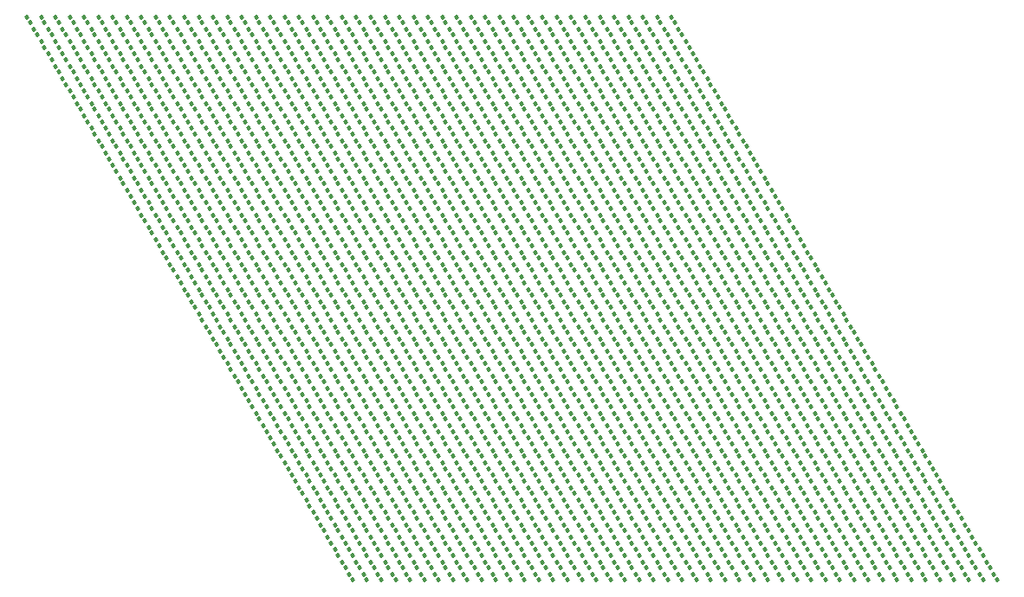
<source format=gts>
%TF.GenerationSoftware,KiCad,Pcbnew,8.0.8*%
%TF.CreationDate,2025-03-26T11:08:01-07:00*%
%TF.ProjectId,led_mapper_850_mirrored,6c65645f-6d61-4707-9065-725f3835305f,rev?*%
%TF.SameCoordinates,Original*%
%TF.FileFunction,Soldermask,Top*%
%TF.FilePolarity,Negative*%
%FSLAX46Y46*%
G04 Gerber Fmt 4.6, Leading zero omitted, Abs format (unit mm)*
G04 Created by KiCad (PCBNEW 8.0.8) date 2025-03-26 11:08:01*
%MOMM*%
%LPD*%
G01*
G04 APERTURE LIST*
G04 Aperture macros list*
%AMRoundRect*
0 Rectangle with rounded corners*
0 $1 Rounding radius*
0 $2 $3 $4 $5 $6 $7 $8 $9 X,Y pos of 4 corners*
0 Add a 4 corners polygon primitive as box body*
4,1,4,$2,$3,$4,$5,$6,$7,$8,$9,$2,$3,0*
0 Add four circle primitives for the rounded corners*
1,1,$1+$1,$2,$3*
1,1,$1+$1,$4,$5*
1,1,$1+$1,$6,$7*
1,1,$1+$1,$8,$9*
0 Add four rect primitives between the rounded corners*
20,1,$1+$1,$2,$3,$4,$5,0*
20,1,$1+$1,$4,$5,$6,$7,0*
20,1,$1+$1,$6,$7,$8,$9,0*
20,1,$1+$1,$8,$9,$2,$3,0*%
G04 Aperture macros list end*
%ADD10RoundRect,0.100000X0.151603X-0.062583X0.021603X0.162583X-0.151603X0.062583X-0.021603X-0.162583X0*%
G04 APERTURE END LIST*
D10*
%TO.C,D708*%
X6460000Y-23313403D03*
X6140000Y-22759147D03*
%TD*%
%TO.C,D802*%
X7860000Y-20888532D03*
X7540000Y-20334276D03*
%TD*%
%TO.C,D260*%
X-36940000Y-6339305D03*
X-37260000Y-5785049D03*
%TD*%
%TO.C,D2075*%
X-540000Y-42712372D03*
X-860000Y-42158116D03*
%TD*%
%TO.C,D1828*%
X-20840000Y-48774550D03*
X-21160000Y-48220294D03*
%TD*%
%TO.C,D292*%
X-16640000Y-7551741D03*
X-16960000Y-6997485D03*
%TD*%
%TO.C,D144*%
X-4740000Y-3914434D03*
X-5060000Y-3360178D03*
%TD*%
%TO.C,D1299*%
X5760000Y-34225323D03*
X5440000Y-33671067D03*
%TD*%
%TO.C,D1122*%
X-6840000Y-29375581D03*
X-7160000Y-28821325D03*
%TD*%
%TO.C,D966*%
X-22940000Y-16038790D03*
X-23260000Y-15484534D03*
%TD*%
%TO.C,D936*%
X160000Y-17251225D03*
X-160000Y-16696969D03*
%TD*%
%TO.C,D2091*%
X21860000Y-42712372D03*
X21540000Y-42158116D03*
%TD*%
%TO.C,D992*%
X-51640000Y-14826354D03*
X-51960000Y-14272098D03*
%TD*%
%TO.C,D1588*%
X-31340000Y-54836728D03*
X-31660000Y-54282472D03*
%TD*%
%TO.C,D471*%
X-6840000Y-12401483D03*
X-7160000Y-11847227D03*
%TD*%
%TO.C,D1896*%
X9260000Y-47562115D03*
X8940000Y-47007859D03*
%TD*%
%TO.C,D937*%
X1560000Y-17251225D03*
X1240000Y-16696969D03*
%TD*%
%TO.C,D1101*%
X-42540000Y-28163146D03*
X-42860000Y-27608890D03*
%TD*%
%TO.C,D442*%
X-31340000Y-11189048D03*
X-31660000Y-10634792D03*
%TD*%
%TO.C,D1205*%
X7160000Y-31800452D03*
X6840000Y-31246196D03*
%TD*%
%TO.C,D878*%
X-15940000Y-18463661D03*
X-16260000Y-17909405D03*
%TD*%
%TO.C,D1836*%
X-9640000Y-48774550D03*
X-9960000Y-48220294D03*
%TD*%
%TO.C,D2046*%
X23960000Y-43924808D03*
X23640000Y-43370552D03*
%TD*%
%TO.C,D565*%
X1560000Y-26950710D03*
X1240000Y-26396454D03*
%TD*%
%TO.C,D1619*%
X12060000Y-54836728D03*
X11740000Y-54282472D03*
%TD*%
%TO.C,D1267*%
X-14540000Y-33012888D03*
X-14860000Y-32458632D03*
%TD*%
%TO.C,D1870*%
X-27140000Y-47562115D03*
X-27460000Y-47007859D03*
%TD*%
%TO.C,D1652*%
X-6840000Y-53624292D03*
X-7160000Y-53070036D03*
%TD*%
%TO.C,D1136*%
X-26440000Y-29375581D03*
X-26760000Y-28821325D03*
%TD*%
%TO.C,D1287*%
X-42540000Y-33012888D03*
X-42860000Y-32458632D03*
%TD*%
%TO.C,D1714*%
X14860000Y-52411857D03*
X14540000Y-51857601D03*
%TD*%
%TO.C,D1608*%
X-3340000Y-54836728D03*
X-3660000Y-54282472D03*
%TD*%
%TO.C,D1704*%
X860000Y-52411857D03*
X540000Y-51857601D03*
%TD*%
%TO.C,D489*%
X-32040000Y-12401483D03*
X-32360000Y-11847227D03*
%TD*%
%TO.C,D459*%
X-55140000Y-11189048D03*
X-55460000Y-10634792D03*
%TD*%
%TO.C,D482*%
X-22240000Y-12401483D03*
X-22560000Y-11847227D03*
%TD*%
%TO.C,D1682*%
X-29940000Y-52411857D03*
X-30260000Y-51857601D03*
%TD*%
%TO.C,D924*%
X-16640000Y-17251225D03*
X-16960000Y-16696969D03*
%TD*%
%TO.C,D990*%
X-54440000Y-14826354D03*
X-54760000Y-14272098D03*
%TD*%
%TO.C,D472*%
X-8240000Y-12401483D03*
X-8560000Y-11847227D03*
%TD*%
%TO.C,D1811*%
X20460000Y-49986986D03*
X20140000Y-49432730D03*
%TD*%
%TO.C,D2034*%
X7160000Y-43924808D03*
X6840000Y-43370552D03*
%TD*%
%TO.C,D800*%
X5060000Y-20888532D03*
X4740000Y-20334276D03*
%TD*%
%TO.C,D734*%
X-22240000Y-22100968D03*
X-22560000Y-21546712D03*
%TD*%
%TO.C,D602*%
X-11740000Y-25738274D03*
X-12060000Y-25184018D03*
%TD*%
%TO.C,D517*%
X-6140000Y-13613919D03*
X-6460000Y-13059663D03*
%TD*%
%TO.C,D1240*%
X-41840000Y-31800452D03*
X-42160000Y-31246196D03*
%TD*%
%TO.C,D969*%
X-18740000Y-16038790D03*
X-19060000Y-15484534D03*
%TD*%
%TO.C,D1297*%
X8560000Y-34225323D03*
X8240000Y-33671067D03*
%TD*%
%TO.C,D1190*%
X-36940000Y-30588017D03*
X-37260000Y-30033761D03*
%TD*%
%TO.C,D819*%
X-33440000Y-19676097D03*
X-33760000Y-19121841D03*
%TD*%
%TO.C,D1931*%
X-6840000Y-46349679D03*
X-7160000Y-45795423D03*
%TD*%
%TO.C,D30*%
X-40440000Y-277128D03*
X-40760000Y277128D03*
%TD*%
%TO.C,D2092*%
X23260000Y-42712372D03*
X22940000Y-42158116D03*
%TD*%
%TO.C,D359*%
X-45340000Y-8764176D03*
X-45660000Y-8209920D03*
%TD*%
%TO.C,D1874*%
X-21540000Y-47562115D03*
X-21860000Y-47007859D03*
%TD*%
%TO.C,D1664*%
X9960000Y-53624292D03*
X9640000Y-53070036D03*
%TD*%
%TO.C,D1076*%
X-7540000Y-28163146D03*
X-7860000Y-27608890D03*
%TD*%
%TO.C,D277*%
X4360000Y-7551741D03*
X4040000Y-6997485D03*
%TD*%
%TO.C,D1638*%
X-26440000Y-53624292D03*
X-26760000Y-53070036D03*
%TD*%
%TO.C,D2063*%
X-17340000Y-42712372D03*
X-17660000Y-42158116D03*
%TD*%
%TO.C,D116*%
X-30640000Y-2701999D03*
X-30960000Y-2147743D03*
%TD*%
%TO.C,D928*%
X-11040000Y-17251225D03*
X-11360000Y-16696969D03*
%TD*%
%TO.C,D1165*%
X-1940000Y-30588017D03*
X-2260000Y-30033761D03*
%TD*%
%TO.C,D1067*%
X5060000Y-28163146D03*
X4740000Y-27608890D03*
%TD*%
%TO.C,D1054*%
X-29940000Y-13613919D03*
X-30260000Y-13059663D03*
%TD*%
%TO.C,D429*%
X-13140000Y-11189048D03*
X-13460000Y-10634792D03*
%TD*%
%TO.C,D1394*%
X2960000Y-36650194D03*
X2640000Y-36095938D03*
%TD*%
%TO.C,D1792*%
X-6140000Y-49986986D03*
X-6460000Y-49432730D03*
%TD*%
%TO.C,D93*%
X1560000Y-2701999D03*
X1240000Y-2147743D03*
%TD*%
%TO.C,D1614*%
X5060000Y-54836728D03*
X4740000Y-54282472D03*
%TD*%
%TO.C,D707*%
X5060000Y-23313403D03*
X4740000Y-22759147D03*
%TD*%
%TO.C,D861*%
X-39740000Y-18463661D03*
X-40060000Y-17909405D03*
%TD*%
%TO.C,D766*%
X-42540000Y-20888532D03*
X-42860000Y-20334276D03*
%TD*%
%TO.C,D11*%
X-13840000Y-277128D03*
X-14160000Y277128D03*
%TD*%
%TO.C,D1735*%
X-20840000Y-51199421D03*
X-21160000Y-50645165D03*
%TD*%
%TO.C,D1169*%
X-7540000Y-30588017D03*
X-7860000Y-30033761D03*
%TD*%
%TO.C,D1408*%
X-16640000Y-36650194D03*
X-16960000Y-36095938D03*
%TD*%
%TO.C,D1507*%
X-25040000Y-39075066D03*
X-25360000Y-38520810D03*
%TD*%
%TO.C,D102*%
X-11040000Y-2701999D03*
X-11360000Y-2147743D03*
%TD*%
%TO.C,D1928*%
X-11040000Y-46349679D03*
X-11360000Y-45795423D03*
%TD*%
%TO.C,D1066*%
X6460000Y-28163146D03*
X6140000Y-27608890D03*
%TD*%
%TO.C,D1341*%
X12060000Y-35437759D03*
X11740000Y-34883503D03*
%TD*%
%TO.C,D645*%
X-16640000Y-24525839D03*
X-16960000Y-23971583D03*
%TD*%
%TO.C,D1059*%
X16260000Y-28163146D03*
X15940000Y-27608890D03*
%TD*%
%TO.C,D1755*%
X7160000Y-51199421D03*
X6840000Y-50645165D03*
%TD*%
%TO.C,D1312*%
X-12440000Y-34225323D03*
X-12760000Y-33671067D03*
%TD*%
%TO.C,D1926*%
X-13840000Y-46349679D03*
X-14160000Y-45795423D03*
%TD*%
%TO.C,D1536*%
X-540000Y-40287501D03*
X-860000Y-39733245D03*
%TD*%
%TO.C,D487*%
X-29240000Y-12401483D03*
X-29560000Y-11847227D03*
%TD*%
%TO.C,D1469*%
X-36940000Y-37862630D03*
X-37260000Y-37308374D03*
%TD*%
%TO.C,D847*%
X5760000Y-19676097D03*
X5440000Y-19121841D03*
%TD*%
%TO.C,D1262*%
X-7540000Y-33012888D03*
X-7860000Y-32458632D03*
%TD*%
%TO.C,D1761*%
X15560000Y-51199421D03*
X15240000Y-50645165D03*
%TD*%
%TO.C,D47*%
X860000Y-1489563D03*
X540000Y-935307D03*
%TD*%
%TO.C,D1114*%
X4360000Y-29375581D03*
X4040000Y-28821325D03*
%TD*%
%TO.C,D321*%
X-57240000Y-7551741D03*
X-57560000Y-6997485D03*
%TD*%
%TO.C,D1188*%
X-34140000Y-30588017D03*
X-34460000Y-30033761D03*
%TD*%
%TO.C,D1983*%
X860000Y-45137243D03*
X540000Y-44582987D03*
%TD*%
%TO.C,D273*%
X-55140000Y-6339305D03*
X-55460000Y-5785049D03*
%TD*%
%TO.C,D331*%
X-6140000Y-8764176D03*
X-6460000Y-8209920D03*
%TD*%
%TO.C,D1011*%
X-25040000Y-14826354D03*
X-25360000Y-14272098D03*
%TD*%
%TO.C,D1247*%
X13460000Y-33012888D03*
X13140000Y-32458632D03*
%TD*%
%TO.C,D1860*%
X23960000Y-48774550D03*
X23640000Y-48220294D03*
%TD*%
%TO.C,D1502*%
X-18040000Y-39075066D03*
X-18360000Y-38520810D03*
%TD*%
%TO.C,D799*%
X3660000Y-20888532D03*
X3340000Y-20334276D03*
%TD*%
%TO.C,D184*%
X-60740000Y-3914434D03*
X-61060000Y-3360178D03*
%TD*%
%TO.C,D1823*%
X-27840000Y-48774550D03*
X-28160000Y-48220294D03*
%TD*%
%TO.C,D1028*%
X-1240000Y-14826354D03*
X-1560000Y-14272098D03*
%TD*%
%TO.C,D462*%
X5760000Y-12401483D03*
X5440000Y-11847227D03*
%TD*%
%TO.C,D1736*%
X-19440000Y-51199421D03*
X-19760000Y-50645165D03*
%TD*%
%TO.C,D197*%
X-13840000Y-5126870D03*
X-14160000Y-4572614D03*
%TD*%
%TO.C,D556*%
X-11040000Y-26950710D03*
X-11360000Y-26396454D03*
%TD*%
%TO.C,D1038*%
X-52340000Y-13613919D03*
X-52660000Y-13059663D03*
%TD*%
%TO.C,D223*%
X-50240000Y-5126870D03*
X-50560000Y-4572614D03*
%TD*%
%TO.C,D1846*%
X4360000Y-48774550D03*
X4040000Y-48220294D03*
%TD*%
%TO.C,D1876*%
X-18740000Y-47562115D03*
X-19060000Y-47007859D03*
%TD*%
%TO.C,D900*%
X-50240000Y-17251225D03*
X-50560000Y-16696969D03*
%TD*%
%TO.C,D1257*%
X-540000Y-33012888D03*
X-860000Y-32458632D03*
%TD*%
%TO.C,D1859*%
X22560000Y-48774550D03*
X22240000Y-48220294D03*
%TD*%
%TO.C,D1333*%
X-41840000Y-34225323D03*
X-42160000Y-33671067D03*
%TD*%
%TO.C,D718*%
X-44640000Y-22100968D03*
X-44960000Y-21546712D03*
%TD*%
%TO.C,D1292*%
X15560000Y-34225323D03*
X15240000Y-33671067D03*
%TD*%
%TO.C,D993*%
X-50240000Y-14826354D03*
X-50560000Y-14272098D03*
%TD*%
%TO.C,D52*%
X-6140000Y-1489563D03*
X-6460000Y-935307D03*
%TD*%
%TO.C,D1134*%
X-23640000Y-29375581D03*
X-23960000Y-28821325D03*
%TD*%
%TO.C,D282*%
X-2640000Y-7551741D03*
X-2960000Y-6997485D03*
%TD*%
%TO.C,D1121*%
X-5440000Y-29375581D03*
X-5760000Y-28821325D03*
%TD*%
%TO.C,D1598*%
X-17340000Y-54836728D03*
X-17660000Y-54282472D03*
%TD*%
%TO.C,D1816*%
X27460000Y-49986986D03*
X27140000Y-49432730D03*
%TD*%
%TO.C,D96*%
X-2640000Y-2701999D03*
X-2960000Y-2147743D03*
%TD*%
%TO.C,D598*%
X-17340000Y-25738274D03*
X-17660000Y-25184018D03*
%TD*%
%TO.C,D1248*%
X12060000Y-33012888D03*
X11740000Y-32458632D03*
%TD*%
%TO.C,D778*%
X-25740000Y-20888532D03*
X-26060000Y-20334276D03*
%TD*%
%TO.C,D343*%
X-22940000Y-8764176D03*
X-23260000Y-8209920D03*
%TD*%
%TO.C,D342*%
X-21540000Y-8764176D03*
X-21860000Y-8209920D03*
%TD*%
%TO.C,D1848*%
X7160000Y-48774550D03*
X6840000Y-48220294D03*
%TD*%
%TO.C,D1690*%
X-18740000Y-52411857D03*
X-19060000Y-51857601D03*
%TD*%
%TO.C,D666*%
X12760000Y-24525839D03*
X12440000Y-23971583D03*
%TD*%
%TO.C,D1888*%
X-1940000Y-47562115D03*
X-2260000Y-47007859D03*
%TD*%
%TO.C,D1681*%
X-31340000Y-52411857D03*
X-31660000Y-51857601D03*
%TD*%
%TO.C,D2070*%
X-7540000Y-42712372D03*
X-7860000Y-42158116D03*
%TD*%
%TO.C,D1647*%
X-13840000Y-53624292D03*
X-14160000Y-53070036D03*
%TD*%
%TO.C,D300*%
X-27840000Y-7551741D03*
X-28160000Y-6997485D03*
%TD*%
%TO.C,D1241*%
X-43240000Y-31800452D03*
X-43560000Y-31246196D03*
%TD*%
%TO.C,D215*%
X-39040000Y-5126870D03*
X-39360000Y-4572614D03*
%TD*%
%TO.C,D1013*%
X-22240000Y-14826354D03*
X-22560000Y-14272098D03*
%TD*%
%TO.C,D1396*%
X160000Y-36650194D03*
X-160000Y-36095938D03*
%TD*%
%TO.C,D311*%
X-43240000Y-7551741D03*
X-43560000Y-6997485D03*
%TD*%
%TO.C,D1817*%
X28860000Y-49986986D03*
X28540000Y-49432730D03*
%TD*%
%TO.C,D862*%
X-38340000Y-18463661D03*
X-38660000Y-17909405D03*
%TD*%
%TO.C,D1481*%
X11360000Y-39075066D03*
X11040000Y-38520810D03*
%TD*%
%TO.C,D1833*%
X-13840000Y-48774550D03*
X-14160000Y-48220294D03*
%TD*%
%TO.C,D1884*%
X-7540000Y-47562115D03*
X-7860000Y-47007859D03*
%TD*%
%TO.C,D501*%
X-48840000Y-12401483D03*
X-49160000Y-11847227D03*
%TD*%
%TO.C,D544*%
X-27840000Y-26950710D03*
X-28160000Y-26396454D03*
%TD*%
%TO.C,D1886*%
X-4740000Y-47562115D03*
X-5060000Y-47007859D03*
%TD*%
%TO.C,D200*%
X-18040000Y-5126870D03*
X-18360000Y-4572614D03*
%TD*%
%TO.C,D1665*%
X11360000Y-53624292D03*
X11040000Y-53070036D03*
%TD*%
%TO.C,D2051*%
X-34140000Y-42712372D03*
X-34460000Y-42158116D03*
%TD*%
%TO.C,D980*%
X-3340000Y-16038790D03*
X-3660000Y-15484534D03*
%TD*%
%TO.C,D1892*%
X3660000Y-47562115D03*
X3340000Y-47007859D03*
%TD*%
%TO.C,D193*%
X-8240000Y-5126870D03*
X-8560000Y-4572614D03*
%TD*%
%TO.C,D1555*%
X-27140000Y-40287501D03*
X-27460000Y-39733245D03*
%TD*%
%TO.C,D370*%
X4360000Y-9976612D03*
X4040000Y-9422356D03*
%TD*%
%TO.C,D720*%
X-41840000Y-22100968D03*
X-42160000Y-21546712D03*
%TD*%
%TO.C,D498*%
X-44640000Y-12401483D03*
X-44960000Y-11847227D03*
%TD*%
%TO.C,D77*%
X-41140000Y-1489563D03*
X-41460000Y-935307D03*
%TD*%
%TO.C,D483*%
X-23640000Y-12401483D03*
X-23960000Y-11847227D03*
%TD*%
%TO.C,D554*%
X-13840000Y-26950710D03*
X-14160000Y-26396454D03*
%TD*%
%TO.C,D1734*%
X-22240000Y-51199421D03*
X-22560000Y-50645165D03*
%TD*%
%TO.C,D771*%
X-35540000Y-20888532D03*
X-35860000Y-20334276D03*
%TD*%
%TO.C,D1458*%
X-21540000Y-37862630D03*
X-21860000Y-37308374D03*
%TD*%
%TO.C,D1713*%
X13460000Y-52411857D03*
X13140000Y-51857601D03*
%TD*%
%TO.C,D593*%
X-24340000Y-25738274D03*
X-24660000Y-25184018D03*
%TD*%
%TO.C,D796*%
X-540000Y-20888532D03*
X-860000Y-20334276D03*
%TD*%
%TO.C,D98*%
X-5440000Y-2701999D03*
X-5760000Y-2147743D03*
%TD*%
%TO.C,D160*%
X-27140000Y-3914434D03*
X-27460000Y-3360178D03*
%TD*%
%TO.C,D338*%
X-15940000Y-8764176D03*
X-16260000Y-8209920D03*
%TD*%
%TO.C,D1106*%
X15560000Y-29375581D03*
X15240000Y-28821325D03*
%TD*%
%TO.C,D563*%
X-1240000Y-26950710D03*
X-1560000Y-26396454D03*
%TD*%
%TO.C,D647*%
X-13840000Y-24525839D03*
X-14160000Y-23971583D03*
%TD*%
%TO.C,D798*%
X2260000Y-20888532D03*
X1940000Y-20334276D03*
%TD*%
%TO.C,D1467*%
X-34140000Y-37862630D03*
X-34460000Y-37308374D03*
%TD*%
%TO.C,D1327*%
X-33440000Y-34225323D03*
X-33760000Y-33671067D03*
%TD*%
%TO.C,D408*%
X-48840000Y-9976612D03*
X-49160000Y-9422356D03*
%TD*%
%TO.C,D451*%
X-43940000Y-11189048D03*
X-44260000Y-10634792D03*
%TD*%
%TO.C,D887*%
X-3340000Y-18463661D03*
X-3660000Y-17909405D03*
%TD*%
%TO.C,D811*%
X-44640000Y-19676097D03*
X-44960000Y-19121841D03*
%TD*%
%TO.C,D2009*%
X-27840000Y-43924808D03*
X-28160000Y-43370552D03*
%TD*%
%TO.C,D882*%
X-10340000Y-18463661D03*
X-10660000Y-17909405D03*
%TD*%
%TO.C,D952*%
X-42540000Y-16038790D03*
X-42860000Y-15484534D03*
%TD*%
%TO.C,D139*%
X2260000Y-3914434D03*
X1940000Y-3360178D03*
%TD*%
%TO.C,D1123*%
X-8240000Y-29375581D03*
X-8560000Y-28821325D03*
%TD*%
%TO.C,D2044*%
X21160000Y-43924808D03*
X20840000Y-43370552D03*
%TD*%
%TO.C,D1561*%
X-35540000Y-40287501D03*
X-35860000Y-39733245D03*
%TD*%
%TO.C,D958*%
X-34140000Y-16038790D03*
X-34460000Y-15484534D03*
%TD*%
%TO.C,D765*%
X-43940000Y-20888532D03*
X-44260000Y-20334276D03*
%TD*%
%TO.C,D931*%
X-6840000Y-17251225D03*
X-7160000Y-16696969D03*
%TD*%
%TO.C,D101*%
X-9640000Y-2701999D03*
X-9960000Y-2147743D03*
%TD*%
%TO.C,D1754*%
X5760000Y-51199421D03*
X5440000Y-50645165D03*
%TD*%
%TO.C,D2081*%
X7860000Y-42712372D03*
X7540000Y-42158116D03*
%TD*%
%TO.C,D1695*%
X-11740000Y-52411857D03*
X-12060000Y-51857601D03*
%TD*%
%TO.C,D51*%
X-4740000Y-1489563D03*
X-5060000Y-935307D03*
%TD*%
%TO.C,D376*%
X-4040000Y-9976612D03*
X-4360000Y-9422356D03*
%TD*%
%TO.C,D1280*%
X-32740000Y-33012888D03*
X-33060000Y-32458632D03*
%TD*%
%TO.C,D1885*%
X-6140000Y-47562115D03*
X-6460000Y-47007859D03*
%TD*%
%TO.C,D813*%
X-41840000Y-19676097D03*
X-42160000Y-19121841D03*
%TD*%
%TO.C,D1439*%
X5060000Y-37862630D03*
X4740000Y-37308374D03*
%TD*%
%TO.C,D2037*%
X11360000Y-43924808D03*
X11040000Y-43370552D03*
%TD*%
%TO.C,D1430*%
X17660000Y-37862630D03*
X17340000Y-37308374D03*
%TD*%
%TO.C,D210*%
X-32040000Y-5126870D03*
X-32360000Y-4572614D03*
%TD*%
%TO.C,D2049*%
X-36940000Y-42712372D03*
X-37260000Y-42158116D03*
%TD*%
%TO.C,D1587*%
X-6840000Y-41499937D03*
X-7160000Y-40945681D03*
%TD*%
%TO.C,D1111*%
X8560000Y-29375581D03*
X8240000Y-28821325D03*
%TD*%
%TO.C,D909*%
X-37640000Y-17251225D03*
X-37960000Y-16696969D03*
%TD*%
%TO.C,D1590*%
X-28540000Y-54836728D03*
X-28860000Y-54282472D03*
%TD*%
%TO.C,D930*%
X-8240000Y-17251225D03*
X-8560000Y-16696969D03*
%TD*%
%TO.C,D428*%
X-11740000Y-11189048D03*
X-12060000Y-10634792D03*
%TD*%
%TO.C,D1578*%
X5760000Y-41499937D03*
X5440000Y-40945681D03*
%TD*%
%TO.C,D1563*%
X-38340000Y-40287501D03*
X-38660000Y-39733245D03*
%TD*%
%TO.C,D244*%
X-14540000Y-6339305D03*
X-14860000Y-5785049D03*
%TD*%
%TO.C,D449*%
X-41140000Y-11189048D03*
X-41460000Y-10634792D03*
%TD*%
%TO.C,D1855*%
X16960000Y-48774550D03*
X16640000Y-48220294D03*
%TD*%
%TO.C,D1865*%
X-34140000Y-47562115D03*
X-34460000Y-47007859D03*
%TD*%
%TO.C,D626*%
X-43240000Y-24525839D03*
X-43560000Y-23971583D03*
%TD*%
%TO.C,D684*%
X-27140000Y-23313403D03*
X-27460000Y-22759147D03*
%TD*%
%TO.C,D76*%
X-39740000Y-1489563D03*
X-40060000Y-935307D03*
%TD*%
%TO.C,D711*%
X10660000Y-23313403D03*
X10340000Y-22759147D03*
%TD*%
%TO.C,D441*%
X-29940000Y-11189048D03*
X-30260000Y-10634792D03*
%TD*%
%TO.C,D1701*%
X-3340000Y-52411857D03*
X-3660000Y-51857601D03*
%TD*%
%TO.C,D423*%
X-4740000Y-11189048D03*
X-5060000Y-10634792D03*
%TD*%
%TO.C,D402*%
X-40440000Y-9976612D03*
X-40760000Y-9422356D03*
%TD*%
%TO.C,D938*%
X2960000Y-17251225D03*
X2640000Y-16696969D03*
%TD*%
%TO.C,D336*%
X-13140000Y-8764176D03*
X-13460000Y-8209920D03*
%TD*%
%TO.C,D2031*%
X2960000Y-43924808D03*
X2640000Y-43370552D03*
%TD*%
%TO.C,D296*%
X-22240000Y-7551741D03*
X-22560000Y-6997485D03*
%TD*%
%TO.C,D1675*%
X25360000Y-53624292D03*
X25040000Y-53070036D03*
%TD*%
%TO.C,D1781*%
X-21540000Y-49986986D03*
X-21860000Y-49432730D03*
%TD*%
%TO.C,D1460*%
X-24340000Y-37862630D03*
X-24660000Y-37308374D03*
%TD*%
%TO.C,D383*%
X-13840000Y-9976612D03*
X-14160000Y-9422356D03*
%TD*%
%TO.C,D1685*%
X-25740000Y-52411857D03*
X-26060000Y-51857601D03*
%TD*%
%TO.C,D1351*%
X-1940000Y-35437759D03*
X-2260000Y-34883503D03*
%TD*%
%TO.C,D1891*%
X2260000Y-47562115D03*
X1940000Y-47007859D03*
%TD*%
%TO.C,D1180*%
X-22940000Y-30588017D03*
X-23260000Y-30033761D03*
%TD*%
%TO.C,D10*%
X-12440000Y-277128D03*
X-12760000Y277128D03*
%TD*%
%TO.C,D1670*%
X18360000Y-53624292D03*
X18040000Y-53070036D03*
%TD*%
%TO.C,D1850*%
X9960000Y-48774550D03*
X9640000Y-48220294D03*
%TD*%
%TO.C,D391*%
X-25040000Y-9976612D03*
X-25360000Y-9422356D03*
%TD*%
%TO.C,D17*%
X-22240000Y-277128D03*
X-22560000Y277128D03*
%TD*%
%TO.C,D268*%
X-48140000Y-6339305D03*
X-48460000Y-5785049D03*
%TD*%
%TO.C,D741*%
X-12440000Y-22100968D03*
X-12760000Y-21546712D03*
%TD*%
%TO.C,D465*%
X1560000Y-12401483D03*
X1240000Y-11847227D03*
%TD*%
%TO.C,D228*%
X-57240000Y-5126870D03*
X-57560000Y-4572614D03*
%TD*%
%TO.C,D1711*%
X10660000Y-52411857D03*
X10340000Y-51857601D03*
%TD*%
%TO.C,D133*%
X-54440000Y-2701999D03*
X-54760000Y-2147743D03*
%TD*%
%TO.C,D1882*%
X-10340000Y-47562115D03*
X-10660000Y-47007859D03*
%TD*%
%TO.C,D763*%
X-46740000Y-20888532D03*
X-47060000Y-20334276D03*
%TD*%
%TO.C,D1581*%
X1560000Y-41499937D03*
X1240000Y-40945681D03*
%TD*%
%TO.C,D659*%
X2960000Y-24525839D03*
X2640000Y-23971583D03*
%TD*%
%TO.C,D1820*%
X-32040000Y-48774550D03*
X-32360000Y-48220294D03*
%TD*%
%TO.C,D1809*%
X17660000Y-49986986D03*
X17340000Y-49432730D03*
%TD*%
%TO.C,D1233*%
X-32040000Y-31800452D03*
X-32360000Y-31246196D03*
%TD*%
%TO.C,D1623*%
X17660000Y-54836728D03*
X17340000Y-54282472D03*
%TD*%
%TO.C,D291*%
X-15240000Y-7551741D03*
X-15560000Y-6997485D03*
%TD*%
%TO.C,D1289*%
X19760000Y-34225323D03*
X19440000Y-33671067D03*
%TD*%
%TO.C,D351*%
X-34140000Y-8764176D03*
X-34460000Y-8209920D03*
%TD*%
%TO.C,D2069*%
X-8940000Y-42712372D03*
X-9260000Y-42158116D03*
%TD*%
%TO.C,D360*%
X-46740000Y-8764176D03*
X-47060000Y-8209920D03*
%TD*%
%TO.C,D1785*%
X-15940000Y-49986986D03*
X-16260000Y-49432730D03*
%TD*%
%TO.C,D1274*%
X-24340000Y-33012888D03*
X-24660000Y-32458632D03*
%TD*%
%TO.C,D600*%
X-14540000Y-25738274D03*
X-14860000Y-25184018D03*
%TD*%
%TO.C,D615*%
X6460000Y-25738274D03*
X6140000Y-25184018D03*
%TD*%
%TO.C,D2010*%
X-26440000Y-43924808D03*
X-26760000Y-43370552D03*
%TD*%
%TO.C,D1268*%
X-15940000Y-33012888D03*
X-16260000Y-32458632D03*
%TD*%
%TO.C,D724*%
X-36240000Y-22100968D03*
X-36560000Y-21546712D03*
%TD*%
%TO.C,D436*%
X-22940000Y-11189048D03*
X-23260000Y-10634792D03*
%TD*%
%TO.C,D907*%
X-40440000Y-17251225D03*
X-40760000Y-16696969D03*
%TD*%
%TO.C,D21*%
X-27840000Y-277128D03*
X-28160000Y277128D03*
%TD*%
%TO.C,D195*%
X-11040000Y-5126870D03*
X-11360000Y-4572614D03*
%TD*%
%TO.C,D50*%
X-3340000Y-1489563D03*
X-3660000Y-935307D03*
%TD*%
%TO.C,D968*%
X-20140000Y-16038790D03*
X-20460000Y-15484534D03*
%TD*%
%TO.C,D1616*%
X7860000Y-54836728D03*
X7540000Y-54282472D03*
%TD*%
%TO.C,D1927*%
X-12440000Y-46349679D03*
X-12760000Y-45795423D03*
%TD*%
%TO.C,D1719*%
X21860000Y-52411857D03*
X21540000Y-51857601D03*
%TD*%
%TO.C,D651*%
X-8240000Y-24525839D03*
X-8560000Y-23971583D03*
%TD*%
%TO.C,D1069*%
X2260000Y-28163146D03*
X1940000Y-27608890D03*
%TD*%
%TO.C,D1330*%
X-37640000Y-34225323D03*
X-37960000Y-33671067D03*
%TD*%
%TO.C,D185*%
X2960000Y-5126870D03*
X2640000Y-4572614D03*
%TD*%
%TO.C,D618*%
X10660000Y-25738274D03*
X10340000Y-25184018D03*
%TD*%
%TO.C,D831*%
X-16640000Y-19676097D03*
X-16960000Y-19121841D03*
%TD*%
%TO.C,D1095*%
X-34140000Y-28163146D03*
X-34460000Y-27608890D03*
%TD*%
%TO.C,D919*%
X-23640000Y-17251225D03*
X-23960000Y-16696969D03*
%TD*%
%TO.C,D1925*%
X-15240000Y-46349679D03*
X-15560000Y-45795423D03*
%TD*%
%TO.C,D1231*%
X-29240000Y-31800452D03*
X-29560000Y-31246196D03*
%TD*%
%TO.C,D1412*%
X-22240000Y-36650194D03*
X-22560000Y-36095938D03*
%TD*%
%TO.C,D1124*%
X-9640000Y-29375581D03*
X-9960000Y-28821325D03*
%TD*%
%TO.C,D148*%
X-10340000Y-3914434D03*
X-10660000Y-3360178D03*
%TD*%
%TO.C,D617*%
X9260000Y-25738274D03*
X8940000Y-25184018D03*
%TD*%
%TO.C,D1531*%
X6460000Y-40287501D03*
X6140000Y-39733245D03*
%TD*%
%TO.C,D1281*%
X-34140000Y-33012888D03*
X-34460000Y-32458632D03*
%TD*%
%TO.C,D1837*%
X-8240000Y-48774550D03*
X-8560000Y-48220294D03*
%TD*%
%TO.C,D1687*%
X-22940000Y-52411857D03*
X-23260000Y-51857601D03*
%TD*%
%TO.C,D344*%
X-24340000Y-8764176D03*
X-24660000Y-8209920D03*
%TD*%
%TO.C,D384*%
X-15240000Y-9976612D03*
X-15560000Y-9422356D03*
%TD*%
%TO.C,D1649*%
X-11040000Y-53624292D03*
X-11360000Y-53070036D03*
%TD*%
%TO.C,D500*%
X-47440000Y-12401483D03*
X-47760000Y-11847227D03*
%TD*%
%TO.C,D552*%
X-16640000Y-26950710D03*
X-16960000Y-26396454D03*
%TD*%
%TO.C,D2107*%
X-20840000Y-41499937D03*
X-21160000Y-40945681D03*
%TD*%
%TO.C,D590*%
X-28540000Y-25738274D03*
X-28860000Y-25184018D03*
%TD*%
%TO.C,D678*%
X-35540000Y-23313403D03*
X-35860000Y-22759147D03*
%TD*%
%TO.C,D2096*%
X-36240000Y-41499937D03*
X-36560000Y-40945681D03*
%TD*%
%TO.C,D519*%
X-8940000Y-13613919D03*
X-9260000Y-13059663D03*
%TD*%
%TO.C,D1694*%
X-13140000Y-52411857D03*
X-13460000Y-51857601D03*
%TD*%
%TO.C,D791*%
X-7540000Y-20888532D03*
X-7860000Y-20334276D03*
%TD*%
%TO.C,D284*%
X-5440000Y-7551741D03*
X-5760000Y-6997485D03*
%TD*%
%TO.C,D1094*%
X-32740000Y-28163146D03*
X-33060000Y-27608890D03*
%TD*%
%TO.C,D430*%
X-14540000Y-11189048D03*
X-14860000Y-10634792D03*
%TD*%
%TO.C,D673*%
X-42540000Y-23313403D03*
X-42860000Y-22759147D03*
%TD*%
%TO.C,D1932*%
X-5440000Y-46349679D03*
X-5760000Y-45795423D03*
%TD*%
%TO.C,D2040*%
X15560000Y-43924808D03*
X15240000Y-43370552D03*
%TD*%
%TO.C,D261*%
X-38340000Y-6339305D03*
X-38660000Y-5785049D03*
%TD*%
%TO.C,D1562*%
X-36940000Y-40287501D03*
X-37260000Y-39733245D03*
%TD*%
%TO.C,D1717*%
X19060000Y-52411857D03*
X18740000Y-51857601D03*
%TD*%
%TO.C,D1765*%
X21160000Y-51199421D03*
X20840000Y-50645165D03*
%TD*%
%TO.C,D994*%
X-48840000Y-14826354D03*
X-49160000Y-14272098D03*
%TD*%
%TO.C,D367*%
X-56540000Y-8764176D03*
X-56860000Y-8209920D03*
%TD*%
%TO.C,D279*%
X1560000Y-7551741D03*
X1240000Y-6997485D03*
%TD*%
%TO.C,D473*%
X-9640000Y-12401483D03*
X-9960000Y-11847227D03*
%TD*%
%TO.C,D1224*%
X-19440000Y-31800452D03*
X-19760000Y-31246196D03*
%TD*%
%TO.C,D1575*%
X9960000Y-41499937D03*
X9640000Y-40945681D03*
%TD*%
%TO.C,D363*%
X-50940000Y-8764176D03*
X-51260000Y-8209920D03*
%TD*%
%TO.C,D1435*%
X10660000Y-37862630D03*
X10340000Y-37308374D03*
%TD*%
%TO.C,D1198*%
X16960000Y-31800452D03*
X16640000Y-31246196D03*
%TD*%
%TO.C,D220*%
X-46040000Y-5126870D03*
X-46360000Y-4572614D03*
%TD*%
%TO.C,D1026*%
X-4040000Y-14826354D03*
X-4360000Y-14272098D03*
%TD*%
%TO.C,D916*%
X-27840000Y-17251225D03*
X-28160000Y-16696969D03*
%TD*%
%TO.C,D534*%
X-41840000Y-26950710D03*
X-42160000Y-26396454D03*
%TD*%
%TO.C,D417*%
X3660000Y-11189048D03*
X3340000Y-10634792D03*
%TD*%
%TO.C,D1141*%
X-33440000Y-29375581D03*
X-33760000Y-28821325D03*
%TD*%
%TO.C,D1388*%
X11360000Y-36650194D03*
X11040000Y-36095938D03*
%TD*%
%TO.C,D559*%
X-6840000Y-26950710D03*
X-7160000Y-26396454D03*
%TD*%
%TO.C,D1218*%
X-11040000Y-31800452D03*
X-11360000Y-31246196D03*
%TD*%
%TO.C,D1998*%
X21860000Y-45137243D03*
X21540000Y-44582987D03*
%TD*%
%TO.C,D1275*%
X-25740000Y-33012888D03*
X-26060000Y-32458632D03*
%TD*%
%TO.C,D1428*%
X20460000Y-37862630D03*
X20140000Y-37308374D03*
%TD*%
%TO.C,D1549*%
X-18740000Y-40287501D03*
X-19060000Y-39733245D03*
%TD*%
%TO.C,D1254*%
X3660000Y-33012888D03*
X3340000Y-32458632D03*
%TD*%
%TO.C,D16*%
X-20840000Y-277128D03*
X-21160000Y277128D03*
%TD*%
%TO.C,D1482*%
X9960000Y-39075066D03*
X9640000Y-38520810D03*
%TD*%
%TO.C,D576*%
X-48140000Y-25738274D03*
X-48460000Y-25184018D03*
%TD*%
%TO.C,D1680*%
X-32740000Y-52411857D03*
X-33060000Y-51857601D03*
%TD*%
%TO.C,D1657*%
X160000Y-53624292D03*
X-160000Y-53070036D03*
%TD*%
%TO.C,D663*%
X8560000Y-24525839D03*
X8240000Y-23971583D03*
%TD*%
%TO.C,D1512*%
X-32040000Y-39075066D03*
X-32360000Y-38520810D03*
%TD*%
%TO.C,D1021*%
X-11040000Y-14826354D03*
X-11360000Y-14272098D03*
%TD*%
%TO.C,D1179*%
X-21540000Y-30588017D03*
X-21860000Y-30033761D03*
%TD*%
%TO.C,D1152*%
X16260000Y-30588017D03*
X15940000Y-30033761D03*
%TD*%
%TO.C,D764*%
X-45340000Y-20888532D03*
X-45660000Y-20334276D03*
%TD*%
%TO.C,D2057*%
X-25740000Y-42712372D03*
X-26060000Y-42158116D03*
%TD*%
%TO.C,D1332*%
X-40440000Y-34225323D03*
X-40760000Y-33671067D03*
%TD*%
%TO.C,D1861*%
X25360000Y-48774550D03*
X25040000Y-48220294D03*
%TD*%
%TO.C,D1762*%
X16960000Y-51199421D03*
X16640000Y-50645165D03*
%TD*%
%TO.C,D1697*%
X-8940000Y-52411857D03*
X-9260000Y-51857601D03*
%TD*%
%TO.C,D601*%
X-13140000Y-25738274D03*
X-13460000Y-25184018D03*
%TD*%
%TO.C,D1016*%
X-18040000Y-14826354D03*
X-18360000Y-14272098D03*
%TD*%
%TO.C,D682*%
X-29940000Y-23313403D03*
X-30260000Y-22759147D03*
%TD*%
%TO.C,D869*%
X-28540000Y-18463661D03*
X-28860000Y-17909405D03*
%TD*%
%TO.C,D1019*%
X-13840000Y-14826354D03*
X-14160000Y-14272098D03*
%TD*%
%TO.C,D317*%
X-51640000Y-7551741D03*
X-51960000Y-6997485D03*
%TD*%
%TO.C,D1962*%
X-28540000Y-45137243D03*
X-28860000Y-44582987D03*
%TD*%
%TO.C,D1540*%
X-6140000Y-40287501D03*
X-6460000Y-39733245D03*
%TD*%
%TO.C,D2048*%
X-38340000Y-42712372D03*
X-38660000Y-42158116D03*
%TD*%
%TO.C,D2062*%
X-18740000Y-42712372D03*
X-19060000Y-42158116D03*
%TD*%
%TO.C,D775*%
X-29940000Y-20888532D03*
X-30260000Y-20334276D03*
%TD*%
%TO.C,D1985*%
X3660000Y-45137243D03*
X3340000Y-44582987D03*
%TD*%
%TO.C,D627*%
X-41840000Y-24525839D03*
X-42160000Y-23971583D03*
%TD*%
%TO.C,D2011*%
X-25040000Y-43924808D03*
X-25360000Y-43370552D03*
%TD*%
%TO.C,D398*%
X-34840000Y-9976612D03*
X-35160000Y-9422356D03*
%TD*%
%TO.C,D1144*%
X-37640000Y-29375581D03*
X-37960000Y-28821325D03*
%TD*%
%TO.C,D355*%
X-39740000Y-8764176D03*
X-40060000Y-8209920D03*
%TD*%
%TO.C,D1197*%
X18360000Y-31800452D03*
X18040000Y-31246196D03*
%TD*%
%TO.C,D1635*%
X-30640000Y-53624292D03*
X-30960000Y-53070036D03*
%TD*%
%TO.C,D738*%
X-16640000Y-22100968D03*
X-16960000Y-21546712D03*
%TD*%
%TO.C,D2032*%
X4360000Y-43924808D03*
X4040000Y-43370552D03*
%TD*%
%TO.C,D75*%
X-38340000Y-1489563D03*
X-38660000Y-935307D03*
%TD*%
%TO.C,D1560*%
X-34140000Y-40287501D03*
X-34460000Y-39733245D03*
%TD*%
%TO.C,D1040*%
X-49540000Y-13613919D03*
X-49860000Y-13059663D03*
%TD*%
%TO.C,D1377*%
X-38340000Y-35437759D03*
X-38660000Y-34883503D03*
%TD*%
%TO.C,D1062*%
X12060000Y-28163146D03*
X11740000Y-27608890D03*
%TD*%
%TO.C,D1542*%
X-8940000Y-40287501D03*
X-9260000Y-39733245D03*
%TD*%
%TO.C,D1500*%
X-15240000Y-39075066D03*
X-15560000Y-38520810D03*
%TD*%
%TO.C,D1993*%
X14860000Y-45137243D03*
X14540000Y-44582987D03*
%TD*%
%TO.C,D290*%
X-13840000Y-7551741D03*
X-14160000Y-6997485D03*
%TD*%
%TO.C,D240*%
X-8940000Y-6339305D03*
X-9260000Y-5785049D03*
%TD*%
%TO.C,D1693*%
X-14540000Y-52411857D03*
X-14860000Y-51857601D03*
%TD*%
%TO.C,D1091*%
X-28540000Y-28163146D03*
X-28860000Y-27608890D03*
%TD*%
%TO.C,D113*%
X-26440000Y-2701999D03*
X-26760000Y-2147743D03*
%TD*%
%TO.C,D1226*%
X-22240000Y-31800452D03*
X-22560000Y-31246196D03*
%TD*%
%TO.C,D1090*%
X-27140000Y-28163146D03*
X-27460000Y-27608890D03*
%TD*%
%TO.C,D1217*%
X-9640000Y-31800452D03*
X-9960000Y-31246196D03*
%TD*%
%TO.C,D1868*%
X-29940000Y-47562115D03*
X-30260000Y-47007859D03*
%TD*%
%TO.C,D539*%
X-34840000Y-26950710D03*
X-35160000Y-26396454D03*
%TD*%
%TO.C,D480*%
X-19440000Y-12401483D03*
X-19760000Y-11847227D03*
%TD*%
%TO.C,D999*%
X-41840000Y-14826354D03*
X-42160000Y-14272098D03*
%TD*%
%TO.C,D1022*%
X-9640000Y-14826354D03*
X-9960000Y-14272098D03*
%TD*%
%TO.C,D1223*%
X-18040000Y-31800452D03*
X-18360000Y-31246196D03*
%TD*%
%TO.C,D1849*%
X8560000Y-48774550D03*
X8240000Y-48220294D03*
%TD*%
%TO.C,D479*%
X-18040000Y-12401483D03*
X-18360000Y-11847227D03*
%TD*%
%TO.C,D1486*%
X4360000Y-39075066D03*
X4040000Y-38520810D03*
%TD*%
%TO.C,D1847*%
X5760000Y-48774550D03*
X5440000Y-48220294D03*
%TD*%
%TO.C,D1071*%
X-540000Y-28163146D03*
X-860000Y-27608890D03*
%TD*%
%TO.C,D1175*%
X-15940000Y-30588017D03*
X-16260000Y-30033761D03*
%TD*%
%TO.C,D1030*%
X1560000Y-14826354D03*
X1240000Y-14272098D03*
%TD*%
%TO.C,D1352*%
X-3340000Y-35437759D03*
X-3660000Y-34883503D03*
%TD*%
%TO.C,D1976*%
X-8940000Y-45137243D03*
X-9260000Y-44582987D03*
%TD*%
%TO.C,D137*%
X-60040000Y-2701999D03*
X-60360000Y-2147743D03*
%TD*%
%TO.C,D85*%
X-52340000Y-1489563D03*
X-52660000Y-935307D03*
%TD*%
%TO.C,D1157*%
X9260000Y-30588017D03*
X8940000Y-30033761D03*
%TD*%
%TO.C,D335*%
X-11740000Y-8764176D03*
X-12060000Y-8209920D03*
%TD*%
%TO.C,D558*%
X-8240000Y-26950710D03*
X-8560000Y-26396454D03*
%TD*%
%TO.C,D1974*%
X-11740000Y-45137243D03*
X-12060000Y-44582987D03*
%TD*%
%TO.C,D122*%
X-39040000Y-2701999D03*
X-39360000Y-2147743D03*
%TD*%
%TO.C,D1303*%
X160000Y-34225323D03*
X-160000Y-33671067D03*
%TD*%
%TO.C,D1551*%
X-21540000Y-40287501D03*
X-21860000Y-39733245D03*
%TD*%
%TO.C,D535*%
X-40440000Y-26950710D03*
X-40760000Y-26396454D03*
%TD*%
%TO.C,D971*%
X-15940000Y-16038790D03*
X-16260000Y-15484534D03*
%TD*%
%TO.C,D852*%
X-52340000Y-18463661D03*
X-52660000Y-17909405D03*
%TD*%
%TO.C,D1374*%
X-34140000Y-35437759D03*
X-34460000Y-34883503D03*
%TD*%
%TO.C,D997*%
X-44640000Y-14826354D03*
X-44960000Y-14272098D03*
%TD*%
%TO.C,D474*%
X-11040000Y-12401483D03*
X-11360000Y-11847227D03*
%TD*%
%TO.C,D1777*%
X-27140000Y-49986986D03*
X-27460000Y-49432730D03*
%TD*%
%TO.C,D366*%
X-55140000Y-8764176D03*
X-55460000Y-8209920D03*
%TD*%
%TO.C,D1723*%
X27460000Y-52411857D03*
X27140000Y-51857601D03*
%TD*%
%TO.C,D597*%
X-18740000Y-25738274D03*
X-19060000Y-25184018D03*
%TD*%
%TO.C,D620*%
X13460000Y-25738274D03*
X13140000Y-25184018D03*
%TD*%
%TO.C,D874*%
X-21540000Y-18463661D03*
X-21860000Y-17909405D03*
%TD*%
%TO.C,D1207*%
X4360000Y-31800452D03*
X4040000Y-31246196D03*
%TD*%
%TO.C,D107*%
X-18040000Y-2701999D03*
X-18360000Y-2147743D03*
%TD*%
%TO.C,D373*%
X160000Y-9976612D03*
X-160000Y-9422356D03*
%TD*%
%TO.C,D1084*%
X-18740000Y-28163146D03*
X-19060000Y-27608890D03*
%TD*%
%TO.C,D1466*%
X-32740000Y-37862630D03*
X-33060000Y-37308374D03*
%TD*%
%TO.C,D60*%
X-17340000Y-1489563D03*
X-17660000Y-935307D03*
%TD*%
%TO.C,D1302*%
X1560000Y-34225323D03*
X1240000Y-33671067D03*
%TD*%
%TO.C,D72*%
X-34140000Y-1489563D03*
X-34460000Y-935307D03*
%TD*%
%TO.C,D1025*%
X-5440000Y-14826354D03*
X-5760000Y-14272098D03*
%TD*%
%TO.C,D1138*%
X-29240000Y-29375581D03*
X-29560000Y-28821325D03*
%TD*%
%TO.C,D1371*%
X-29940000Y-35437759D03*
X-30260000Y-34883503D03*
%TD*%
%TO.C,D1427*%
X21860000Y-37862630D03*
X21540000Y-37308374D03*
%TD*%
%TO.C,D35*%
X-47440000Y-277128D03*
X-47760000Y277128D03*
%TD*%
%TO.C,D1359*%
X-13140000Y-35437759D03*
X-13460000Y-34883503D03*
%TD*%
%TO.C,D49*%
X-1940000Y-1489563D03*
X-2260000Y-935307D03*
%TD*%
%TO.C,D1418*%
X-30640000Y-36650194D03*
X-30960000Y-36095938D03*
%TD*%
%TO.C,D1378*%
X-39740000Y-35437759D03*
X-40060000Y-34883503D03*
%TD*%
%TO.C,D986*%
X5060000Y-16038790D03*
X4740000Y-15484534D03*
%TD*%
%TO.C,D187*%
X160000Y-5126870D03*
X-160000Y-4572614D03*
%TD*%
%TO.C,D1005*%
X-33440000Y-14826354D03*
X-33760000Y-14272098D03*
%TD*%
%TO.C,D1778*%
X-25740000Y-49986986D03*
X-26060000Y-49432730D03*
%TD*%
%TO.C,D1463*%
X-28540000Y-37862630D03*
X-28860000Y-37308374D03*
%TD*%
%TO.C,D1646*%
X-15240000Y-53624292D03*
X-15560000Y-53070036D03*
%TD*%
%TO.C,D870*%
X-27140000Y-18463661D03*
X-27460000Y-17909405D03*
%TD*%
%TO.C,D369*%
X5760000Y-9976612D03*
X5440000Y-9422356D03*
%TD*%
%TO.C,D1246*%
X14860000Y-33012888D03*
X14540000Y-32458632D03*
%TD*%
%TO.C,D1552*%
X-22940000Y-40287501D03*
X-23260000Y-39733245D03*
%TD*%
%TO.C,D186*%
X1560000Y-5126870D03*
X1240000Y-4572614D03*
%TD*%
%TO.C,D1160*%
X5060000Y-30588017D03*
X4740000Y-30033761D03*
%TD*%
%TO.C,D230*%
X-60040000Y-5126870D03*
X-60360000Y-4572614D03*
%TD*%
%TO.C,D817*%
X-36240000Y-19676097D03*
X-36560000Y-19121841D03*
%TD*%
%TO.C,D2088*%
X17660000Y-42712372D03*
X17340000Y-42158116D03*
%TD*%
%TO.C,D194*%
X-9640000Y-5126870D03*
X-9960000Y-4572614D03*
%TD*%
%TO.C,D1508*%
X-26440000Y-39075066D03*
X-26760000Y-38520810D03*
%TD*%
%TO.C,D1360*%
X-14540000Y-35437759D03*
X-14860000Y-34883503D03*
%TD*%
%TO.C,D1313*%
X-13840000Y-34225323D03*
X-14160000Y-33671067D03*
%TD*%
%TO.C,D606*%
X-6140000Y-25738274D03*
X-6460000Y-25184018D03*
%TD*%
%TO.C,D79*%
X-43940000Y-1489563D03*
X-44260000Y-935307D03*
%TD*%
%TO.C,D438*%
X-25740000Y-11189048D03*
X-26060000Y-10634792D03*
%TD*%
%TO.C,D1034*%
X7160000Y-14826354D03*
X6840000Y-14272098D03*
%TD*%
%TO.C,D231*%
X3660000Y-6339305D03*
X3340000Y-5785049D03*
%TD*%
%TO.C,D2115*%
X-9640000Y-41499937D03*
X-9960000Y-40945681D03*
%TD*%
%TO.C,D616*%
X7860000Y-25738274D03*
X7540000Y-25184018D03*
%TD*%
%TO.C,D1709*%
X7860000Y-52411857D03*
X7540000Y-51857601D03*
%TD*%
%TO.C,D2020*%
X-12440000Y-43924808D03*
X-12760000Y-43370552D03*
%TD*%
%TO.C,D1195*%
X-43940000Y-30588017D03*
X-44260000Y-30033761D03*
%TD*%
%TO.C,D422*%
X-3340000Y-11189048D03*
X-3660000Y-10634792D03*
%TD*%
%TO.C,D1050*%
X-35540000Y-13613919D03*
X-35860000Y-13059663D03*
%TD*%
%TO.C,D1702*%
X-1940000Y-52411857D03*
X-2260000Y-51857601D03*
%TD*%
%TO.C,D843*%
X160000Y-19676097D03*
X-160000Y-19121841D03*
%TD*%
%TO.C,D701*%
X-3340000Y-23313403D03*
X-3660000Y-22759147D03*
%TD*%
%TO.C,D302*%
X-30640000Y-7551741D03*
X-30960000Y-6997485D03*
%TD*%
%TO.C,D486*%
X-27840000Y-12401483D03*
X-28160000Y-11847227D03*
%TD*%
%TO.C,D1010*%
X-26440000Y-14826354D03*
X-26760000Y-14272098D03*
%TD*%
%TO.C,D635*%
X-30640000Y-24525839D03*
X-30960000Y-23971583D03*
%TD*%
%TO.C,D63*%
X-21540000Y-1489563D03*
X-21860000Y-935307D03*
%TD*%
%TO.C,D1033*%
X5760000Y-14826354D03*
X5440000Y-14272098D03*
%TD*%
%TO.C,D2065*%
X-14540000Y-42712372D03*
X-14860000Y-42158116D03*
%TD*%
%TO.C,D1782*%
X-20140000Y-49986986D03*
X-20460000Y-49432730D03*
%TD*%
%TO.C,D490*%
X-33440000Y-12401483D03*
X-33760000Y-11847227D03*
%TD*%
%TO.C,D690*%
X-18740000Y-23313403D03*
X-19060000Y-22759147D03*
%TD*%
%TO.C,D662*%
X7160000Y-24525839D03*
X6840000Y-23971583D03*
%TD*%
%TO.C,D1331*%
X-39040000Y-34225323D03*
X-39360000Y-33671067D03*
%TD*%
%TO.C,D1052*%
X-32740000Y-13613919D03*
X-33060000Y-13059663D03*
%TD*%
%TO.C,D1089*%
X-25740000Y-28163146D03*
X-26060000Y-27608890D03*
%TD*%
%TO.C,D157*%
X-22940000Y-3914434D03*
X-23260000Y-3360178D03*
%TD*%
%TO.C,D1964*%
X-25740000Y-45137243D03*
X-26060000Y-44582987D03*
%TD*%
%TO.C,D2074*%
X-1940000Y-42712372D03*
X-2260000Y-42158116D03*
%TD*%
%TO.C,D1945*%
X12760000Y-46349679D03*
X12440000Y-45795423D03*
%TD*%
%TO.C,D703*%
X-540000Y-23313403D03*
X-860000Y-22759147D03*
%TD*%
%TO.C,D794*%
X-3340000Y-20888532D03*
X-3660000Y-20334276D03*
%TD*%
%TO.C,D1906*%
X23260000Y-47562115D03*
X22940000Y-47007859D03*
%TD*%
%TO.C,D1345*%
X6460000Y-35437759D03*
X6140000Y-34883503D03*
%TD*%
%TO.C,D432*%
X-17340000Y-11189048D03*
X-17660000Y-10634792D03*
%TD*%
%TO.C,D392*%
X-26440000Y-9976612D03*
X-26760000Y-9422356D03*
%TD*%
%TO.C,D1640*%
X-23640000Y-53624292D03*
X-23960000Y-53070036D03*
%TD*%
%TO.C,D752*%
X2960000Y-22100968D03*
X2640000Y-21546712D03*
%TD*%
%TO.C,D1725*%
X30260000Y-52411857D03*
X29940000Y-51857601D03*
%TD*%
%TO.C,D1154*%
X13460000Y-30588017D03*
X13140000Y-30033761D03*
%TD*%
%TO.C,D2047*%
X25360000Y-43924808D03*
X25040000Y-43370552D03*
%TD*%
%TO.C,D226*%
X-54440000Y-5126870D03*
X-54760000Y-4572614D03*
%TD*%
%TO.C,D904*%
X-44640000Y-17251225D03*
X-44960000Y-16696969D03*
%TD*%
%TO.C,D1397*%
X-1240000Y-36650194D03*
X-1560000Y-36095938D03*
%TD*%
%TO.C,D245*%
X-15940000Y-6339305D03*
X-16260000Y-5785049D03*
%TD*%
%TO.C,D1529*%
X9260000Y-40287501D03*
X8940000Y-39733245D03*
%TD*%
%TO.C,D824*%
X-26440000Y-19676097D03*
X-26760000Y-19121841D03*
%TD*%
%TO.C,D950*%
X-45340000Y-16038790D03*
X-45660000Y-15484534D03*
%TD*%
%TO.C,D117*%
X-32040000Y-2701999D03*
X-32360000Y-2147743D03*
%TD*%
%TO.C,D1083*%
X-17340000Y-28163146D03*
X-17660000Y-27608890D03*
%TD*%
%TO.C,D251*%
X-24340000Y-6339305D03*
X-24660000Y-5785049D03*
%TD*%
%TO.C,D1432*%
X14860000Y-37862630D03*
X14540000Y-37308374D03*
%TD*%
%TO.C,D728*%
X-30640000Y-22100968D03*
X-30960000Y-21546712D03*
%TD*%
%TO.C,D2111*%
X-15240000Y-41499937D03*
X-15560000Y-40945681D03*
%TD*%
%TO.C,D2068*%
X-10340000Y-42712372D03*
X-10660000Y-42158116D03*
%TD*%
%TO.C,D1139*%
X-30640000Y-29375581D03*
X-30960000Y-28821325D03*
%TD*%
%TO.C,D549*%
X-20840000Y-26950710D03*
X-21160000Y-26396454D03*
%TD*%
%TO.C,D2006*%
X-32040000Y-43924808D03*
X-32360000Y-43370552D03*
%TD*%
%TO.C,D837*%
X-8240000Y-19676097D03*
X-8560000Y-19121841D03*
%TD*%
%TO.C,D382*%
X-12440000Y-9976612D03*
X-12760000Y-9422356D03*
%TD*%
%TO.C,D1603*%
X-10340000Y-54836728D03*
X-10660000Y-54282472D03*
%TD*%
%TO.C,D1237*%
X-37640000Y-31800452D03*
X-37960000Y-31246196D03*
%TD*%
%TO.C,D944*%
X-53740000Y-16038790D03*
X-54060000Y-15484534D03*
%TD*%
%TO.C,D37*%
X-50240000Y-277128D03*
X-50560000Y277128D03*
%TD*%
%TO.C,D1599*%
X-15940000Y-54836728D03*
X-16260000Y-54282472D03*
%TD*%
%TO.C,D1511*%
X-30640000Y-39075066D03*
X-30960000Y-38520810D03*
%TD*%
%TO.C,D838*%
X-6840000Y-19676097D03*
X-7160000Y-19121841D03*
%TD*%
%TO.C,D1496*%
X-9640000Y-39075066D03*
X-9960000Y-38520810D03*
%TD*%
%TO.C,D1183*%
X-27140000Y-30588017D03*
X-27460000Y-30033761D03*
%TD*%
%TO.C,D596*%
X-20140000Y-25738274D03*
X-20460000Y-25184018D03*
%TD*%
%TO.C,D756*%
X8560000Y-22100968D03*
X8240000Y-21546712D03*
%TD*%
%TO.C,D803*%
X9260000Y-20888532D03*
X8940000Y-20334276D03*
%TD*%
%TO.C,D1788*%
X-11740000Y-49986986D03*
X-12060000Y-49432730D03*
%TD*%
%TO.C,D329*%
X-3340000Y-8764176D03*
X-3660000Y-8209920D03*
%TD*%
%TO.C,D40*%
X-54440000Y-277128D03*
X-54760000Y277128D03*
%TD*%
%TO.C,D71*%
X-32740000Y-1489563D03*
X-33060000Y-935307D03*
%TD*%
%TO.C,D526*%
X-18740000Y-13613919D03*
X-19060000Y-13059663D03*
%TD*%
%TO.C,D1905*%
X21860000Y-47562115D03*
X21540000Y-47007859D03*
%TD*%
%TO.C,D893*%
X5060000Y-18463661D03*
X4740000Y-17909405D03*
%TD*%
%TO.C,D412*%
X-54440000Y-9976612D03*
X-54760000Y-9422356D03*
%TD*%
%TO.C,D189*%
X-2640000Y-5126870D03*
X-2960000Y-4572614D03*
%TD*%
%TO.C,D1727*%
X-32040000Y-51199421D03*
X-32360000Y-50645165D03*
%TD*%
%TO.C,D1564*%
X-39740000Y-40287501D03*
X-40060000Y-39733245D03*
%TD*%
%TO.C,D1812*%
X21860000Y-49986986D03*
X21540000Y-49432730D03*
%TD*%
%TO.C,D1393*%
X4360000Y-36650194D03*
X4040000Y-36095938D03*
%TD*%
%TO.C,D27*%
X-36240000Y-277128D03*
X-36560000Y277128D03*
%TD*%
%TO.C,D653*%
X-5440000Y-24525839D03*
X-5760000Y-23971583D03*
%TD*%
%TO.C,D797*%
X860000Y-20888532D03*
X540000Y-20334276D03*
%TD*%
%TO.C,D1579*%
X4360000Y-41499937D03*
X4040000Y-40945681D03*
%TD*%
%TO.C,D880*%
X-13140000Y-18463661D03*
X-13460000Y-17909405D03*
%TD*%
%TO.C,D440*%
X-28540000Y-11189048D03*
X-28860000Y-10634792D03*
%TD*%
%TO.C,D56*%
X-11740000Y-1489563D03*
X-12060000Y-935307D03*
%TD*%
%TO.C,D1766*%
X22560000Y-51199421D03*
X22240000Y-50645165D03*
%TD*%
%TO.C,D171*%
X-42540000Y-3914434D03*
X-42860000Y-3360178D03*
%TD*%
%TO.C,D2061*%
X-20140000Y-42712372D03*
X-20460000Y-42158116D03*
%TD*%
%TO.C,D1143*%
X-36240000Y-29375581D03*
X-36560000Y-28821325D03*
%TD*%
%TO.C,D1999*%
X23260000Y-45137243D03*
X22940000Y-44582987D03*
%TD*%
%TO.C,D1037*%
X-53740000Y-13613919D03*
X-54060000Y-13059663D03*
%TD*%
%TO.C,D278*%
X2960000Y-7551741D03*
X2640000Y-6997485D03*
%TD*%
%TO.C,D668*%
X-49540000Y-23313403D03*
X-49860000Y-22759147D03*
%TD*%
%TO.C,D309*%
X-40440000Y-7551741D03*
X-40760000Y-6997485D03*
%TD*%
%TO.C,D2076*%
X860000Y-42712372D03*
X540000Y-42158116D03*
%TD*%
%TO.C,D587*%
X-32740000Y-25738274D03*
X-33060000Y-25184018D03*
%TD*%
%TO.C,D1032*%
X4360000Y-14826354D03*
X4040000Y-14272098D03*
%TD*%
%TO.C,D497*%
X-43240000Y-12401483D03*
X-43560000Y-11847227D03*
%TD*%
%TO.C,D190*%
X-4040000Y-5126870D03*
X-4360000Y-4572614D03*
%TD*%
%TO.C,D1728*%
X-30640000Y-51199421D03*
X-30960000Y-50645165D03*
%TD*%
%TO.C,D1671*%
X19760000Y-53624292D03*
X19440000Y-53070036D03*
%TD*%
%TO.C,D1077*%
X-8940000Y-28163146D03*
X-9260000Y-27608890D03*
%TD*%
%TO.C,D1917*%
X-26440000Y-46349679D03*
X-26760000Y-45795423D03*
%TD*%
%TO.C,D859*%
X-42540000Y-18463661D03*
X-42860000Y-17909405D03*
%TD*%
%TO.C,D2023*%
X-8240000Y-43924808D03*
X-8560000Y-43370552D03*
%TD*%
%TO.C,D884*%
X-7540000Y-18463661D03*
X-7860000Y-17909405D03*
%TD*%
%TO.C,D216*%
X-40440000Y-5126870D03*
X-40760000Y-4572614D03*
%TD*%
%TO.C,D1130*%
X-18040000Y-29375581D03*
X-18360000Y-28821325D03*
%TD*%
%TO.C,D1110*%
X9960000Y-29375581D03*
X9640000Y-28821325D03*
%TD*%
%TO.C,D543*%
X-29240000Y-26950710D03*
X-29560000Y-26396454D03*
%TD*%
%TO.C,D227*%
X-55840000Y-5126870D03*
X-56160000Y-4572614D03*
%TD*%
%TO.C,D396*%
X-32040000Y-9976612D03*
X-32360000Y-9422356D03*
%TD*%
%TO.C,D1406*%
X-13840000Y-36650194D03*
X-14160000Y-36095938D03*
%TD*%
%TO.C,D410*%
X-51640000Y-9976612D03*
X-51960000Y-9422356D03*
%TD*%
%TO.C,D198*%
X-15240000Y-5126870D03*
X-15560000Y-4572614D03*
%TD*%
%TO.C,D306*%
X-36240000Y-7551741D03*
X-36560000Y-6997485D03*
%TD*%
%TO.C,D2056*%
X-27140000Y-42712372D03*
X-27460000Y-42158116D03*
%TD*%
%TO.C,D570*%
X8560000Y-26950710D03*
X8240000Y-26396454D03*
%TD*%
%TO.C,D1515*%
X-36240000Y-39075066D03*
X-36560000Y-38520810D03*
%TD*%
%TO.C,D1343*%
X9260000Y-35437759D03*
X8940000Y-34883503D03*
%TD*%
%TO.C,D891*%
X2260000Y-18463661D03*
X1940000Y-17909405D03*
%TD*%
%TO.C,D1293*%
X14160000Y-34225323D03*
X13840000Y-33671067D03*
%TD*%
%TO.C,D1813*%
X23260000Y-49986986D03*
X22940000Y-49432730D03*
%TD*%
%TO.C,D70*%
X-31340000Y-1489563D03*
X-31660000Y-935307D03*
%TD*%
%TO.C,D41*%
X-55840000Y-277128D03*
X-56160000Y277128D03*
%TD*%
%TO.C,D1070*%
X860000Y-28163146D03*
X540000Y-27608890D03*
%TD*%
%TO.C,D1366*%
X-22940000Y-35437759D03*
X-23260000Y-34883503D03*
%TD*%
%TO.C,D1405*%
X-12440000Y-36650194D03*
X-12760000Y-36095938D03*
%TD*%
%TO.C,D805*%
X12060000Y-20888532D03*
X11740000Y-20334276D03*
%TD*%
%TO.C,D1300*%
X4360000Y-34225323D03*
X4040000Y-33671067D03*
%TD*%
%TO.C,D628*%
X-40440000Y-24525839D03*
X-40760000Y-23971583D03*
%TD*%
%TO.C,D569*%
X7160000Y-26950710D03*
X6840000Y-26396454D03*
%TD*%
%TO.C,D829*%
X-19440000Y-19676097D03*
X-19760000Y-19121841D03*
%TD*%
%TO.C,D1829*%
X-19440000Y-48774550D03*
X-19760000Y-48220294D03*
%TD*%
%TO.C,D1078*%
X-10340000Y-28163146D03*
X-10660000Y-27608890D03*
%TD*%
%TO.C,D1571*%
X15560000Y-41499937D03*
X15240000Y-40945681D03*
%TD*%
%TO.C,D825*%
X-25040000Y-19676097D03*
X-25360000Y-19121841D03*
%TD*%
%TO.C,D592*%
X-25740000Y-25738274D03*
X-26060000Y-25184018D03*
%TD*%
%TO.C,D2033*%
X5760000Y-43924808D03*
X5440000Y-43370552D03*
%TD*%
%TO.C,D1498*%
X-12440000Y-39075066D03*
X-12760000Y-38520810D03*
%TD*%
%TO.C,D1288*%
X-43940000Y-33012888D03*
X-44260000Y-32458632D03*
%TD*%
%TO.C,D103*%
X-12440000Y-2701999D03*
X-12760000Y-2147743D03*
%TD*%
%TO.C,D127*%
X-46040000Y-2701999D03*
X-46360000Y-2147743D03*
%TD*%
%TO.C,D743*%
X-9640000Y-22100968D03*
X-9960000Y-21546712D03*
%TD*%
%TO.C,D1918*%
X-25040000Y-46349679D03*
X-25360000Y-45795423D03*
%TD*%
%TO.C,D9*%
X-11040000Y-277128D03*
X-11360000Y277128D03*
%TD*%
%TO.C,D254*%
X-28540000Y-6339305D03*
X-28860000Y-5785049D03*
%TD*%
%TO.C,D207*%
X-27840000Y-5126870D03*
X-28160000Y-4572614D03*
%TD*%
%TO.C,D372*%
X1560000Y-9976612D03*
X1240000Y-9422356D03*
%TD*%
%TO.C,D669*%
X-48140000Y-23313403D03*
X-48460000Y-22759147D03*
%TD*%
%TO.C,D1230*%
X-27840000Y-31800452D03*
X-28160000Y-31246196D03*
%TD*%
%TO.C,D1168*%
X-6140000Y-30588017D03*
X-6460000Y-30033761D03*
%TD*%
%TO.C,D1381*%
X21160000Y-36650194D03*
X20840000Y-36095938D03*
%TD*%
%TO.C,D1310*%
X-9640000Y-34225323D03*
X-9960000Y-33671067D03*
%TD*%
%TO.C,D1112*%
X7160000Y-29375581D03*
X6840000Y-28821325D03*
%TD*%
%TO.C,D750*%
X160000Y-22100968D03*
X-160000Y-21546712D03*
%TD*%
%TO.C,D1100*%
X-41140000Y-28163146D03*
X-41460000Y-27608890D03*
%TD*%
%TO.C,D349*%
X-31340000Y-8764176D03*
X-31660000Y-8209920D03*
%TD*%
%TO.C,D1970*%
X-17340000Y-45137243D03*
X-17660000Y-44582987D03*
%TD*%
%TO.C,D1818*%
X-34840000Y-48774550D03*
X-35160000Y-48220294D03*
%TD*%
%TO.C,D1126*%
X-12440000Y-29375581D03*
X-12760000Y-28821325D03*
%TD*%
%TO.C,D1872*%
X-24340000Y-47562115D03*
X-24660000Y-47007859D03*
%TD*%
%TO.C,D2003*%
X-36240000Y-43924808D03*
X-36560000Y-43370552D03*
%TD*%
%TO.C,D2086*%
X14860000Y-42712372D03*
X14540000Y-42158116D03*
%TD*%
%TO.C,D1666*%
X12760000Y-53624292D03*
X12440000Y-53070036D03*
%TD*%
%TO.C,D1279*%
X-31340000Y-33012888D03*
X-31660000Y-32458632D03*
%TD*%
%TO.C,D203*%
X-22240000Y-5126870D03*
X-22560000Y-4572614D03*
%TD*%
%TO.C,D347*%
X-28540000Y-8764176D03*
X-28860000Y-8209920D03*
%TD*%
%TO.C,D1559*%
X-32740000Y-40287501D03*
X-33060000Y-39733245D03*
%TD*%
%TO.C,D850*%
X9960000Y-19676097D03*
X9640000Y-19121841D03*
%TD*%
%TO.C,D1526*%
X13460000Y-40287501D03*
X13140000Y-39733245D03*
%TD*%
%TO.C,D1696*%
X-10340000Y-52411857D03*
X-10660000Y-51857601D03*
%TD*%
%TO.C,D538*%
X-36240000Y-26950710D03*
X-36560000Y-26396454D03*
%TD*%
%TO.C,D361*%
X-48140000Y-8764176D03*
X-48460000Y-8209920D03*
%TD*%
%TO.C,D1433*%
X13460000Y-37862630D03*
X13140000Y-37308374D03*
%TD*%
%TO.C,D810*%
X-46040000Y-19676097D03*
X-46360000Y-19121841D03*
%TD*%
%TO.C,D1950*%
X19760000Y-46349679D03*
X19440000Y-45795423D03*
%TD*%
%TO.C,D748*%
X-2640000Y-22100968D03*
X-2960000Y-21546712D03*
%TD*%
%TO.C,D1415*%
X-26440000Y-36650194D03*
X-26760000Y-36095938D03*
%TD*%
%TO.C,D2002*%
X-37640000Y-43924808D03*
X-37960000Y-43370552D03*
%TD*%
%TO.C,D521*%
X-11740000Y-13613919D03*
X-12060000Y-13059663D03*
%TD*%
%TO.C,D1972*%
X-14540000Y-45137243D03*
X-14860000Y-44582987D03*
%TD*%
%TO.C,D555*%
X-12440000Y-26950710D03*
X-12760000Y-26396454D03*
%TD*%
%TO.C,D1087*%
X-22940000Y-28163146D03*
X-23260000Y-27608890D03*
%TD*%
%TO.C,D516*%
X-4740000Y-13613919D03*
X-5060000Y-13059663D03*
%TD*%
%TO.C,D362*%
X-49540000Y-8764176D03*
X-49860000Y-8209920D03*
%TD*%
%TO.C,D1120*%
X-4040000Y-29375581D03*
X-4360000Y-28821325D03*
%TD*%
%TO.C,D1003*%
X-36240000Y-14826354D03*
X-36560000Y-14272098D03*
%TD*%
%TO.C,D903*%
X-46040000Y-17251225D03*
X-46360000Y-16696969D03*
%TD*%
%TO.C,D973*%
X-13140000Y-16038790D03*
X-13460000Y-15484534D03*
%TD*%
%TO.C,D2015*%
X-19440000Y-43924808D03*
X-19760000Y-43370552D03*
%TD*%
%TO.C,D1883*%
X-8940000Y-47562115D03*
X-9260000Y-47007859D03*
%TD*%
%TO.C,D1743*%
X-9640000Y-51199421D03*
X-9960000Y-50645165D03*
%TD*%
%TO.C,D836*%
X-9640000Y-19676097D03*
X-9960000Y-19121841D03*
%TD*%
%TO.C,D536*%
X-39040000Y-26950710D03*
X-39360000Y-26396454D03*
%TD*%
%TO.C,D1149*%
X-44640000Y-29375581D03*
X-44960000Y-28821325D03*
%TD*%
%TO.C,D374*%
X-1240000Y-9976612D03*
X-1560000Y-9422356D03*
%TD*%
%TO.C,D1200*%
X14160000Y-31800452D03*
X13840000Y-31246196D03*
%TD*%
%TO.C,D388*%
X-20840000Y-9976612D03*
X-21160000Y-9422356D03*
%TD*%
%TO.C,D2106*%
X-22240000Y-41499937D03*
X-22560000Y-40945681D03*
%TD*%
%TO.C,D1960*%
X-31340000Y-45137243D03*
X-31660000Y-44582987D03*
%TD*%
%TO.C,D779*%
X-24340000Y-20888532D03*
X-24660000Y-20334276D03*
%TD*%
%TO.C,D492*%
X-36240000Y-12401483D03*
X-36560000Y-11847227D03*
%TD*%
%TO.C,D1965*%
X-24340000Y-45137243D03*
X-24660000Y-44582987D03*
%TD*%
%TO.C,D180*%
X-55140000Y-3914434D03*
X-55460000Y-3360178D03*
%TD*%
%TO.C,D66*%
X-25740000Y-1489563D03*
X-26060000Y-935307D03*
%TD*%
%TO.C,D1296*%
X9960000Y-34225323D03*
X9640000Y-33671067D03*
%TD*%
%TO.C,D2082*%
X9260000Y-42712372D03*
X8940000Y-42158116D03*
%TD*%
%TO.C,D697*%
X-8940000Y-23313403D03*
X-9260000Y-22759147D03*
%TD*%
%TO.C,D1776*%
X-28540000Y-49986986D03*
X-28860000Y-49432730D03*
%TD*%
%TO.C,D1982*%
X-540000Y-45137243D03*
X-860000Y-44582987D03*
%TD*%
%TO.C,D1042*%
X-46740000Y-13613919D03*
X-47060000Y-13059663D03*
%TD*%
%TO.C,D110*%
X-22240000Y-2701999D03*
X-22560000Y-2147743D03*
%TD*%
%TO.C,D286*%
X-8240000Y-7551741D03*
X-8560000Y-6997485D03*
%TD*%
%TO.C,D257*%
X-32740000Y-6339305D03*
X-33060000Y-5785049D03*
%TD*%
%TO.C,D1290*%
X18360000Y-34225323D03*
X18040000Y-33671067D03*
%TD*%
%TO.C,D1453*%
X-14540000Y-37862630D03*
X-14860000Y-37308374D03*
%TD*%
%TO.C,D1742*%
X-11040000Y-51199421D03*
X-11360000Y-50645165D03*
%TD*%
%TO.C,D1795*%
X-1940000Y-49986986D03*
X-2260000Y-49432730D03*
%TD*%
%TO.C,D1320*%
X-23640000Y-34225323D03*
X-23960000Y-33671067D03*
%TD*%
%TO.C,D253*%
X-27140000Y-6339305D03*
X-27460000Y-5785049D03*
%TD*%
%TO.C,D397*%
X-33440000Y-9976612D03*
X-33760000Y-9422356D03*
%TD*%
%TO.C,D527*%
X-20140000Y-13613919D03*
X-20460000Y-13059663D03*
%TD*%
%TO.C,D670*%
X-46740000Y-23313403D03*
X-47060000Y-22759147D03*
%TD*%
%TO.C,D1058*%
X-24340000Y-13613919D03*
X-24660000Y-13059663D03*
%TD*%
%TO.C,D927*%
X-12440000Y-17251225D03*
X-12760000Y-16696969D03*
%TD*%
%TO.C,D926*%
X-13840000Y-17251225D03*
X-14160000Y-16696969D03*
%TD*%
%TO.C,D1163*%
X860000Y-30588017D03*
X540000Y-30033761D03*
%TD*%
%TO.C,D13*%
X-16640000Y-277128D03*
X-16960000Y277128D03*
%TD*%
%TO.C,D943*%
X9960000Y-17251225D03*
X9640000Y-16696969D03*
%TD*%
%TO.C,D595*%
X-21540000Y-25738274D03*
X-21860000Y-25184018D03*
%TD*%
%TO.C,D767*%
X-41140000Y-20888532D03*
X-41460000Y-20334276D03*
%TD*%
%TO.C,D275*%
X-57940000Y-6339305D03*
X-58260000Y-5785049D03*
%TD*%
%TO.C,D379*%
X-8240000Y-9976612D03*
X-8560000Y-9422356D03*
%TD*%
%TO.C,D305*%
X-34840000Y-7551741D03*
X-35160000Y-6997485D03*
%TD*%
%TO.C,D1426*%
X-41840000Y-36650194D03*
X-42160000Y-36095938D03*
%TD*%
%TO.C,D1763*%
X18360000Y-51199421D03*
X18040000Y-50645165D03*
%TD*%
%TO.C,D1461*%
X-25740000Y-37862630D03*
X-26060000Y-37308374D03*
%TD*%
%TO.C,D1098*%
X-38340000Y-28163146D03*
X-38660000Y-27608890D03*
%TD*%
%TO.C,D1749*%
X-1240000Y-51199421D03*
X-1560000Y-50645165D03*
%TD*%
%TO.C,D1944*%
X11360000Y-46349679D03*
X11040000Y-45795423D03*
%TD*%
%TO.C,D1556*%
X-28540000Y-40287501D03*
X-28860000Y-39733245D03*
%TD*%
%TO.C,D243*%
X-13140000Y-6339305D03*
X-13460000Y-5785049D03*
%TD*%
%TO.C,D657*%
X160000Y-24525839D03*
X-160000Y-23971583D03*
%TD*%
%TO.C,D1705*%
X2260000Y-52411857D03*
X1940000Y-51857601D03*
%TD*%
%TO.C,D1269*%
X-17340000Y-33012888D03*
X-17660000Y-32458632D03*
%TD*%
%TO.C,D1192*%
X-39740000Y-30588017D03*
X-40060000Y-30033761D03*
%TD*%
%TO.C,D1193*%
X-41140000Y-30588017D03*
X-41460000Y-30033761D03*
%TD*%
%TO.C,D285*%
X-6840000Y-7551741D03*
X-7160000Y-6997485D03*
%TD*%
%TO.C,D1658*%
X1560000Y-53624292D03*
X1240000Y-53070036D03*
%TD*%
%TO.C,D1570*%
X16960000Y-41499937D03*
X16640000Y-40945681D03*
%TD*%
%TO.C,D727*%
X-32040000Y-22100968D03*
X-32360000Y-21546712D03*
%TD*%
%TO.C,D2025*%
X-5440000Y-43924808D03*
X-5760000Y-43370552D03*
%TD*%
%TO.C,D675*%
X-39740000Y-23313403D03*
X-40060000Y-22759147D03*
%TD*%
%TO.C,D896*%
X9260000Y-18463661D03*
X8940000Y-17909405D03*
%TD*%
%TO.C,D1447*%
X-6140000Y-37862630D03*
X-6460000Y-37308374D03*
%TD*%
%TO.C,D1602*%
X-11740000Y-54836728D03*
X-12060000Y-54282472D03*
%TD*%
%TO.C,D1842*%
X-1240000Y-48774550D03*
X-1560000Y-48220294D03*
%TD*%
%TO.C,D1547*%
X-15940000Y-40287501D03*
X-16260000Y-39733245D03*
%TD*%
%TO.C,D698*%
X-7540000Y-23313403D03*
X-7860000Y-22759147D03*
%TD*%
%TO.C,D1328*%
X-34840000Y-34225323D03*
X-35160000Y-33671067D03*
%TD*%
%TO.C,D737*%
X-18040000Y-22100968D03*
X-18360000Y-21546712D03*
%TD*%
%TO.C,D1783*%
X-18740000Y-49986986D03*
X-19060000Y-49432730D03*
%TD*%
%TO.C,D109*%
X-20840000Y-2701999D03*
X-21160000Y-2147743D03*
%TD*%
%TO.C,D1830*%
X-18040000Y-48774550D03*
X-18360000Y-48220294D03*
%TD*%
%TO.C,D692*%
X-15940000Y-23313403D03*
X-16260000Y-22759147D03*
%TD*%
%TO.C,D2089*%
X19060000Y-42712372D03*
X18740000Y-42158116D03*
%TD*%
%TO.C,D1677*%
X28160000Y-53624292D03*
X27840000Y-53070036D03*
%TD*%
%TO.C,D2008*%
X-29240000Y-43924808D03*
X-29560000Y-43370552D03*
%TD*%
%TO.C,D1708*%
X6460000Y-52411857D03*
X6140000Y-51857601D03*
%TD*%
%TO.C,D970*%
X-17340000Y-16038790D03*
X-17660000Y-15484534D03*
%TD*%
%TO.C,D1802*%
X7860000Y-49986986D03*
X7540000Y-49432730D03*
%TD*%
%TO.C,D610*%
X-540000Y-25738274D03*
X-860000Y-25184018D03*
%TD*%
%TO.C,D1316*%
X-18040000Y-34225323D03*
X-18360000Y-33671067D03*
%TD*%
%TO.C,D1510*%
X-29240000Y-39075066D03*
X-29560000Y-38520810D03*
%TD*%
%TO.C,D1808*%
X16260000Y-49986986D03*
X15940000Y-49432730D03*
%TD*%
%TO.C,D1391*%
X7160000Y-36650194D03*
X6840000Y-36095938D03*
%TD*%
%TO.C,D2109*%
X-18040000Y-41499937D03*
X-18360000Y-40945681D03*
%TD*%
%TO.C,D358*%
X-43940000Y-8764176D03*
X-44260000Y-8209920D03*
%TD*%
%TO.C,D1294*%
X12760000Y-34225323D03*
X12440000Y-33671067D03*
%TD*%
%TO.C,D2084*%
X12060000Y-42712372D03*
X11740000Y-42158116D03*
%TD*%
%TO.C,D1548*%
X-17340000Y-40287501D03*
X-17660000Y-39733245D03*
%TD*%
%TO.C,D959*%
X-32740000Y-16038790D03*
X-33060000Y-15484534D03*
%TD*%
%TO.C,D1004*%
X-34840000Y-14826354D03*
X-35160000Y-14272098D03*
%TD*%
%TO.C,D1029*%
X160000Y-14826354D03*
X-160000Y-14272098D03*
%TD*%
%TO.C,D43*%
X-58640000Y-277128D03*
X-58960000Y277128D03*
%TD*%
%TO.C,D308*%
X-39040000Y-7551741D03*
X-39360000Y-6997485D03*
%TD*%
%TO.C,D876*%
X-18740000Y-18463661D03*
X-19060000Y-17909405D03*
%TD*%
%TO.C,D1557*%
X-29940000Y-40287501D03*
X-30260000Y-39733245D03*
%TD*%
%TO.C,D1957*%
X-35540000Y-45137243D03*
X-35860000Y-44582987D03*
%TD*%
%TO.C,D481*%
X-20840000Y-12401483D03*
X-21160000Y-11847227D03*
%TD*%
%TO.C,D953*%
X-41140000Y-16038790D03*
X-41460000Y-15484534D03*
%TD*%
%TO.C,D537*%
X-37640000Y-26950710D03*
X-37960000Y-26396454D03*
%TD*%
%TO.C,D1844*%
X1560000Y-48774550D03*
X1240000Y-48220294D03*
%TD*%
%TO.C,D1002*%
X-37640000Y-14826354D03*
X-37960000Y-14272098D03*
%TD*%
%TO.C,D1621*%
X14860000Y-54836728D03*
X14540000Y-54282472D03*
%TD*%
%TO.C,D912*%
X-33440000Y-17251225D03*
X-33760000Y-16696969D03*
%TD*%
%TO.C,D1753*%
X4360000Y-51199421D03*
X4040000Y-50645165D03*
%TD*%
%TO.C,D68*%
X-28540000Y-1489563D03*
X-28860000Y-935307D03*
%TD*%
%TO.C,D818*%
X-34840000Y-19676097D03*
X-35160000Y-19121841D03*
%TD*%
%TO.C,D64*%
X-22940000Y-1489563D03*
X-23260000Y-935307D03*
%TD*%
%TO.C,D613*%
X3660000Y-25738274D03*
X3340000Y-25184018D03*
%TD*%
%TO.C,D1919*%
X-23640000Y-46349679D03*
X-23960000Y-45795423D03*
%TD*%
%TO.C,D46*%
X-62840000Y-277128D03*
X-63160000Y277128D03*
%TD*%
%TO.C,D1692*%
X-15940000Y-52411857D03*
X-16260000Y-51857601D03*
%TD*%
%TO.C,D1639*%
X-25040000Y-53624292D03*
X-25360000Y-53070036D03*
%TD*%
%TO.C,D1086*%
X-21540000Y-28163146D03*
X-21860000Y-27608890D03*
%TD*%
%TO.C,D575*%
X15560000Y-26950710D03*
X15240000Y-26396454D03*
%TD*%
%TO.C,D201*%
X-19440000Y-5126870D03*
X-19760000Y-4572614D03*
%TD*%
%TO.C,D1807*%
X14860000Y-49986986D03*
X14540000Y-49432730D03*
%TD*%
%TO.C,D1605*%
X-7540000Y-54836728D03*
X-7860000Y-54282472D03*
%TD*%
%TO.C,D381*%
X-11040000Y-9976612D03*
X-11360000Y-9422356D03*
%TD*%
%TO.C,D1686*%
X-24340000Y-52411857D03*
X-24660000Y-51857601D03*
%TD*%
%TO.C,D280*%
X160000Y-7551741D03*
X-160000Y-6997485D03*
%TD*%
%TO.C,D686*%
X-24340000Y-23313403D03*
X-24660000Y-22759147D03*
%TD*%
%TO.C,D2018*%
X-15240000Y-43924808D03*
X-15560000Y-43370552D03*
%TD*%
%TO.C,D1758*%
X11360000Y-51199421D03*
X11040000Y-50645165D03*
%TD*%
%TO.C,D808*%
X-48840000Y-19676097D03*
X-49160000Y-19121841D03*
%TD*%
%TO.C,D1596*%
X-20140000Y-54836728D03*
X-20460000Y-54282472D03*
%TD*%
%TO.C,D44*%
X-60040000Y-277128D03*
X-60360000Y277128D03*
%TD*%
%TO.C,D605*%
X-7540000Y-25738274D03*
X-7860000Y-25184018D03*
%TD*%
%TO.C,D1920*%
X-22240000Y-46349679D03*
X-22560000Y-45795423D03*
%TD*%
%TO.C,D153*%
X-17340000Y-3914434D03*
X-17660000Y-3360178D03*
%TD*%
%TO.C,D911*%
X-34840000Y-17251225D03*
X-35160000Y-16696969D03*
%TD*%
%TO.C,D143*%
X-3340000Y-3914434D03*
X-3660000Y-3360178D03*
%TD*%
%TO.C,D1108*%
X12760000Y-29375581D03*
X12440000Y-28821325D03*
%TD*%
%TO.C,D1503*%
X-19440000Y-39075066D03*
X-19760000Y-38520810D03*
%TD*%
%TO.C,D585*%
X-35540000Y-25738274D03*
X-35860000Y-25184018D03*
%TD*%
%TO.C,D158*%
X-24340000Y-3914434D03*
X-24660000Y-3360178D03*
%TD*%
%TO.C,D2007*%
X-30640000Y-43924808D03*
X-30960000Y-43370552D03*
%TD*%
%TO.C,D1324*%
X-29240000Y-34225323D03*
X-29560000Y-33671067D03*
%TD*%
%TO.C,D908*%
X-39040000Y-17251225D03*
X-39360000Y-16696969D03*
%TD*%
%TO.C,D881*%
X-11740000Y-18463661D03*
X-12060000Y-17909405D03*
%TD*%
%TO.C,D1826*%
X-23640000Y-48774550D03*
X-23960000Y-48220294D03*
%TD*%
%TO.C,D1285*%
X-39740000Y-33012888D03*
X-40060000Y-32458632D03*
%TD*%
%TO.C,D1718*%
X20460000Y-52411857D03*
X20140000Y-51857601D03*
%TD*%
%TO.C,D687*%
X-22940000Y-23313403D03*
X-23260000Y-22759147D03*
%TD*%
%TO.C,D1259*%
X-3340000Y-33012888D03*
X-3660000Y-32458632D03*
%TD*%
%TO.C,D424*%
X-6140000Y-11189048D03*
X-6460000Y-10634792D03*
%TD*%
%TO.C,D989*%
X9260000Y-16038790D03*
X8940000Y-15484534D03*
%TD*%
%TO.C,D2078*%
X3660000Y-42712372D03*
X3340000Y-42158116D03*
%TD*%
%TO.C,D623*%
X-47440000Y-24525839D03*
X-47760000Y-23971583D03*
%TD*%
%TO.C,D699*%
X-6140000Y-23313403D03*
X-6460000Y-22759147D03*
%TD*%
%TO.C,D303*%
X-32040000Y-7551741D03*
X-32360000Y-6997485D03*
%TD*%
%TO.C,D739*%
X-15240000Y-22100968D03*
X-15560000Y-21546712D03*
%TD*%
%TO.C,D1187*%
X-32740000Y-30588017D03*
X-33060000Y-30033761D03*
%TD*%
%TO.C,D695*%
X-11740000Y-23313403D03*
X-12060000Y-22759147D03*
%TD*%
%TO.C,D1980*%
X-3340000Y-45137243D03*
X-3660000Y-44582987D03*
%TD*%
%TO.C,D1361*%
X-15940000Y-35437759D03*
X-16260000Y-34883503D03*
%TD*%
%TO.C,D341*%
X-20140000Y-8764176D03*
X-20460000Y-8209920D03*
%TD*%
%TO.C,D792*%
X-6140000Y-20888532D03*
X-6460000Y-20334276D03*
%TD*%
%TO.C,D1266*%
X-13140000Y-33012888D03*
X-13460000Y-32458632D03*
%TD*%
%TO.C,D357*%
X-42540000Y-8764176D03*
X-42860000Y-8209920D03*
%TD*%
%TO.C,D578*%
X-45340000Y-25738274D03*
X-45660000Y-25184018D03*
%TD*%
%TO.C,D1402*%
X-8240000Y-36650194D03*
X-8560000Y-36095938D03*
%TD*%
%TO.C,D665*%
X11360000Y-24525839D03*
X11040000Y-23971583D03*
%TD*%
%TO.C,D414*%
X-57240000Y-9976612D03*
X-57560000Y-9422356D03*
%TD*%
%TO.C,D806*%
X-51640000Y-19676097D03*
X-51960000Y-19121841D03*
%TD*%
%TO.C,D1997*%
X20460000Y-45137243D03*
X20140000Y-44582987D03*
%TD*%
%TO.C,D1099*%
X-39740000Y-28163146D03*
X-40060000Y-27608890D03*
%TD*%
%TO.C,D213*%
X-36240000Y-5126870D03*
X-36560000Y-4572614D03*
%TD*%
%TO.C,D1118*%
X-1240000Y-29375581D03*
X-1560000Y-28821325D03*
%TD*%
%TO.C,D206*%
X-26440000Y-5126870D03*
X-26760000Y-4572614D03*
%TD*%
%TO.C,D856*%
X-46740000Y-18463661D03*
X-47060000Y-17909405D03*
%TD*%
%TO.C,D759*%
X12760000Y-22100968D03*
X12440000Y-21546712D03*
%TD*%
%TO.C,D1478*%
X15560000Y-39075066D03*
X15240000Y-38520810D03*
%TD*%
%TO.C,D1329*%
X-36240000Y-34225323D03*
X-36560000Y-33671067D03*
%TD*%
%TO.C,D1214*%
X-5440000Y-31800452D03*
X-5760000Y-31246196D03*
%TD*%
%TO.C,D1633*%
X31660000Y-54836728D03*
X31340000Y-54282472D03*
%TD*%
%TO.C,D757*%
X9960000Y-22100968D03*
X9640000Y-21546712D03*
%TD*%
%TO.C,D680*%
X-32740000Y-23313403D03*
X-33060000Y-22759147D03*
%TD*%
%TO.C,D1216*%
X-8240000Y-31800452D03*
X-8560000Y-31246196D03*
%TD*%
%TO.C,D754*%
X5760000Y-22100968D03*
X5440000Y-21546712D03*
%TD*%
%TO.C,D1518*%
X-40440000Y-39075066D03*
X-40760000Y-38520810D03*
%TD*%
%TO.C,D1238*%
X-39040000Y-31800452D03*
X-39360000Y-31246196D03*
%TD*%
%TO.C,D1411*%
X-20840000Y-36650194D03*
X-21160000Y-36095938D03*
%TD*%
%TO.C,D656*%
X-1240000Y-24525839D03*
X-1560000Y-23971583D03*
%TD*%
%TO.C,D1173*%
X-13140000Y-30588017D03*
X-13460000Y-30033761D03*
%TD*%
%TO.C,D518*%
X-7540000Y-13613919D03*
X-7860000Y-13059663D03*
%TD*%
%TO.C,D1031*%
X2960000Y-14826354D03*
X2640000Y-14272098D03*
%TD*%
%TO.C,D1655*%
X-2640000Y-53624292D03*
X-2960000Y-53070036D03*
%TD*%
%TO.C,D1959*%
X-32740000Y-45137243D03*
X-33060000Y-44582987D03*
%TD*%
%TO.C,D238*%
X-6140000Y-6339305D03*
X-6460000Y-5785049D03*
%TD*%
%TO.C,D1219*%
X-12440000Y-31800452D03*
X-12760000Y-31246196D03*
%TD*%
%TO.C,D672*%
X-43940000Y-23313403D03*
X-44260000Y-22759147D03*
%TD*%
%TO.C,D334*%
X-10340000Y-8764176D03*
X-10660000Y-8209920D03*
%TD*%
%TO.C,D1060*%
X14860000Y-28163146D03*
X14540000Y-27608890D03*
%TD*%
%TO.C,D786*%
X-14540000Y-20888532D03*
X-14860000Y-20334276D03*
%TD*%
%TO.C,D788*%
X-11740000Y-20888532D03*
X-12060000Y-20334276D03*
%TD*%
%TO.C,D1024*%
X-6840000Y-14826354D03*
X-7160000Y-14272098D03*
%TD*%
%TO.C,D1133*%
X-22240000Y-29375581D03*
X-22560000Y-28821325D03*
%TD*%
%TO.C,D475*%
X-12440000Y-12401483D03*
X-12760000Y-11847227D03*
%TD*%
%TO.C,D407*%
X-47440000Y-9976612D03*
X-47760000Y-9422356D03*
%TD*%
%TO.C,D2102*%
X-27840000Y-41499937D03*
X-28160000Y-40945681D03*
%TD*%
%TO.C,D322*%
X-58640000Y-7551741D03*
X-58960000Y-6997485D03*
%TD*%
%TO.C,D1472*%
X-41140000Y-37862630D03*
X-41460000Y-37308374D03*
%TD*%
%TO.C,D2090*%
X20460000Y-42712372D03*
X20140000Y-42158116D03*
%TD*%
%TO.C,D57*%
X-13140000Y-1489563D03*
X-13460000Y-935307D03*
%TD*%
%TO.C,D191*%
X-5440000Y-5126870D03*
X-5760000Y-4572614D03*
%TD*%
%TO.C,D1419*%
X-32040000Y-36650194D03*
X-32360000Y-36095938D03*
%TD*%
%TO.C,D1244*%
X17660000Y-33012888D03*
X17340000Y-32458632D03*
%TD*%
%TO.C,D1*%
X160000Y-277128D03*
X-160000Y277128D03*
%TD*%
%TO.C,D866*%
X-32740000Y-18463661D03*
X-33060000Y-17909405D03*
%TD*%
%TO.C,D1721*%
X24660000Y-52411857D03*
X24340000Y-51857601D03*
%TD*%
%TO.C,D996*%
X-46040000Y-14826354D03*
X-46360000Y-14272098D03*
%TD*%
%TO.C,D1474*%
X21160000Y-39075066D03*
X20840000Y-38520810D03*
%TD*%
%TO.C,D1424*%
X-39040000Y-36650194D03*
X-39360000Y-36095938D03*
%TD*%
%TO.C,D1915*%
X-29240000Y-46349679D03*
X-29560000Y-45795423D03*
%TD*%
%TO.C,D584*%
X-36940000Y-25738274D03*
X-37260000Y-25184018D03*
%TD*%
%TO.C,D272*%
X-53740000Y-6339305D03*
X-54060000Y-5785049D03*
%TD*%
%TO.C,D390*%
X-23640000Y-9976612D03*
X-23960000Y-9422356D03*
%TD*%
%TO.C,D867*%
X-31340000Y-18463661D03*
X-31660000Y-17909405D03*
%TD*%
%TO.C,D380*%
X-9640000Y-9976612D03*
X-9960000Y-9422356D03*
%TD*%
%TO.C,D150*%
X-13140000Y-3914434D03*
X-13460000Y-3360178D03*
%TD*%
%TO.C,D854*%
X-49540000Y-18463661D03*
X-49860000Y-17909405D03*
%TD*%
%TO.C,D1494*%
X-6840000Y-39075066D03*
X-7160000Y-38520810D03*
%TD*%
%TO.C,D772*%
X-34140000Y-20888532D03*
X-34460000Y-20334276D03*
%TD*%
%TO.C,D1051*%
X-34140000Y-13613919D03*
X-34460000Y-13059663D03*
%TD*%
%TO.C,D1027*%
X-2640000Y-14826354D03*
X-2960000Y-14272098D03*
%TD*%
%TO.C,D2116*%
X-8240000Y-41499937D03*
X-8560000Y-40945681D03*
%TD*%
%TO.C,D1594*%
X-22940000Y-54836728D03*
X-23260000Y-54282472D03*
%TD*%
%TO.C,D507*%
X7860000Y-13613919D03*
X7540000Y-13059663D03*
%TD*%
%TO.C,D1105*%
X16960000Y-29375581D03*
X16640000Y-28821325D03*
%TD*%
%TO.C,D1916*%
X-27840000Y-46349679D03*
X-28160000Y-45795423D03*
%TD*%
%TO.C,D769*%
X-38340000Y-20888532D03*
X-38660000Y-20334276D03*
%TD*%
%TO.C,D265*%
X-43940000Y-6339305D03*
X-44260000Y-5785049D03*
%TD*%
%TO.C,D15*%
X-19440000Y-277128D03*
X-19760000Y277128D03*
%TD*%
%TO.C,D1311*%
X-11040000Y-34225323D03*
X-11360000Y-33671067D03*
%TD*%
%TO.C,D1065*%
X7860000Y-28163146D03*
X7540000Y-27608890D03*
%TD*%
%TO.C,D1786*%
X-14540000Y-49986986D03*
X-14860000Y-49432730D03*
%TD*%
%TO.C,D267*%
X-46740000Y-6339305D03*
X-47060000Y-5785049D03*
%TD*%
%TO.C,D1009*%
X-27840000Y-14826354D03*
X-28160000Y-14272098D03*
%TD*%
%TO.C,D1323*%
X-27840000Y-34225323D03*
X-28160000Y-33671067D03*
%TD*%
%TO.C,D1321*%
X-25040000Y-34225323D03*
X-25360000Y-33671067D03*
%TD*%
%TO.C,D1045*%
X-42540000Y-13613919D03*
X-42860000Y-13059663D03*
%TD*%
%TO.C,D508*%
X6460000Y-13613919D03*
X6140000Y-13059663D03*
%TD*%
%TO.C,D1489*%
X160000Y-39075066D03*
X-160000Y-38520810D03*
%TD*%
%TO.C,D1181*%
X-24340000Y-30588017D03*
X-24660000Y-30033761D03*
%TD*%
%TO.C,D920*%
X-22240000Y-17251225D03*
X-22560000Y-16696969D03*
%TD*%
%TO.C,D2052*%
X-32740000Y-42712372D03*
X-33060000Y-42158116D03*
%TD*%
%TO.C,D917*%
X-26440000Y-17251225D03*
X-26760000Y-16696969D03*
%TD*%
%TO.C,D1421*%
X-34840000Y-36650194D03*
X-35160000Y-36095938D03*
%TD*%
%TO.C,D784*%
X-17340000Y-20888532D03*
X-17660000Y-20334276D03*
%TD*%
%TO.C,D972*%
X-14540000Y-16038790D03*
X-14860000Y-15484534D03*
%TD*%
%TO.C,D1979*%
X-4740000Y-45137243D03*
X-5060000Y-44582987D03*
%TD*%
%TO.C,D1801*%
X6460000Y-49986986D03*
X6140000Y-49432730D03*
%TD*%
%TO.C,D164*%
X-32740000Y-3914434D03*
X-33060000Y-3360178D03*
%TD*%
%TO.C,D1731*%
X-26440000Y-51199421D03*
X-26760000Y-50645165D03*
%TD*%
%TO.C,D864*%
X-35540000Y-18463661D03*
X-35860000Y-17909405D03*
%TD*%
%TO.C,D1642*%
X-20840000Y-53624292D03*
X-21160000Y-53070036D03*
%TD*%
%TO.C,D886*%
X-4740000Y-18463661D03*
X-5060000Y-17909405D03*
%TD*%
%TO.C,D1429*%
X19060000Y-37862630D03*
X18740000Y-37308374D03*
%TD*%
%TO.C,D1145*%
X-39040000Y-29375581D03*
X-39360000Y-28821325D03*
%TD*%
%TO.C,D1569*%
X18360000Y-41499937D03*
X18040000Y-40945681D03*
%TD*%
%TO.C,D304*%
X-33440000Y-7551741D03*
X-33760000Y-6997485D03*
%TD*%
%TO.C,D81*%
X-46740000Y-1489563D03*
X-47060000Y-935307D03*
%TD*%
%TO.C,D1256*%
X860000Y-33012888D03*
X540000Y-32458632D03*
%TD*%
%TO.C,D883*%
X-8940000Y-18463661D03*
X-9260000Y-17909405D03*
%TD*%
%TO.C,D2099*%
X-32040000Y-41499937D03*
X-32360000Y-40945681D03*
%TD*%
%TO.C,D608*%
X-3340000Y-25738274D03*
X-3660000Y-25184018D03*
%TD*%
%TO.C,D1699*%
X-6140000Y-52411857D03*
X-6460000Y-51857601D03*
%TD*%
%TO.C,D1073*%
X-3340000Y-28163146D03*
X-3660000Y-27608890D03*
%TD*%
%TO.C,D1890*%
X860000Y-47562115D03*
X540000Y-47007859D03*
%TD*%
%TO.C,D175*%
X-48140000Y-3914434D03*
X-48460000Y-3360178D03*
%TD*%
%TO.C,D717*%
X-46040000Y-22100968D03*
X-46360000Y-21546712D03*
%TD*%
%TO.C,D1499*%
X-13840000Y-39075066D03*
X-14160000Y-38520810D03*
%TD*%
%TO.C,D166*%
X-35540000Y-3914434D03*
X-35860000Y-3360178D03*
%TD*%
%TO.C,D411*%
X-53040000Y-9976612D03*
X-53360000Y-9422356D03*
%TD*%
%TO.C,D224*%
X-51640000Y-5126870D03*
X-51960000Y-4572614D03*
%TD*%
%TO.C,D868*%
X-29940000Y-18463661D03*
X-30260000Y-17909405D03*
%TD*%
%TO.C,D1153*%
X14860000Y-30588017D03*
X14540000Y-30033761D03*
%TD*%
%TO.C,D167*%
X-36940000Y-3914434D03*
X-37260000Y-3360178D03*
%TD*%
%TO.C,D1853*%
X14160000Y-48774550D03*
X13840000Y-48220294D03*
%TD*%
%TO.C,D921*%
X-20840000Y-17251225D03*
X-21160000Y-16696969D03*
%TD*%
%TO.C,D913*%
X-32040000Y-17251225D03*
X-32360000Y-16696969D03*
%TD*%
%TO.C,D36*%
X-48840000Y-277128D03*
X-49160000Y277128D03*
%TD*%
%TO.C,D942*%
X8560000Y-17251225D03*
X8240000Y-16696969D03*
%TD*%
%TO.C,D1082*%
X-15940000Y-28163146D03*
X-16260000Y-27608890D03*
%TD*%
%TO.C,D159*%
X-25740000Y-3914434D03*
X-26060000Y-3360178D03*
%TD*%
%TO.C,D691*%
X-17340000Y-23313403D03*
X-17660000Y-22759147D03*
%TD*%
%TO.C,D222*%
X-48840000Y-5126870D03*
X-49160000Y-4572614D03*
%TD*%
%TO.C,D1055*%
X-28540000Y-13613919D03*
X-28860000Y-13059663D03*
%TD*%
%TO.C,D1235*%
X-34840000Y-31800452D03*
X-35160000Y-31246196D03*
%TD*%
%TO.C,D905*%
X-43240000Y-17251225D03*
X-43560000Y-16696969D03*
%TD*%
%TO.C,D1864*%
X-35540000Y-47562115D03*
X-35860000Y-47007859D03*
%TD*%
%TO.C,D1558*%
X-31340000Y-40287501D03*
X-31660000Y-39733245D03*
%TD*%
%TO.C,D1182*%
X-25740000Y-30588017D03*
X-26060000Y-30033761D03*
%TD*%
%TO.C,D445*%
X-35540000Y-11189048D03*
X-35860000Y-10634792D03*
%TD*%
%TO.C,D2095*%
X-37640000Y-41499937D03*
X-37960000Y-40945681D03*
%TD*%
%TO.C,D1752*%
X2960000Y-51199421D03*
X2640000Y-50645165D03*
%TD*%
%TO.C,D293*%
X-18040000Y-7551741D03*
X-18360000Y-6997485D03*
%TD*%
%TO.C,D839*%
X-5440000Y-19676097D03*
X-5760000Y-19121841D03*
%TD*%
%TO.C,D2064*%
X-15940000Y-42712372D03*
X-16260000Y-42158116D03*
%TD*%
%TO.C,D719*%
X-43240000Y-22100968D03*
X-43560000Y-21546712D03*
%TD*%
%TO.C,D169*%
X-39740000Y-3914434D03*
X-40060000Y-3360178D03*
%TD*%
%TO.C,D1967*%
X-21540000Y-45137243D03*
X-21860000Y-44582987D03*
%TD*%
%TO.C,D1996*%
X19060000Y-45137243D03*
X18740000Y-44582987D03*
%TD*%
%TO.C,D1544*%
X-11740000Y-40287501D03*
X-12060000Y-39733245D03*
%TD*%
%TO.C,D225*%
X-53040000Y-5126870D03*
X-53360000Y-4572614D03*
%TD*%
%TO.C,D982*%
X-540000Y-16038790D03*
X-860000Y-15484534D03*
%TD*%
%TO.C,D1631*%
X28860000Y-54836728D03*
X28540000Y-54282472D03*
%TD*%
%TO.C,D232*%
X2260000Y-6339305D03*
X1940000Y-5785049D03*
%TD*%
%TO.C,D1672*%
X21160000Y-53624292D03*
X20840000Y-53070036D03*
%TD*%
%TO.C,D163*%
X-31340000Y-3914434D03*
X-31660000Y-3360178D03*
%TD*%
%TO.C,D1732*%
X-25040000Y-51199421D03*
X-25360000Y-50645165D03*
%TD*%
%TO.C,D939*%
X4360000Y-17251225D03*
X4040000Y-16696969D03*
%TD*%
%TO.C,D1347*%
X3660000Y-35437759D03*
X3340000Y-34883503D03*
%TD*%
%TO.C,D998*%
X-43240000Y-14826354D03*
X-43560000Y-14272098D03*
%TD*%
%TO.C,D696*%
X-10340000Y-23313403D03*
X-10660000Y-22759147D03*
%TD*%
%TO.C,D22*%
X-29240000Y-277128D03*
X-29560000Y277128D03*
%TD*%
%TO.C,D378*%
X-6840000Y-9976612D03*
X-7160000Y-9422356D03*
%TD*%
%TO.C,D524*%
X-15940000Y-13613919D03*
X-16260000Y-13059663D03*
%TD*%
%TO.C,D2110*%
X-16640000Y-41499937D03*
X-16960000Y-40945681D03*
%TD*%
%TO.C,D956*%
X-36940000Y-16038790D03*
X-37260000Y-15484534D03*
%TD*%
%TO.C,D1387*%
X12760000Y-36650194D03*
X12440000Y-36095938D03*
%TD*%
%TO.C,D1493*%
X-5440000Y-39075066D03*
X-5760000Y-38520810D03*
%TD*%
%TO.C,D1913*%
X-32040000Y-46349679D03*
X-32360000Y-45795423D03*
%TD*%
%TO.C,D1215*%
X-6840000Y-31800452D03*
X-7160000Y-31246196D03*
%TD*%
%TO.C,D1764*%
X19760000Y-51199421D03*
X19440000Y-50645165D03*
%TD*%
%TO.C,D266*%
X-45340000Y-6339305D03*
X-45660000Y-5785049D03*
%TD*%
%TO.C,D145*%
X-6140000Y-3914434D03*
X-6460000Y-3360178D03*
%TD*%
%TO.C,D2042*%
X18360000Y-43924808D03*
X18040000Y-43370552D03*
%TD*%
%TO.C,D1889*%
X-540000Y-47562115D03*
X-860000Y-47007859D03*
%TD*%
%TO.C,D1984*%
X2260000Y-45137243D03*
X1940000Y-44582987D03*
%TD*%
%TO.C,D1773*%
X-32740000Y-49986986D03*
X-33060000Y-49432730D03*
%TD*%
%TO.C,D780*%
X-22940000Y-20888532D03*
X-23260000Y-20334276D03*
%TD*%
%TO.C,D1491*%
X-2640000Y-39075066D03*
X-2960000Y-38520810D03*
%TD*%
%TO.C,D1617*%
X9260000Y-54836728D03*
X8940000Y-54282472D03*
%TD*%
%TO.C,D320*%
X-55840000Y-7551741D03*
X-56160000Y-6997485D03*
%TD*%
%TO.C,D1904*%
X20460000Y-47562115D03*
X20140000Y-47007859D03*
%TD*%
%TO.C,D1185*%
X-29940000Y-30588017D03*
X-30260000Y-30033761D03*
%TD*%
%TO.C,D1306*%
X-4040000Y-34225323D03*
X-4360000Y-33671067D03*
%TD*%
%TO.C,D5*%
X-5440000Y-277128D03*
X-5760000Y277128D03*
%TD*%
%TO.C,D368*%
X-57940000Y-8764176D03*
X-58260000Y-8209920D03*
%TD*%
%TO.C,D1866*%
X-32740000Y-47562115D03*
X-33060000Y-47007859D03*
%TD*%
%TO.C,D2087*%
X16260000Y-42712372D03*
X15940000Y-42158116D03*
%TD*%
%TO.C,D560*%
X-5440000Y-26950710D03*
X-5760000Y-26396454D03*
%TD*%
%TO.C,D1012*%
X-23640000Y-14826354D03*
X-23960000Y-14272098D03*
%TD*%
%TO.C,D131*%
X-51640000Y-2701999D03*
X-51960000Y-2147743D03*
%TD*%
%TO.C,D632*%
X-34840000Y-24525839D03*
X-35160000Y-23971583D03*
%TD*%
%TO.C,D1835*%
X-11040000Y-48774550D03*
X-11360000Y-48220294D03*
%TD*%
%TO.C,D751*%
X1560000Y-22100968D03*
X1240000Y-21546712D03*
%TD*%
%TO.C,D312*%
X-44640000Y-7551741D03*
X-44960000Y-6997485D03*
%TD*%
%TO.C,D1930*%
X-8240000Y-46349679D03*
X-8560000Y-45795423D03*
%TD*%
%TO.C,D1933*%
X-4040000Y-46349679D03*
X-4360000Y-45795423D03*
%TD*%
%TO.C,D168*%
X-38340000Y-3914434D03*
X-38660000Y-3360178D03*
%TD*%
%TO.C,D1530*%
X7860000Y-40287501D03*
X7540000Y-39733245D03*
%TD*%
%TO.C,D1170*%
X-8940000Y-30588017D03*
X-9260000Y-30033761D03*
%TD*%
%TO.C,D371*%
X2960000Y-9976612D03*
X2640000Y-9422356D03*
%TD*%
%TO.C,D1386*%
X14160000Y-36650194D03*
X13840000Y-36095938D03*
%TD*%
%TO.C,D566*%
X2960000Y-26950710D03*
X2640000Y-26396454D03*
%TD*%
%TO.C,D1043*%
X-45340000Y-13613919D03*
X-45660000Y-13059663D03*
%TD*%
%TO.C,D466*%
X160000Y-12401483D03*
X-160000Y-11847227D03*
%TD*%
%TO.C,D1953*%
X23960000Y-46349679D03*
X23640000Y-45795423D03*
%TD*%
%TO.C,D1740*%
X-13840000Y-51199421D03*
X-14160000Y-50645165D03*
%TD*%
%TO.C,D1166*%
X-3340000Y-30588017D03*
X-3660000Y-30033761D03*
%TD*%
%TO.C,D1981*%
X-1940000Y-45137243D03*
X-2260000Y-44582987D03*
%TD*%
%TO.C,D1088*%
X-24340000Y-28163146D03*
X-24660000Y-27608890D03*
%TD*%
%TO.C,D1356*%
X-8940000Y-35437759D03*
X-9260000Y-34883503D03*
%TD*%
%TO.C,D2013*%
X-22240000Y-43924808D03*
X-22560000Y-43370552D03*
%TD*%
%TO.C,D18*%
X-23640000Y-277128D03*
X-23960000Y277128D03*
%TD*%
%TO.C,D1113*%
X5760000Y-29375581D03*
X5440000Y-28821325D03*
%TD*%
%TO.C,D760*%
X-50940000Y-20888532D03*
X-51260000Y-20334276D03*
%TD*%
%TO.C,D809*%
X-47440000Y-19676097D03*
X-47760000Y-19121841D03*
%TD*%
%TO.C,D119*%
X-34840000Y-2701999D03*
X-35160000Y-2147743D03*
%TD*%
%TO.C,D8*%
X-9640000Y-277128D03*
X-9960000Y277128D03*
%TD*%
%TO.C,D1533*%
X3660000Y-40287501D03*
X3340000Y-39733245D03*
%TD*%
%TO.C,D1775*%
X-29940000Y-49986986D03*
X-30260000Y-49432730D03*
%TD*%
%TO.C,D715*%
X-48840000Y-22100968D03*
X-49160000Y-21546712D03*
%TD*%
%TO.C,D842*%
X-1240000Y-19676097D03*
X-1560000Y-19121841D03*
%TD*%
%TO.C,D365*%
X-53740000Y-8764176D03*
X-54060000Y-8209920D03*
%TD*%
%TO.C,D954*%
X-39740000Y-16038790D03*
X-40060000Y-15484534D03*
%TD*%
%TO.C,D2101*%
X-29240000Y-41499937D03*
X-29560000Y-40945681D03*
%TD*%
%TO.C,D821*%
X-30640000Y-19676097D03*
X-30960000Y-19121841D03*
%TD*%
%TO.C,D533*%
X-43240000Y-26950710D03*
X-43560000Y-26396454D03*
%TD*%
%TO.C,D1053*%
X-31340000Y-13613919D03*
X-31660000Y-13059663D03*
%TD*%
%TO.C,D879*%
X-14540000Y-18463661D03*
X-14860000Y-17909405D03*
%TD*%
%TO.C,D1142*%
X-34840000Y-29375581D03*
X-35160000Y-28821325D03*
%TD*%
%TO.C,D755*%
X7160000Y-22100968D03*
X6840000Y-21546712D03*
%TD*%
%TO.C,D25*%
X-33440000Y-277128D03*
X-33760000Y277128D03*
%TD*%
%TO.C,D567*%
X4360000Y-26950710D03*
X4040000Y-26396454D03*
%TD*%
%TO.C,D1490*%
X-1240000Y-39075066D03*
X-1560000Y-38520810D03*
%TD*%
%TO.C,D1211*%
X-1240000Y-31800452D03*
X-1560000Y-31246196D03*
%TD*%
%TO.C,D2039*%
X14160000Y-43924808D03*
X13840000Y-43370552D03*
%TD*%
%TO.C,D26*%
X-34840000Y-277128D03*
X-35160000Y277128D03*
%TD*%
%TO.C,D1284*%
X-38340000Y-33012888D03*
X-38660000Y-32458632D03*
%TD*%
%TO.C,D795*%
X-1940000Y-20888532D03*
X-2260000Y-20334276D03*
%TD*%
%TO.C,D1854*%
X15560000Y-48774550D03*
X15240000Y-48220294D03*
%TD*%
%TO.C,D1527*%
X12060000Y-40287501D03*
X11740000Y-39733245D03*
%TD*%
%TO.C,D100*%
X-8240000Y-2701999D03*
X-8560000Y-2147743D03*
%TD*%
%TO.C,D1501*%
X-16640000Y-39075066D03*
X-16960000Y-38520810D03*
%TD*%
%TO.C,D1815*%
X26060000Y-49986986D03*
X25740000Y-49432730D03*
%TD*%
%TO.C,D967*%
X-21540000Y-16038790D03*
X-21860000Y-15484534D03*
%TD*%
%TO.C,D256*%
X-31340000Y-6339305D03*
X-31660000Y-5785049D03*
%TD*%
%TO.C,D629*%
X-39040000Y-24525839D03*
X-39360000Y-23971583D03*
%TD*%
%TO.C,D217*%
X-41840000Y-5126870D03*
X-42160000Y-4572614D03*
%TD*%
%TO.C,D892*%
X3660000Y-18463661D03*
X3340000Y-17909405D03*
%TD*%
%TO.C,D1079*%
X-11740000Y-28163146D03*
X-12060000Y-27608890D03*
%TD*%
%TO.C,D1534*%
X2260000Y-40287501D03*
X1940000Y-39733245D03*
%TD*%
%TO.C,D55*%
X-10340000Y-1489563D03*
X-10660000Y-935307D03*
%TD*%
%TO.C,D1969*%
X-18740000Y-45137243D03*
X-19060000Y-44582987D03*
%TD*%
%TO.C,D964*%
X-25740000Y-16038790D03*
X-26060000Y-15484534D03*
%TD*%
%TO.C,D1768*%
X25360000Y-51199421D03*
X25040000Y-50645165D03*
%TD*%
%TO.C,D1015*%
X-19440000Y-14826354D03*
X-19760000Y-14272098D03*
%TD*%
%TO.C,D1779*%
X-24340000Y-49986986D03*
X-24660000Y-49432730D03*
%TD*%
%TO.C,D1131*%
X-19440000Y-29375581D03*
X-19760000Y-28821325D03*
%TD*%
%TO.C,D1968*%
X-20140000Y-45137243D03*
X-20460000Y-44582987D03*
%TD*%
%TO.C,D1700*%
X-4740000Y-52411857D03*
X-5060000Y-51857601D03*
%TD*%
%TO.C,D1109*%
X11360000Y-29375581D03*
X11040000Y-28821325D03*
%TD*%
%TO.C,D2100*%
X-30640000Y-41499937D03*
X-30960000Y-40945681D03*
%TD*%
%TO.C,D1543*%
X-10340000Y-40287501D03*
X-10660000Y-39733245D03*
%TD*%
%TO.C,D1446*%
X-4740000Y-37862630D03*
X-5060000Y-37308374D03*
%TD*%
%TO.C,D1301*%
X2960000Y-34225323D03*
X2640000Y-33671067D03*
%TD*%
%TO.C,D34*%
X-46040000Y-277128D03*
X-46360000Y277128D03*
%TD*%
%TO.C,D1074*%
X-4740000Y-28163146D03*
X-5060000Y-27608890D03*
%TD*%
%TO.C,D1738*%
X-16640000Y-51199421D03*
X-16960000Y-50645165D03*
%TD*%
%TO.C,D389*%
X-22240000Y-9976612D03*
X-22560000Y-9422356D03*
%TD*%
%TO.C,D889*%
X-540000Y-18463661D03*
X-860000Y-17909405D03*
%TD*%
%TO.C,D1716*%
X17660000Y-52411857D03*
X17340000Y-51857601D03*
%TD*%
%TO.C,D664*%
X9960000Y-24525839D03*
X9640000Y-23971583D03*
%TD*%
%TO.C,D2001*%
X26060000Y-45137243D03*
X25740000Y-44582987D03*
%TD*%
%TO.C,D1509*%
X-27840000Y-39075066D03*
X-28160000Y-38520810D03*
%TD*%
%TO.C,D589*%
X-29940000Y-25738274D03*
X-30260000Y-25184018D03*
%TD*%
%TO.C,D88*%
X-56540000Y-1489563D03*
X-56860000Y-935307D03*
%TD*%
%TO.C,D450*%
X-42540000Y-11189048D03*
X-42860000Y-10634792D03*
%TD*%
%TO.C,D961*%
X-29940000Y-16038790D03*
X-30260000Y-15484534D03*
%TD*%
%TO.C,D1147*%
X-41840000Y-29375581D03*
X-42160000Y-28821325D03*
%TD*%
%TO.C,D178*%
X-52340000Y-3914434D03*
X-52660000Y-3360178D03*
%TD*%
%TO.C,D542*%
X-30640000Y-26950710D03*
X-30960000Y-26396454D03*
%TD*%
%TO.C,D1546*%
X-14540000Y-40287501D03*
X-14860000Y-39733245D03*
%TD*%
%TO.C,D1624*%
X19060000Y-54836728D03*
X18740000Y-54282472D03*
%TD*%
%TO.C,D1899*%
X13460000Y-47562115D03*
X13140000Y-47007859D03*
%TD*%
%TO.C,D1550*%
X-20140000Y-40287501D03*
X-20460000Y-39733245D03*
%TD*%
%TO.C,D406*%
X-46040000Y-9976612D03*
X-46360000Y-9422356D03*
%TD*%
%TO.C,D885*%
X-6140000Y-18463661D03*
X-6460000Y-17909405D03*
%TD*%
%TO.C,D1298*%
X7160000Y-34225323D03*
X6840000Y-33671067D03*
%TD*%
%TO.C,D1480*%
X12760000Y-39075066D03*
X12440000Y-38520810D03*
%TD*%
%TO.C,D443*%
X-32740000Y-11189048D03*
X-33060000Y-10634792D03*
%TD*%
%TO.C,D318*%
X-53040000Y-7551741D03*
X-53360000Y-6997485D03*
%TD*%
%TO.C,D1263*%
X-8940000Y-33012888D03*
X-9260000Y-32458632D03*
%TD*%
%TO.C,D1937*%
X1560000Y-46349679D03*
X1240000Y-45795423D03*
%TD*%
%TO.C,D547*%
X-23640000Y-26950710D03*
X-23960000Y-26396454D03*
%TD*%
%TO.C,D249*%
X-21540000Y-6339305D03*
X-21860000Y-5785049D03*
%TD*%
%TO.C,D1814*%
X24660000Y-49986986D03*
X24340000Y-49432730D03*
%TD*%
%TO.C,D753*%
X4360000Y-22100968D03*
X4040000Y-21546712D03*
%TD*%
%TO.C,D654*%
X-4040000Y-24525839D03*
X-4360000Y-23971583D03*
%TD*%
%TO.C,D2036*%
X9960000Y-43924808D03*
X9640000Y-43370552D03*
%TD*%
%TO.C,D356*%
X-41140000Y-8764176D03*
X-41460000Y-8209920D03*
%TD*%
%TO.C,D648*%
X-12440000Y-24525839D03*
X-12760000Y-23971583D03*
%TD*%
%TO.C,D1047*%
X-39740000Y-13613919D03*
X-40060000Y-13059663D03*
%TD*%
%TO.C,D546*%
X-25040000Y-26950710D03*
X-25360000Y-26396454D03*
%TD*%
%TO.C,D188*%
X-1240000Y-5126870D03*
X-1560000Y-4572614D03*
%TD*%
%TO.C,D1780*%
X-22940000Y-49986986D03*
X-23260000Y-49432730D03*
%TD*%
%TO.C,D393*%
X-27840000Y-9976612D03*
X-28160000Y-9422356D03*
%TD*%
%TO.C,D934*%
X-2640000Y-17251225D03*
X-2960000Y-16696969D03*
%TD*%
%TO.C,D1265*%
X-11740000Y-33012888D03*
X-12060000Y-32458632D03*
%TD*%
%TO.C,D978*%
X-6140000Y-16038790D03*
X-6460000Y-15484534D03*
%TD*%
%TO.C,D2021*%
X-11040000Y-43924808D03*
X-11360000Y-43370552D03*
%TD*%
%TO.C,D1338*%
X16260000Y-35437759D03*
X15940000Y-34883503D03*
%TD*%
%TO.C,D1401*%
X-6840000Y-36650194D03*
X-7160000Y-36095938D03*
%TD*%
%TO.C,D685*%
X-25740000Y-23313403D03*
X-26060000Y-22759147D03*
%TD*%
%TO.C,D947*%
X-49540000Y-16038790D03*
X-49860000Y-15484534D03*
%TD*%
%TO.C,D135*%
X-57240000Y-2701999D03*
X-57560000Y-2147743D03*
%TD*%
%TO.C,D1661*%
X5760000Y-53624292D03*
X5440000Y-53070036D03*
%TD*%
%TO.C,D458*%
X-53740000Y-11189048D03*
X-54060000Y-10634792D03*
%TD*%
%TO.C,D90*%
X-59340000Y-1489563D03*
X-59660000Y-935307D03*
%TD*%
%TO.C,D1528*%
X10660000Y-40287501D03*
X10340000Y-39733245D03*
%TD*%
%TO.C,D1252*%
X6460000Y-33012888D03*
X6140000Y-32458632D03*
%TD*%
%TO.C,D447*%
X-38340000Y-11189048D03*
X-38660000Y-10634792D03*
%TD*%
%TO.C,D14*%
X-18040000Y-277128D03*
X-18360000Y277128D03*
%TD*%
%TO.C,D1471*%
X-39740000Y-37862630D03*
X-40060000Y-37308374D03*
%TD*%
%TO.C,D574*%
X14160000Y-26950710D03*
X13840000Y-26396454D03*
%TD*%
%TO.C,D1956*%
X-36940000Y-45137243D03*
X-37260000Y-44582987D03*
%TD*%
%TO.C,D1568*%
X19760000Y-41499937D03*
X19440000Y-40945681D03*
%TD*%
%TO.C,D455*%
X-49540000Y-11189048D03*
X-49860000Y-10634792D03*
%TD*%
%TO.C,D316*%
X-50240000Y-7551741D03*
X-50560000Y-6997485D03*
%TD*%
%TO.C,D1637*%
X-27840000Y-53624292D03*
X-28160000Y-53070036D03*
%TD*%
%TO.C,D2022*%
X-9640000Y-43924808D03*
X-9960000Y-43370552D03*
%TD*%
%TO.C,D2073*%
X-3340000Y-42712372D03*
X-3660000Y-42158116D03*
%TD*%
%TO.C,D1601*%
X-13140000Y-54836728D03*
X-13460000Y-54282472D03*
%TD*%
%TO.C,D1243*%
X19060000Y-33012888D03*
X18740000Y-32458632D03*
%TD*%
%TO.C,D583*%
X-38340000Y-25738274D03*
X-38660000Y-25184018D03*
%TD*%
%TO.C,D1358*%
X-11740000Y-35437759D03*
X-12060000Y-34883503D03*
%TD*%
%TO.C,D2080*%
X6460000Y-42712372D03*
X6140000Y-42158116D03*
%TD*%
%TO.C,D1438*%
X6460000Y-37862630D03*
X6140000Y-37308374D03*
%TD*%
%TO.C,D345*%
X-25740000Y-8764176D03*
X-26060000Y-8209920D03*
%TD*%
%TO.C,D123*%
X-40440000Y-2701999D03*
X-40760000Y-2147743D03*
%TD*%
%TO.C,D494*%
X-39040000Y-12401483D03*
X-39360000Y-11847227D03*
%TD*%
%TO.C,D782*%
X-20140000Y-20888532D03*
X-20460000Y-20334276D03*
%TD*%
%TO.C,D2035*%
X8560000Y-43924808D03*
X8240000Y-43370552D03*
%TD*%
%TO.C,D730*%
X-27840000Y-22100968D03*
X-28160000Y-21546712D03*
%TD*%
%TO.C,D1843*%
X160000Y-48774550D03*
X-160000Y-48220294D03*
%TD*%
%TO.C,D1923*%
X-18040000Y-46349679D03*
X-18360000Y-45795423D03*
%TD*%
%TO.C,D1987*%
X6460000Y-45137243D03*
X6140000Y-44582987D03*
%TD*%
%TO.C,D350*%
X-32740000Y-8764176D03*
X-33060000Y-8209920D03*
%TD*%
%TO.C,D129*%
X-48840000Y-2701999D03*
X-49160000Y-2147743D03*
%TD*%
%TO.C,D502*%
X-50240000Y-12401483D03*
X-50560000Y-11847227D03*
%TD*%
%TO.C,D416*%
X5060000Y-11189048D03*
X4740000Y-10634792D03*
%TD*%
%TO.C,D1260*%
X-4740000Y-33012888D03*
X-5060000Y-32458632D03*
%TD*%
%TO.C,D633*%
X-33440000Y-24525839D03*
X-33760000Y-23971583D03*
%TD*%
%TO.C,D1887*%
X-3340000Y-47562115D03*
X-3660000Y-47007859D03*
%TD*%
%TO.C,D875*%
X-20140000Y-18463661D03*
X-20460000Y-17909405D03*
%TD*%
%TO.C,D2004*%
X-34840000Y-43924808D03*
X-35160000Y-43370552D03*
%TD*%
%TO.C,D1161*%
X3660000Y-30588017D03*
X3340000Y-30033761D03*
%TD*%
%TO.C,D1796*%
X-540000Y-49986986D03*
X-860000Y-49432730D03*
%TD*%
%TO.C,D315*%
X-48840000Y-7551741D03*
X-49160000Y-6997485D03*
%TD*%
%TO.C,D1444*%
X-1940000Y-37862630D03*
X-2260000Y-37308374D03*
%TD*%
%TO.C,D1264*%
X-10340000Y-33012888D03*
X-10660000Y-32458632D03*
%TD*%
%TO.C,D1574*%
X11360000Y-41499937D03*
X11040000Y-40945681D03*
%TD*%
%TO.C,D413*%
X-55840000Y-9976612D03*
X-56160000Y-9422356D03*
%TD*%
%TO.C,D509*%
X5060000Y-13613919D03*
X4740000Y-13059663D03*
%TD*%
%TO.C,D710*%
X9260000Y-23313403D03*
X8940000Y-22759147D03*
%TD*%
%TO.C,D1810*%
X19060000Y-49986986D03*
X18740000Y-49432730D03*
%TD*%
%TO.C,D1213*%
X-4040000Y-31800452D03*
X-4360000Y-31246196D03*
%TD*%
%TO.C,D1791*%
X-7540000Y-49986986D03*
X-7860000Y-49432730D03*
%TD*%
%TO.C,D1376*%
X-36940000Y-35437759D03*
X-37260000Y-34883503D03*
%TD*%
%TO.C,D671*%
X-45340000Y-23313403D03*
X-45660000Y-22759147D03*
%TD*%
%TO.C,D1470*%
X-38340000Y-37862630D03*
X-38660000Y-37308374D03*
%TD*%
%TO.C,D340*%
X-18740000Y-8764176D03*
X-19060000Y-8209920D03*
%TD*%
%TO.C,D73*%
X-35540000Y-1489563D03*
X-35860000Y-935307D03*
%TD*%
%TO.C,D577*%
X-46740000Y-25738274D03*
X-47060000Y-25184018D03*
%TD*%
%TO.C,D212*%
X-34840000Y-5126870D03*
X-35160000Y-4572614D03*
%TD*%
%TO.C,D444*%
X-34140000Y-11189048D03*
X-34460000Y-10634792D03*
%TD*%
%TO.C,D1595*%
X-21540000Y-54836728D03*
X-21860000Y-54282472D03*
%TD*%
%TO.C,D1465*%
X-31340000Y-37862630D03*
X-31660000Y-37308374D03*
%TD*%
%TO.C,D582*%
X-39740000Y-25738274D03*
X-40060000Y-25184018D03*
%TD*%
%TO.C,D1653*%
X-5440000Y-53624292D03*
X-5760000Y-53070036D03*
%TD*%
%TO.C,D385*%
X-16640000Y-9976612D03*
X-16960000Y-9422356D03*
%TD*%
%TO.C,D196*%
X-12440000Y-5126870D03*
X-12760000Y-4572614D03*
%TD*%
%TO.C,D1403*%
X-9640000Y-36650194D03*
X-9960000Y-36095938D03*
%TD*%
%TO.C,D1513*%
X-33440000Y-39075066D03*
X-33760000Y-38520810D03*
%TD*%
%TO.C,D946*%
X-50940000Y-16038790D03*
X-51260000Y-15484534D03*
%TD*%
%TO.C,D1901*%
X16260000Y-47562115D03*
X15940000Y-47007859D03*
%TD*%
%TO.C,D467*%
X-1240000Y-12401483D03*
X-1560000Y-11847227D03*
%TD*%
%TO.C,D161*%
X-28540000Y-3914434D03*
X-28860000Y-3360178D03*
%TD*%
%TO.C,D453*%
X-46740000Y-11189048D03*
X-47060000Y-10634792D03*
%TD*%
%TO.C,D834*%
X-12440000Y-19676097D03*
X-12760000Y-19121841D03*
%TD*%
%TO.C,D156*%
X-21540000Y-3914434D03*
X-21860000Y-3360178D03*
%TD*%
%TO.C,D1309*%
X-8240000Y-34225323D03*
X-8560000Y-33671067D03*
%TD*%
%TO.C,D726*%
X-33440000Y-22100968D03*
X-33760000Y-21546712D03*
%TD*%
%TO.C,D1390*%
X8560000Y-36650194D03*
X8240000Y-36095938D03*
%TD*%
%TO.C,D1733*%
X-23640000Y-51199421D03*
X-23960000Y-50645165D03*
%TD*%
%TO.C,D820*%
X-32040000Y-19676097D03*
X-32360000Y-19121841D03*
%TD*%
%TO.C,D1759*%
X12760000Y-51199421D03*
X12440000Y-50645165D03*
%TD*%
%TO.C,D704*%
X860000Y-23313403D03*
X540000Y-22759147D03*
%TD*%
%TO.C,D679*%
X-34140000Y-23313403D03*
X-34460000Y-22759147D03*
%TD*%
%TO.C,D541*%
X-32040000Y-26950710D03*
X-32360000Y-26396454D03*
%TD*%
%TO.C,D901*%
X-48840000Y-17251225D03*
X-49160000Y-16696969D03*
%TD*%
%TO.C,D1250*%
X9260000Y-33012888D03*
X8940000Y-32458632D03*
%TD*%
%TO.C,D111*%
X-23640000Y-2701999D03*
X-23960000Y-2147743D03*
%TD*%
%TO.C,D1363*%
X-18740000Y-35437759D03*
X-19060000Y-34883503D03*
%TD*%
%TO.C,D78*%
X-42540000Y-1489563D03*
X-42860000Y-935307D03*
%TD*%
%TO.C,D941*%
X7160000Y-17251225D03*
X6840000Y-16696969D03*
%TD*%
%TO.C,D844*%
X1560000Y-19676097D03*
X1240000Y-19121841D03*
%TD*%
%TO.C,D586*%
X-34140000Y-25738274D03*
X-34460000Y-25184018D03*
%TD*%
%TO.C,D1383*%
X18360000Y-36650194D03*
X18040000Y-36095938D03*
%TD*%
%TO.C,D832*%
X-15240000Y-19676097D03*
X-15560000Y-19121841D03*
%TD*%
%TO.C,D702*%
X-1940000Y-23313403D03*
X-2260000Y-22759147D03*
%TD*%
%TO.C,D1862*%
X26760000Y-48774550D03*
X26440000Y-48220294D03*
%TD*%
%TO.C,D1584*%
X-2640000Y-41499937D03*
X-2960000Y-40945681D03*
%TD*%
%TO.C,D456*%
X-50940000Y-11189048D03*
X-51260000Y-10634792D03*
%TD*%
%TO.C,D323*%
X5060000Y-8764176D03*
X4740000Y-8209920D03*
%TD*%
%TO.C,D1580*%
X2960000Y-41499937D03*
X2640000Y-40945681D03*
%TD*%
%TO.C,D2112*%
X-13840000Y-41499937D03*
X-14160000Y-40945681D03*
%TD*%
%TO.C,D67*%
X-27140000Y-1489563D03*
X-27460000Y-935307D03*
%TD*%
%TO.C,D1451*%
X-11740000Y-37862630D03*
X-12060000Y-37308374D03*
%TD*%
%TO.C,D1075*%
X-6140000Y-28163146D03*
X-6460000Y-27608890D03*
%TD*%
%TO.C,D1535*%
X860000Y-40287501D03*
X540000Y-39733245D03*
%TD*%
%TO.C,D1400*%
X-5440000Y-36650194D03*
X-5760000Y-36095938D03*
%TD*%
%TO.C,D1600*%
X-14540000Y-54836728D03*
X-14860000Y-54282472D03*
%TD*%
%TO.C,D2066*%
X-13140000Y-42712372D03*
X-13460000Y-42158116D03*
%TD*%
%TO.C,D1380*%
X-42540000Y-35437759D03*
X-42860000Y-34883503D03*
%TD*%
%TO.C,D1643*%
X-19440000Y-53624292D03*
X-19760000Y-53070036D03*
%TD*%
%TO.C,D136*%
X-58640000Y-2701999D03*
X-58960000Y-2147743D03*
%TD*%
%TO.C,D530*%
X-47440000Y-26950710D03*
X-47760000Y-26396454D03*
%TD*%
%TO.C,D988*%
X7860000Y-16038790D03*
X7540000Y-15484534D03*
%TD*%
%TO.C,D53*%
X-7540000Y-1489563D03*
X-7860000Y-935307D03*
%TD*%
%TO.C,D1663*%
X8560000Y-53624292D03*
X8240000Y-53070036D03*
%TD*%
%TO.C,D1425*%
X-40440000Y-36650194D03*
X-40760000Y-36095938D03*
%TD*%
%TO.C,D1938*%
X2960000Y-46349679D03*
X2640000Y-45795423D03*
%TD*%
%TO.C,D740*%
X-13840000Y-22100968D03*
X-14160000Y-21546712D03*
%TD*%
%TO.C,D1336*%
X19060000Y-35437759D03*
X18740000Y-34883503D03*
%TD*%
%TO.C,D962*%
X-28540000Y-16038790D03*
X-28860000Y-15484534D03*
%TD*%
%TO.C,D234*%
X-540000Y-6339305D03*
X-860000Y-5785049D03*
%TD*%
%TO.C,D33*%
X-44640000Y-277128D03*
X-44960000Y277128D03*
%TD*%
%TO.C,D1448*%
X-7540000Y-37862630D03*
X-7860000Y-37308374D03*
%TD*%
%TO.C,D1626*%
X21860000Y-54836728D03*
X21540000Y-54282472D03*
%TD*%
%TO.C,D1924*%
X-16640000Y-46349679D03*
X-16960000Y-45795423D03*
%TD*%
%TO.C,D104*%
X-13840000Y-2701999D03*
X-14160000Y-2147743D03*
%TD*%
%TO.C,D1353*%
X-4740000Y-35437759D03*
X-5060000Y-34883503D03*
%TD*%
%TO.C,D229*%
X-58640000Y-5126870D03*
X-58960000Y-4572614D03*
%TD*%
%TO.C,D1487*%
X2960000Y-39075066D03*
X2640000Y-38520810D03*
%TD*%
%TO.C,D1228*%
X-25040000Y-31800452D03*
X-25360000Y-31246196D03*
%TD*%
%TO.C,D929*%
X-9640000Y-17251225D03*
X-9960000Y-16696969D03*
%TD*%
%TO.C,D1539*%
X-4740000Y-40287501D03*
X-5060000Y-39733245D03*
%TD*%
%TO.C,D1730*%
X-27840000Y-51199421D03*
X-28160000Y-50645165D03*
%TD*%
%TO.C,D902*%
X-47440000Y-17251225D03*
X-47760000Y-16696969D03*
%TD*%
%TO.C,D949*%
X-46740000Y-16038790D03*
X-47060000Y-15484534D03*
%TD*%
%TO.C,D1832*%
X-15240000Y-48774550D03*
X-15560000Y-48220294D03*
%TD*%
%TO.C,D712*%
X12060000Y-23313403D03*
X11740000Y-22759147D03*
%TD*%
%TO.C,D1304*%
X-1240000Y-34225323D03*
X-1560000Y-33671067D03*
%TD*%
%TO.C,D1096*%
X-35540000Y-28163146D03*
X-35860000Y-27608890D03*
%TD*%
%TO.C,D461*%
X7160000Y-12401483D03*
X6840000Y-11847227D03*
%TD*%
%TO.C,D242*%
X-11740000Y-6339305D03*
X-12060000Y-5785049D03*
%TD*%
%TO.C,D1573*%
X12760000Y-41499937D03*
X12440000Y-40945681D03*
%TD*%
%TO.C,D28*%
X-37640000Y-277128D03*
X-37960000Y277128D03*
%TD*%
%TO.C,D1710*%
X9260000Y-52411857D03*
X8940000Y-51857601D03*
%TD*%
%TO.C,D255*%
X-29940000Y-6339305D03*
X-30260000Y-5785049D03*
%TD*%
%TO.C,D1629*%
X26060000Y-54836728D03*
X25740000Y-54282472D03*
%TD*%
%TO.C,D1946*%
X14160000Y-46349679D03*
X13840000Y-45795423D03*
%TD*%
%TO.C,D1431*%
X16260000Y-37862630D03*
X15940000Y-37308374D03*
%TD*%
%TO.C,D1456*%
X-18740000Y-37862630D03*
X-19060000Y-37308374D03*
%TD*%
%TO.C,D1282*%
X-35540000Y-33012888D03*
X-35860000Y-32458632D03*
%TD*%
%TO.C,D1227*%
X-23640000Y-31800452D03*
X-23960000Y-31246196D03*
%TD*%
%TO.C,D1278*%
X-29940000Y-33012888D03*
X-30260000Y-32458632D03*
%TD*%
%TO.C,D979*%
X-4740000Y-16038790D03*
X-5060000Y-15484534D03*
%TD*%
%TO.C,D1127*%
X-13840000Y-29375581D03*
X-14160000Y-28821325D03*
%TD*%
%TO.C,D1441*%
X2260000Y-37862630D03*
X1940000Y-37308374D03*
%TD*%
%TO.C,D1167*%
X-4740000Y-30588017D03*
X-5060000Y-30033761D03*
%TD*%
%TO.C,D1707*%
X5060000Y-52411857D03*
X4740000Y-51857601D03*
%TD*%
%TO.C,D1261*%
X-6140000Y-33012888D03*
X-6460000Y-32458632D03*
%TD*%
%TO.C,D1488*%
X1560000Y-39075066D03*
X1240000Y-38520810D03*
%TD*%
%TO.C,D80*%
X-45340000Y-1489563D03*
X-45660000Y-935307D03*
%TD*%
%TO.C,D1990*%
X10660000Y-45137243D03*
X10340000Y-44582987D03*
%TD*%
%TO.C,D1895*%
X7860000Y-47562115D03*
X7540000Y-47007859D03*
%TD*%
%TO.C,D1519*%
X23260000Y-40287501D03*
X22940000Y-39733245D03*
%TD*%
%TO.C,D1654*%
X-4040000Y-53624292D03*
X-4360000Y-53070036D03*
%TD*%
%TO.C,D2098*%
X-33440000Y-41499937D03*
X-33760000Y-40945681D03*
%TD*%
%TO.C,D105*%
X-15240000Y-2701999D03*
X-15560000Y-2147743D03*
%TD*%
%TO.C,D1229*%
X-26440000Y-31800452D03*
X-26760000Y-31246196D03*
%TD*%
%TO.C,D1335*%
X20460000Y-35437759D03*
X20140000Y-34883503D03*
%TD*%
%TO.C,D594*%
X-22940000Y-25738274D03*
X-23260000Y-25184018D03*
%TD*%
%TO.C,D1651*%
X-8240000Y-53624292D03*
X-8560000Y-53070036D03*
%TD*%
%TO.C,D1819*%
X-33440000Y-48774550D03*
X-33760000Y-48220294D03*
%TD*%
%TO.C,D770*%
X-36940000Y-20888532D03*
X-37260000Y-20334276D03*
%TD*%
%TO.C,D858*%
X-43940000Y-18463661D03*
X-44260000Y-17909405D03*
%TD*%
%TO.C,D1973*%
X-13140000Y-45137243D03*
X-13460000Y-44582987D03*
%TD*%
%TO.C,D1606*%
X-6140000Y-54836728D03*
X-6460000Y-54282472D03*
%TD*%
%TO.C,D394*%
X-29240000Y-9976612D03*
X-29560000Y-9422356D03*
%TD*%
%TO.C,D211*%
X-33440000Y-5126870D03*
X-33760000Y-4572614D03*
%TD*%
%TO.C,D1683*%
X-28540000Y-52411857D03*
X-28860000Y-51857601D03*
%TD*%
%TO.C,D823*%
X-27840000Y-19676097D03*
X-28160000Y-19121841D03*
%TD*%
%TO.C,D92*%
X-62140000Y-1489563D03*
X-62460000Y-935307D03*
%TD*%
%TO.C,D1125*%
X-11040000Y-29375581D03*
X-11360000Y-28821325D03*
%TD*%
%TO.C,D1344*%
X7860000Y-35437759D03*
X7540000Y-34883503D03*
%TD*%
%TO.C,D1468*%
X-35540000Y-37862630D03*
X-35860000Y-37308374D03*
%TD*%
%TO.C,D219*%
X-44640000Y-5126870D03*
X-44960000Y-4572614D03*
%TD*%
%TO.C,D735*%
X-20840000Y-22100968D03*
X-21160000Y-21546712D03*
%TD*%
%TO.C,D1877*%
X-17340000Y-47562115D03*
X-17660000Y-47007859D03*
%TD*%
%TO.C,D683*%
X-28540000Y-23313403D03*
X-28860000Y-22759147D03*
%TD*%
%TO.C,D45*%
X-61440000Y-277128D03*
X-61760000Y277128D03*
%TD*%
%TO.C,D1878*%
X-15940000Y-47562115D03*
X-16260000Y-47007859D03*
%TD*%
%TO.C,D611*%
X860000Y-25738274D03*
X540000Y-25184018D03*
%TD*%
%TO.C,D1417*%
X-29240000Y-36650194D03*
X-29560000Y-36095938D03*
%TD*%
%TO.C,D1209*%
X1560000Y-31800452D03*
X1240000Y-31246196D03*
%TD*%
%TO.C,D1607*%
X-4740000Y-54836728D03*
X-5060000Y-54282472D03*
%TD*%
%TO.C,D1772*%
X-34140000Y-49986986D03*
X-34460000Y-49432730D03*
%TD*%
%TO.C,D504*%
X-53040000Y-12401483D03*
X-53360000Y-11847227D03*
%TD*%
%TO.C,D742*%
X-11040000Y-22100968D03*
X-11360000Y-21546712D03*
%TD*%
%TO.C,D1135*%
X-25040000Y-29375581D03*
X-25360000Y-28821325D03*
%TD*%
%TO.C,D848*%
X7160000Y-19676097D03*
X6840000Y-19121841D03*
%TD*%
%TO.C,D301*%
X-29240000Y-7551741D03*
X-29560000Y-6997485D03*
%TD*%
%TO.C,D2038*%
X12760000Y-43924808D03*
X12440000Y-43370552D03*
%TD*%
%TO.C,D199*%
X-16640000Y-5126870D03*
X-16960000Y-4572614D03*
%TD*%
%TO.C,D714*%
X-50240000Y-22100968D03*
X-50560000Y-21546712D03*
%TD*%
%TO.C,D531*%
X-46040000Y-26950710D03*
X-46360000Y-26396454D03*
%TD*%
%TO.C,D99*%
X-6840000Y-2701999D03*
X-7160000Y-2147743D03*
%TD*%
%TO.C,D333*%
X-8940000Y-8764176D03*
X-9260000Y-8209920D03*
%TD*%
%TO.C,D1189*%
X-35540000Y-30588017D03*
X-35860000Y-30033761D03*
%TD*%
%TO.C,D1276*%
X-27140000Y-33012888D03*
X-27460000Y-32458632D03*
%TD*%
%TO.C,D1554*%
X-25740000Y-40287501D03*
X-26060000Y-39733245D03*
%TD*%
%TO.C,D477*%
X-15240000Y-12401483D03*
X-15560000Y-11847227D03*
%TD*%
%TO.C,D460*%
X-56540000Y-11189048D03*
X-56860000Y-10634792D03*
%TD*%
%TO.C,D2072*%
X-4740000Y-42712372D03*
X-5060000Y-42158116D03*
%TD*%
%TO.C,D1978*%
X-6140000Y-45137243D03*
X-6460000Y-44582987D03*
%TD*%
%TO.C,D1322*%
X-26440000Y-34225323D03*
X-26760000Y-33671067D03*
%TD*%
%TO.C,D61*%
X-18740000Y-1489563D03*
X-19060000Y-935307D03*
%TD*%
%TO.C,D295*%
X-20840000Y-7551741D03*
X-21160000Y-6997485D03*
%TD*%
%TO.C,D128*%
X-47440000Y-2701999D03*
X-47760000Y-2147743D03*
%TD*%
%TO.C,D299*%
X-26440000Y-7551741D03*
X-26760000Y-6997485D03*
%TD*%
%TO.C,D1632*%
X30260000Y-54836728D03*
X29940000Y-54282472D03*
%TD*%
%TO.C,D138*%
X-61440000Y-2701999D03*
X-61760000Y-2147743D03*
%TD*%
%TO.C,D640*%
X-23640000Y-24525839D03*
X-23960000Y-23971583D03*
%TD*%
%TO.C,D694*%
X-13140000Y-23313403D03*
X-13460000Y-22759147D03*
%TD*%
%TO.C,D1741*%
X-12440000Y-51199421D03*
X-12760000Y-50645165D03*
%TD*%
%TO.C,D1452*%
X-13140000Y-37862630D03*
X-13460000Y-37308374D03*
%TD*%
%TO.C,D448*%
X-39740000Y-11189048D03*
X-40060000Y-10634792D03*
%TD*%
%TO.C,D955*%
X-38340000Y-16038790D03*
X-38660000Y-15484534D03*
%TD*%
%TO.C,D19*%
X-25040000Y-277128D03*
X-25360000Y277128D03*
%TD*%
%TO.C,D553*%
X-15240000Y-26950710D03*
X-15560000Y-26396454D03*
%TD*%
%TO.C,D31*%
X-41840000Y-277128D03*
X-42160000Y277128D03*
%TD*%
%TO.C,D1107*%
X14160000Y-29375581D03*
X13840000Y-28821325D03*
%TD*%
%TO.C,D1582*%
X160000Y-41499937D03*
X-160000Y-40945681D03*
%TD*%
%TO.C,D1362*%
X-17340000Y-35437759D03*
X-17660000Y-34883503D03*
%TD*%
%TO.C,D1921*%
X-20840000Y-46349679D03*
X-21160000Y-45795423D03*
%TD*%
%TO.C,D801*%
X6460000Y-20888532D03*
X6140000Y-20334276D03*
%TD*%
%TO.C,D745*%
X-6840000Y-22100968D03*
X-7160000Y-21546712D03*
%TD*%
%TO.C,D581*%
X-41140000Y-25738274D03*
X-41460000Y-25184018D03*
%TD*%
%TO.C,D2041*%
X16960000Y-43924808D03*
X16640000Y-43370552D03*
%TD*%
%TO.C,D1688*%
X-21540000Y-52411857D03*
X-21860000Y-51857601D03*
%TD*%
%TO.C,D532*%
X-44640000Y-26950710D03*
X-44960000Y-26396454D03*
%TD*%
%TO.C,D676*%
X-38340000Y-23313403D03*
X-38660000Y-22759147D03*
%TD*%
%TO.C,D965*%
X-24340000Y-16038790D03*
X-24660000Y-15484534D03*
%TD*%
%TO.C,D399*%
X-36240000Y-9976612D03*
X-36560000Y-9422356D03*
%TD*%
%TO.C,D1462*%
X-27140000Y-37862630D03*
X-27460000Y-37308374D03*
%TD*%
%TO.C,D1902*%
X17660000Y-47562115D03*
X17340000Y-47007859D03*
%TD*%
%TO.C,D1203*%
X9960000Y-31800452D03*
X9640000Y-31246196D03*
%TD*%
%TO.C,D599*%
X-15940000Y-25738274D03*
X-16260000Y-25184018D03*
%TD*%
%TO.C,D1522*%
X19060000Y-40287501D03*
X18740000Y-39733245D03*
%TD*%
%TO.C,D1271*%
X-20140000Y-33012888D03*
X-20460000Y-32458632D03*
%TD*%
%TO.C,D612*%
X2260000Y-25738274D03*
X1940000Y-25184018D03*
%TD*%
%TO.C,D1593*%
X-24340000Y-54836728D03*
X-24660000Y-54282472D03*
%TD*%
%TO.C,D464*%
X2960000Y-12401483D03*
X2640000Y-11847227D03*
%TD*%
%TO.C,D1784*%
X-17340000Y-49986986D03*
X-17660000Y-49432730D03*
%TD*%
%TO.C,D1342*%
X10660000Y-35437759D03*
X10340000Y-34883503D03*
%TD*%
%TO.C,D631*%
X-36240000Y-24525839D03*
X-36560000Y-23971583D03*
%TD*%
%TO.C,D814*%
X-40440000Y-19676097D03*
X-40760000Y-19121841D03*
%TD*%
%TO.C,D112*%
X-25040000Y-2701999D03*
X-25360000Y-2147743D03*
%TD*%
%TO.C,D339*%
X-17340000Y-8764176D03*
X-17660000Y-8209920D03*
%TD*%
%TO.C,D1662*%
X7160000Y-53624292D03*
X6840000Y-53070036D03*
%TD*%
%TO.C,D1576*%
X8560000Y-41499937D03*
X8240000Y-40945681D03*
%TD*%
%TO.C,D1803*%
X9260000Y-49986986D03*
X8940000Y-49432730D03*
%TD*%
%TO.C,D1104*%
X-46740000Y-28163146D03*
X-47060000Y-27608890D03*
%TD*%
%TO.C,D747*%
X-4040000Y-22100968D03*
X-4360000Y-21546712D03*
%TD*%
%TO.C,D528*%
X-21540000Y-13613919D03*
X-21860000Y-13059663D03*
%TD*%
%TO.C,D2054*%
X-29940000Y-42712372D03*
X-30260000Y-42158116D03*
%TD*%
%TO.C,D241*%
X-10340000Y-6339305D03*
X-10660000Y-5785049D03*
%TD*%
%TO.C,D790*%
X-8940000Y-20888532D03*
X-9260000Y-20334276D03*
%TD*%
%TO.C,D121*%
X-37640000Y-2701999D03*
X-37960000Y-2147743D03*
%TD*%
%TO.C,D957*%
X-35540000Y-16038790D03*
X-35860000Y-15484534D03*
%TD*%
%TO.C,D991*%
X-53040000Y-14826354D03*
X-53360000Y-14272098D03*
%TD*%
%TO.C,D332*%
X-7540000Y-8764176D03*
X-7860000Y-8209920D03*
%TD*%
%TO.C,D91*%
X-60740000Y-1489563D03*
X-61060000Y-935307D03*
%TD*%
%TO.C,D1476*%
X18360000Y-39075066D03*
X18040000Y-38520810D03*
%TD*%
%TO.C,D2079*%
X5060000Y-42712372D03*
X4740000Y-42158116D03*
%TD*%
%TO.C,D354*%
X-38340000Y-8764176D03*
X-38660000Y-8209920D03*
%TD*%
%TO.C,D873*%
X-22940000Y-18463661D03*
X-23260000Y-17909405D03*
%TD*%
%TO.C,D865*%
X-34140000Y-18463661D03*
X-34460000Y-17909405D03*
%TD*%
%TO.C,D2055*%
X-28540000Y-42712372D03*
X-28860000Y-42158116D03*
%TD*%
%TO.C,D124*%
X-41840000Y-2701999D03*
X-42160000Y-2147743D03*
%TD*%
%TO.C,D922*%
X-19440000Y-17251225D03*
X-19760000Y-16696969D03*
%TD*%
%TO.C,D1398*%
X-2640000Y-36650194D03*
X-2960000Y-36095938D03*
%TD*%
%TO.C,D1722*%
X26060000Y-52411857D03*
X25740000Y-51857601D03*
%TD*%
%TO.C,D421*%
X-1940000Y-11189048D03*
X-2260000Y-10634792D03*
%TD*%
%TO.C,D1007*%
X-30640000Y-14826354D03*
X-30960000Y-14272098D03*
%TD*%
%TO.C,D1636*%
X-29240000Y-53624292D03*
X-29560000Y-53070036D03*
%TD*%
%TO.C,D1726*%
X-33440000Y-51199421D03*
X-33760000Y-50645165D03*
%TD*%
%TO.C,D1825*%
X-25040000Y-48774550D03*
X-25360000Y-48220294D03*
%TD*%
%TO.C,D1174*%
X-14540000Y-30588017D03*
X-14860000Y-30033761D03*
%TD*%
%TO.C,D1698*%
X-7540000Y-52411857D03*
X-7860000Y-51857601D03*
%TD*%
%TO.C,D1156*%
X10660000Y-30588017D03*
X10340000Y-30033761D03*
%TD*%
%TO.C,D2016*%
X-18040000Y-43924808D03*
X-18360000Y-43370552D03*
%TD*%
%TO.C,D1894*%
X6460000Y-47562115D03*
X6140000Y-47007859D03*
%TD*%
%TO.C,D1840*%
X-4040000Y-48774550D03*
X-4360000Y-48220294D03*
%TD*%
%TO.C,D984*%
X2260000Y-16038790D03*
X1940000Y-15484534D03*
%TD*%
%TO.C,D1164*%
X-540000Y-30588017D03*
X-860000Y-30033761D03*
%TD*%
%TO.C,D1724*%
X28860000Y-52411857D03*
X28540000Y-51857601D03*
%TD*%
%TO.C,D644*%
X-18040000Y-24525839D03*
X-18360000Y-23971583D03*
%TD*%
%TO.C,D1673*%
X22560000Y-53624292D03*
X22240000Y-53070036D03*
%TD*%
%TO.C,D781*%
X-21540000Y-20888532D03*
X-21860000Y-20334276D03*
%TD*%
%TO.C,D1910*%
X-36240000Y-46349679D03*
X-36560000Y-45795423D03*
%TD*%
%TO.C,D783*%
X-18740000Y-20888532D03*
X-19060000Y-20334276D03*
%TD*%
%TO.C,D983*%
X860000Y-16038790D03*
X540000Y-15484534D03*
%TD*%
%TO.C,D1585*%
X-4040000Y-41499937D03*
X-4360000Y-40945681D03*
%TD*%
%TO.C,D1369*%
X-27140000Y-35437759D03*
X-27460000Y-34883503D03*
%TD*%
%TO.C,D731*%
X-26440000Y-22100968D03*
X-26760000Y-21546712D03*
%TD*%
%TO.C,D1893*%
X5060000Y-47562115D03*
X4740000Y-47007859D03*
%TD*%
%TO.C,D579*%
X-43940000Y-25738274D03*
X-44260000Y-25184018D03*
%TD*%
%TO.C,D401*%
X-39040000Y-9976612D03*
X-39360000Y-9422356D03*
%TD*%
%TO.C,D1379*%
X-41140000Y-35437759D03*
X-41460000Y-34883503D03*
%TD*%
%TO.C,D1586*%
X-5440000Y-41499937D03*
X-5760000Y-40945681D03*
%TD*%
%TO.C,D572*%
X11360000Y-26950710D03*
X11040000Y-26396454D03*
%TD*%
%TO.C,D1436*%
X9260000Y-37862630D03*
X8940000Y-37308374D03*
%TD*%
%TO.C,D1744*%
X-8240000Y-51199421D03*
X-8560000Y-50645165D03*
%TD*%
%TO.C,D746*%
X-5440000Y-22100968D03*
X-5760000Y-21546712D03*
%TD*%
%TO.C,D2050*%
X-35540000Y-42712372D03*
X-35860000Y-42158116D03*
%TD*%
%TO.C,D2027*%
X-2640000Y-43924808D03*
X-2960000Y-43370552D03*
%TD*%
%TO.C,D1650*%
X-9640000Y-53624292D03*
X-9960000Y-53070036D03*
%TD*%
%TO.C,D1159*%
X6460000Y-30588017D03*
X6140000Y-30033761D03*
%TD*%
%TO.C,D174*%
X-46740000Y-3914434D03*
X-47060000Y-3360178D03*
%TD*%
%TO.C,D1434*%
X12060000Y-37862630D03*
X11740000Y-37308374D03*
%TD*%
%TO.C,D520*%
X-10340000Y-13613919D03*
X-10660000Y-13059663D03*
%TD*%
%TO.C,D1148*%
X-43240000Y-29375581D03*
X-43560000Y-28821325D03*
%TD*%
%TO.C,D1337*%
X17660000Y-35437759D03*
X17340000Y-34883503D03*
%TD*%
%TO.C,D1684*%
X-27140000Y-52411857D03*
X-27460000Y-51857601D03*
%TD*%
%TO.C,D2017*%
X-16640000Y-43924808D03*
X-16960000Y-43370552D03*
%TD*%
%TO.C,D427*%
X-10340000Y-11189048D03*
X-10660000Y-10634792D03*
%TD*%
%TO.C,D420*%
X-540000Y-11189048D03*
X-860000Y-10634792D03*
%TD*%
%TO.C,D1158*%
X7860000Y-30588017D03*
X7540000Y-30033761D03*
%TD*%
%TO.C,D987*%
X6460000Y-16038790D03*
X6140000Y-15484534D03*
%TD*%
%TO.C,D1641*%
X-22240000Y-53624292D03*
X-22560000Y-53070036D03*
%TD*%
%TO.C,D221*%
X-47440000Y-5126870D03*
X-47760000Y-4572614D03*
%TD*%
%TO.C,D1423*%
X-37640000Y-36650194D03*
X-37960000Y-36095938D03*
%TD*%
%TO.C,D2104*%
X-25040000Y-41499937D03*
X-25360000Y-40945681D03*
%TD*%
%TO.C,D328*%
X-1940000Y-8764176D03*
X-2260000Y-8209920D03*
%TD*%
%TO.C,D940*%
X5760000Y-17251225D03*
X5440000Y-16696969D03*
%TD*%
%TO.C,D469*%
X-4040000Y-12401483D03*
X-4360000Y-11847227D03*
%TD*%
%TO.C,D24*%
X-32040000Y-277128D03*
X-32360000Y277128D03*
%TD*%
%TO.C,D1407*%
X-15240000Y-36650194D03*
X-15560000Y-36095938D03*
%TD*%
%TO.C,D1251*%
X7860000Y-33012888D03*
X7540000Y-32458632D03*
%TD*%
%TO.C,D888*%
X-1940000Y-18463661D03*
X-2260000Y-17909405D03*
%TD*%
%TO.C,D1349*%
X860000Y-35437759D03*
X540000Y-34883503D03*
%TD*%
%TO.C,D622*%
X-48840000Y-24525839D03*
X-49160000Y-23971583D03*
%TD*%
%TO.C,D877*%
X-17340000Y-18463661D03*
X-17660000Y-17909405D03*
%TD*%
%TO.C,D2113*%
X-12440000Y-41499937D03*
X-12760000Y-40945681D03*
%TD*%
%TO.C,D840*%
X-4040000Y-19676097D03*
X-4360000Y-19121841D03*
%TD*%
%TO.C,D1484*%
X7160000Y-39075066D03*
X6840000Y-38520810D03*
%TD*%
%TO.C,D452*%
X-45340000Y-11189048D03*
X-45660000Y-10634792D03*
%TD*%
%TO.C,D642*%
X-20840000Y-24525839D03*
X-21160000Y-23971583D03*
%TD*%
%TO.C,D2108*%
X-19440000Y-41499937D03*
X-19760000Y-40945681D03*
%TD*%
%TO.C,D415*%
X6460000Y-11189048D03*
X6140000Y-10634792D03*
%TD*%
%TO.C,D624*%
X-46040000Y-24525839D03*
X-46360000Y-23971583D03*
%TD*%
%TO.C,D1750*%
X160000Y-51199421D03*
X-160000Y-50645165D03*
%TD*%
%TO.C,D845*%
X2960000Y-19676097D03*
X2640000Y-19121841D03*
%TD*%
%TO.C,D1525*%
X14860000Y-40287501D03*
X14540000Y-39733245D03*
%TD*%
%TO.C,D826*%
X-23640000Y-19676097D03*
X-23960000Y-19121841D03*
%TD*%
%TO.C,D1516*%
X-37640000Y-39075066D03*
X-37960000Y-38520810D03*
%TD*%
%TO.C,D1307*%
X-5440000Y-34225323D03*
X-5760000Y-33671067D03*
%TD*%
%TO.C,D1789*%
X-10340000Y-49986986D03*
X-10660000Y-49432730D03*
%TD*%
%TO.C,D59*%
X-15940000Y-1489563D03*
X-16260000Y-935307D03*
%TD*%
%TO.C,D1756*%
X8560000Y-51199421D03*
X8240000Y-50645165D03*
%TD*%
%TO.C,D1634*%
X-32040000Y-53624292D03*
X-32360000Y-53070036D03*
%TD*%
%TO.C,D2114*%
X-11040000Y-41499937D03*
X-11360000Y-40945681D03*
%TD*%
%TO.C,D48*%
X-540000Y-1489563D03*
X-860000Y-935307D03*
%TD*%
%TO.C,D1620*%
X13460000Y-54836728D03*
X13140000Y-54282472D03*
%TD*%
%TO.C,D457*%
X-52340000Y-11189048D03*
X-52660000Y-10634792D03*
%TD*%
%TO.C,D716*%
X-47440000Y-22100968D03*
X-47760000Y-21546712D03*
%TD*%
%TO.C,D1521*%
X20460000Y-40287501D03*
X20140000Y-39733245D03*
%TD*%
%TO.C,D1497*%
X-11040000Y-39075066D03*
X-11360000Y-38520810D03*
%TD*%
%TO.C,D1747*%
X-4040000Y-51199421D03*
X-4360000Y-50645165D03*
%TD*%
%TO.C,D327*%
X-540000Y-8764176D03*
X-860000Y-8209920D03*
%TD*%
%TO.C,D2005*%
X-33440000Y-43924808D03*
X-33760000Y-43370552D03*
%TD*%
%TO.C,D54*%
X-8940000Y-1489563D03*
X-9260000Y-935307D03*
%TD*%
%TO.C,D995*%
X-47440000Y-14826354D03*
X-47760000Y-14272098D03*
%TD*%
%TO.C,D1612*%
X2260000Y-54836728D03*
X1940000Y-54282472D03*
%TD*%
%TO.C,D1092*%
X-29940000Y-28163146D03*
X-30260000Y-27608890D03*
%TD*%
%TO.C,D1545*%
X-13140000Y-40287501D03*
X-13460000Y-39733245D03*
%TD*%
%TO.C,D1392*%
X5760000Y-36650194D03*
X5440000Y-36095938D03*
%TD*%
%TO.C,D1659*%
X2960000Y-53624292D03*
X2640000Y-53070036D03*
%TD*%
%TO.C,D1459*%
X-22940000Y-37862630D03*
X-23260000Y-37308374D03*
%TD*%
%TO.C,D1232*%
X-30640000Y-31800452D03*
X-30960000Y-31246196D03*
%TD*%
%TO.C,D515*%
X-3340000Y-13613919D03*
X-3660000Y-13059663D03*
%TD*%
%TO.C,D1977*%
X-7540000Y-45137243D03*
X-7860000Y-44582987D03*
%TD*%
%TO.C,D827*%
X-22240000Y-19676097D03*
X-22560000Y-19121841D03*
%TD*%
%TO.C,D395*%
X-30640000Y-9976612D03*
X-30960000Y-9422356D03*
%TD*%
%TO.C,D1410*%
X-19440000Y-36650194D03*
X-19760000Y-36095938D03*
%TD*%
%TO.C,D1618*%
X10660000Y-54836728D03*
X10340000Y-54282472D03*
%TD*%
%TO.C,D1505*%
X-22240000Y-39075066D03*
X-22560000Y-38520810D03*
%TD*%
%TO.C,D906*%
X-41840000Y-17251225D03*
X-42160000Y-16696969D03*
%TD*%
%TO.C,D1951*%
X21160000Y-46349679D03*
X20840000Y-45795423D03*
%TD*%
%TO.C,D2097*%
X-34840000Y-41499937D03*
X-35160000Y-40945681D03*
%TD*%
%TO.C,D1679*%
X30960000Y-53624292D03*
X30640000Y-53070036D03*
%TD*%
%TO.C,D1929*%
X-9640000Y-46349679D03*
X-9960000Y-45795423D03*
%TD*%
%TO.C,D910*%
X-36240000Y-17251225D03*
X-36560000Y-16696969D03*
%TD*%
%TO.C,D1319*%
X-22240000Y-34225323D03*
X-22560000Y-33671067D03*
%TD*%
%TO.C,D571*%
X9960000Y-26950710D03*
X9640000Y-26396454D03*
%TD*%
%TO.C,D1172*%
X-11740000Y-30588017D03*
X-12060000Y-30033761D03*
%TD*%
%TO.C,D352*%
X-35540000Y-8764176D03*
X-35860000Y-8209920D03*
%TD*%
%TO.C,D1389*%
X9960000Y-36650194D03*
X9640000Y-36095938D03*
%TD*%
%TO.C,D484*%
X-25040000Y-12401483D03*
X-25360000Y-11847227D03*
%TD*%
%TO.C,D1839*%
X-5440000Y-48774550D03*
X-5760000Y-48220294D03*
%TD*%
%TO.C,D2083*%
X10660000Y-42712372D03*
X10340000Y-42158116D03*
%TD*%
%TO.C,D511*%
X2260000Y-13613919D03*
X1940000Y-13059663D03*
%TD*%
%TO.C,D1449*%
X-8940000Y-37862630D03*
X-9260000Y-37308374D03*
%TD*%
%TO.C,D1253*%
X5060000Y-33012888D03*
X4740000Y-32458632D03*
%TD*%
%TO.C,D1413*%
X-23640000Y-36650194D03*
X-23960000Y-36095938D03*
%TD*%
%TO.C,D1212*%
X-2640000Y-31800452D03*
X-2960000Y-31246196D03*
%TD*%
%TO.C,D2067*%
X-11740000Y-42712372D03*
X-12060000Y-42158116D03*
%TD*%
%TO.C,D1630*%
X27460000Y-54836728D03*
X27140000Y-54282472D03*
%TD*%
%TO.C,D1023*%
X-8240000Y-14826354D03*
X-8560000Y-14272098D03*
%TD*%
%TO.C,D2093*%
X24660000Y-42712372D03*
X24340000Y-42158116D03*
%TD*%
%TO.C,D1350*%
X-540000Y-35437759D03*
X-860000Y-34883503D03*
%TD*%
%TO.C,D894*%
X6460000Y-18463661D03*
X6140000Y-17909405D03*
%TD*%
%TO.C,D948*%
X-48140000Y-16038790D03*
X-48460000Y-15484534D03*
%TD*%
%TO.C,D822*%
X-29240000Y-19676097D03*
X-29560000Y-19121841D03*
%TD*%
%TO.C,D1669*%
X16960000Y-53624292D03*
X16640000Y-53070036D03*
%TD*%
%TO.C,D709*%
X7860000Y-23313403D03*
X7540000Y-22759147D03*
%TD*%
%TO.C,D1140*%
X-32040000Y-29375581D03*
X-32360000Y-28821325D03*
%TD*%
%TO.C,D1903*%
X19060000Y-47562115D03*
X18740000Y-47007859D03*
%TD*%
%TO.C,D1514*%
X-34840000Y-39075066D03*
X-35160000Y-38520810D03*
%TD*%
%TO.C,D1146*%
X-40440000Y-29375581D03*
X-40760000Y-28821325D03*
%TD*%
%TO.C,D634*%
X-32040000Y-24525839D03*
X-32360000Y-23971583D03*
%TD*%
%TO.C,D264*%
X-42540000Y-6339305D03*
X-42860000Y-5785049D03*
%TD*%
%TO.C,D925*%
X-15240000Y-17251225D03*
X-15560000Y-16696969D03*
%TD*%
%TO.C,D1208*%
X2960000Y-31800452D03*
X2640000Y-31246196D03*
%TD*%
%TO.C,D176*%
X-49540000Y-3914434D03*
X-49860000Y-3360178D03*
%TD*%
%TO.C,D387*%
X-19440000Y-9976612D03*
X-19760000Y-9422356D03*
%TD*%
%TO.C,D551*%
X-18040000Y-26950710D03*
X-18360000Y-26396454D03*
%TD*%
%TO.C,D1283*%
X-36940000Y-33012888D03*
X-37260000Y-32458632D03*
%TD*%
%TO.C,D1206*%
X5760000Y-31800452D03*
X5440000Y-31246196D03*
%TD*%
%TO.C,D619*%
X12060000Y-25738274D03*
X11740000Y-25184018D03*
%TD*%
%TO.C,D314*%
X-47440000Y-7551741D03*
X-47760000Y-6997485D03*
%TD*%
%TO.C,D337*%
X-14540000Y-8764176D03*
X-14860000Y-8209920D03*
%TD*%
%TO.C,D1909*%
X27460000Y-47562115D03*
X27140000Y-47007859D03*
%TD*%
%TO.C,D237*%
X-4740000Y-6339305D03*
X-5060000Y-5785049D03*
%TD*%
%TO.C,D1018*%
X-15240000Y-14826354D03*
X-15560000Y-14272098D03*
%TD*%
%TO.C,D1048*%
X-38340000Y-13613919D03*
X-38660000Y-13059663D03*
%TD*%
%TO.C,D2059*%
X-22940000Y-42712372D03*
X-23260000Y-42158116D03*
%TD*%
%TO.C,D1057*%
X-25740000Y-13613919D03*
X-26060000Y-13059663D03*
%TD*%
%TO.C,D1625*%
X20460000Y-54836728D03*
X20140000Y-54282472D03*
%TD*%
%TO.C,D270*%
X-50940000Y-6339305D03*
X-51260000Y-5785049D03*
%TD*%
%TO.C,D793*%
X-4740000Y-20888532D03*
X-5060000Y-20334276D03*
%TD*%
%TO.C,D661*%
X5760000Y-24525839D03*
X5440000Y-23971583D03*
%TD*%
%TO.C,D1804*%
X10660000Y-49986986D03*
X10340000Y-49432730D03*
%TD*%
%TO.C,D652*%
X-6840000Y-24525839D03*
X-7160000Y-23971583D03*
%TD*%
%TO.C,D789*%
X-10340000Y-20888532D03*
X-10660000Y-20334276D03*
%TD*%
%TO.C,D1622*%
X16260000Y-54836728D03*
X15940000Y-54282472D03*
%TD*%
%TO.C,D1583*%
X-1240000Y-41499937D03*
X-1560000Y-40945681D03*
%TD*%
%TO.C,D890*%
X860000Y-18463661D03*
X540000Y-17909405D03*
%TD*%
%TO.C,D294*%
X-19440000Y-7551741D03*
X-19760000Y-6997485D03*
%TD*%
%TO.C,D155*%
X-20140000Y-3914434D03*
X-20460000Y-3360178D03*
%TD*%
%TO.C,D1797*%
X860000Y-49986986D03*
X540000Y-49432730D03*
%TD*%
%TO.C,D841*%
X-2640000Y-19676097D03*
X-2960000Y-19121841D03*
%TD*%
%TO.C,D721*%
X-40440000Y-22100968D03*
X-40760000Y-21546712D03*
%TD*%
%TO.C,D1395*%
X1560000Y-36650194D03*
X1240000Y-36095938D03*
%TD*%
%TO.C,D152*%
X-15940000Y-3914434D03*
X-16260000Y-3360178D03*
%TD*%
%TO.C,D897*%
X10660000Y-18463661D03*
X10340000Y-17909405D03*
%TD*%
%TO.C,D1767*%
X23960000Y-51199421D03*
X23640000Y-50645165D03*
%TD*%
%TO.C,D1805*%
X12060000Y-49986986D03*
X11740000Y-49432730D03*
%TD*%
%TO.C,D1532*%
X5060000Y-40287501D03*
X4740000Y-39733245D03*
%TD*%
%TO.C,D1770*%
X28160000Y-51199421D03*
X27840000Y-50645165D03*
%TD*%
%TO.C,D744*%
X-8240000Y-22100968D03*
X-8560000Y-21546712D03*
%TD*%
%TO.C,D1225*%
X-20840000Y-31800452D03*
X-21160000Y-31246196D03*
%TD*%
%TO.C,D42*%
X-57240000Y-277128D03*
X-57560000Y277128D03*
%TD*%
%TO.C,D1907*%
X24660000Y-47562115D03*
X24340000Y-47007859D03*
%TD*%
%TO.C,D1995*%
X17660000Y-45137243D03*
X17340000Y-44582987D03*
%TD*%
%TO.C,D1020*%
X-12440000Y-14826354D03*
X-12760000Y-14272098D03*
%TD*%
%TO.C,D1199*%
X15560000Y-31800452D03*
X15240000Y-31246196D03*
%TD*%
%TO.C,D1475*%
X19760000Y-39075066D03*
X19440000Y-38520810D03*
%TD*%
%TO.C,D446*%
X-36940000Y-11189048D03*
X-37260000Y-10634792D03*
%TD*%
%TO.C,D38*%
X-51640000Y-277128D03*
X-51960000Y277128D03*
%TD*%
%TO.C,D425*%
X-7540000Y-11189048D03*
X-7860000Y-10634792D03*
%TD*%
%TO.C,D1177*%
X-18740000Y-30588017D03*
X-19060000Y-30033761D03*
%TD*%
%TO.C,D162*%
X-29940000Y-3914434D03*
X-30260000Y-3360178D03*
%TD*%
%TO.C,D1176*%
X-17340000Y-30588017D03*
X-17660000Y-30033761D03*
%TD*%
%TO.C,D1678*%
X29560000Y-53624292D03*
X29240000Y-53070036D03*
%TD*%
%TO.C,D1375*%
X-35540000Y-35437759D03*
X-35860000Y-34883503D03*
%TD*%
%TO.C,D1793*%
X-4740000Y-49986986D03*
X-5060000Y-49432730D03*
%TD*%
%TO.C,D1538*%
X-3340000Y-40287501D03*
X-3660000Y-39733245D03*
%TD*%
%TO.C,D1911*%
X-34840000Y-46349679D03*
X-35160000Y-45795423D03*
%TD*%
%TO.C,D2085*%
X13460000Y-42712372D03*
X13140000Y-42158116D03*
%TD*%
%TO.C,D120*%
X-36240000Y-2701999D03*
X-36560000Y-2147743D03*
%TD*%
%TO.C,D431*%
X-15940000Y-11189048D03*
X-16260000Y-10634792D03*
%TD*%
%TO.C,D1952*%
X22560000Y-46349679D03*
X22240000Y-45795423D03*
%TD*%
%TO.C,D1541*%
X-7540000Y-40287501D03*
X-7860000Y-39733245D03*
%TD*%
%TO.C,D149*%
X-11740000Y-3914434D03*
X-12060000Y-3360178D03*
%TD*%
%TO.C,D125*%
X-43240000Y-2701999D03*
X-43560000Y-2147743D03*
%TD*%
%TO.C,D1745*%
X-6840000Y-51199421D03*
X-7160000Y-50645165D03*
%TD*%
%TO.C,D774*%
X-31340000Y-20888532D03*
X-31660000Y-20334276D03*
%TD*%
%TO.C,D1644*%
X-18040000Y-53624292D03*
X-18360000Y-53070036D03*
%TD*%
%TO.C,D1712*%
X12060000Y-52411857D03*
X11740000Y-51857601D03*
%TD*%
%TO.C,D4*%
X-4040000Y-277128D03*
X-4360000Y277128D03*
%TD*%
%TO.C,D1851*%
X11360000Y-48774550D03*
X11040000Y-48220294D03*
%TD*%
%TO.C,D637*%
X-27840000Y-24525839D03*
X-28160000Y-23971583D03*
%TD*%
%TO.C,D377*%
X-5440000Y-9976612D03*
X-5760000Y-9422356D03*
%TD*%
%TO.C,D2030*%
X1560000Y-43924808D03*
X1240000Y-43370552D03*
%TD*%
%TO.C,D1831*%
X-16640000Y-48774550D03*
X-16960000Y-48220294D03*
%TD*%
%TO.C,D785*%
X-15940000Y-20888532D03*
X-16260000Y-20334276D03*
%TD*%
%TO.C,D1875*%
X-20140000Y-47562115D03*
X-20460000Y-47007859D03*
%TD*%
%TO.C,D550*%
X-19440000Y-26950710D03*
X-19760000Y-26396454D03*
%TD*%
%TO.C,D1194*%
X-42540000Y-30588017D03*
X-42860000Y-30033761D03*
%TD*%
%TO.C,D1880*%
X-13140000Y-47562115D03*
X-13460000Y-47007859D03*
%TD*%
%TO.C,D2014*%
X-20840000Y-43924808D03*
X-21160000Y-43370552D03*
%TD*%
%TO.C,D1103*%
X-45340000Y-28163146D03*
X-45660000Y-27608890D03*
%TD*%
%TO.C,D1305*%
X-2640000Y-34225323D03*
X-2960000Y-33671067D03*
%TD*%
%TO.C,D297*%
X-23640000Y-7551741D03*
X-23960000Y-6997485D03*
%TD*%
%TO.C,D87*%
X-55140000Y-1489563D03*
X-55460000Y-935307D03*
%TD*%
%TO.C,D974*%
X-11740000Y-16038790D03*
X-12060000Y-15484534D03*
%TD*%
%TO.C,D2*%
X-1240000Y-277128D03*
X-1560000Y277128D03*
%TD*%
%TO.C,D1440*%
X3660000Y-37862630D03*
X3340000Y-37308374D03*
%TD*%
%TO.C,D1355*%
X-7540000Y-35437759D03*
X-7860000Y-34883503D03*
%TD*%
%TO.C,D209*%
X-30640000Y-5126870D03*
X-30960000Y-4572614D03*
%TD*%
%TO.C,D1416*%
X-27840000Y-36650194D03*
X-28160000Y-36095938D03*
%TD*%
%TO.C,D1137*%
X-27840000Y-29375581D03*
X-28160000Y-28821325D03*
%TD*%
%TO.C,D106*%
X-16640000Y-2701999D03*
X-16960000Y-2147743D03*
%TD*%
%TO.C,D488*%
X-30640000Y-12401483D03*
X-30960000Y-11847227D03*
%TD*%
%TO.C,D573*%
X12760000Y-26950710D03*
X12440000Y-26396454D03*
%TD*%
%TO.C,D86*%
X-53740000Y-1489563D03*
X-54060000Y-935307D03*
%TD*%
%TO.C,D1414*%
X-25040000Y-36650194D03*
X-25360000Y-36095938D03*
%TD*%
%TO.C,D468*%
X-2640000Y-12401483D03*
X-2960000Y-11847227D03*
%TD*%
%TO.C,D649*%
X-11040000Y-24525839D03*
X-11360000Y-23971583D03*
%TD*%
%TO.C,D496*%
X-41840000Y-12401483D03*
X-42160000Y-11847227D03*
%TD*%
%TO.C,D1958*%
X-34140000Y-45137243D03*
X-34460000Y-44582987D03*
%TD*%
%TO.C,D951*%
X-43940000Y-16038790D03*
X-44260000Y-15484534D03*
%TD*%
%TO.C,D298*%
X-25040000Y-7551741D03*
X-25360000Y-6997485D03*
%TD*%
%TO.C,D510*%
X3660000Y-13613919D03*
X3340000Y-13059663D03*
%TD*%
%TO.C,D1971*%
X-15940000Y-45137243D03*
X-16260000Y-44582987D03*
%TD*%
%TO.C,D1841*%
X-2640000Y-48774550D03*
X-2960000Y-48220294D03*
%TD*%
%TO.C,D1249*%
X10660000Y-33012888D03*
X10340000Y-32458632D03*
%TD*%
%TO.C,D1703*%
X-540000Y-52411857D03*
X-860000Y-51857601D03*
%TD*%
%TO.C,D1506*%
X-23640000Y-39075066D03*
X-23960000Y-38520810D03*
%TD*%
%TO.C,D252*%
X-25740000Y-6339305D03*
X-26060000Y-5785049D03*
%TD*%
%TO.C,D236*%
X-3340000Y-6339305D03*
X-3660000Y-5785049D03*
%TD*%
%TO.C,D1384*%
X16960000Y-36650194D03*
X16640000Y-36095938D03*
%TD*%
%TO.C,D512*%
X860000Y-13613919D03*
X540000Y-13059663D03*
%TD*%
%TO.C,D1648*%
X-12440000Y-53624292D03*
X-12760000Y-53070036D03*
%TD*%
%TO.C,D1656*%
X-1240000Y-53624292D03*
X-1560000Y-53070036D03*
%TD*%
%TO.C,D693*%
X-14540000Y-23313403D03*
X-14860000Y-22759147D03*
%TD*%
%TO.C,D1858*%
X21160000Y-48774550D03*
X20840000Y-48220294D03*
%TD*%
%TO.C,D1948*%
X16960000Y-46349679D03*
X16640000Y-45795423D03*
%TD*%
%TO.C,D154*%
X-18740000Y-3914434D03*
X-19060000Y-3360178D03*
%TD*%
%TO.C,D636*%
X-29240000Y-24525839D03*
X-29560000Y-23971583D03*
%TD*%
%TO.C,D1014*%
X-20840000Y-14826354D03*
X-21160000Y-14272098D03*
%TD*%
%TO.C,D204*%
X-23640000Y-5126870D03*
X-23960000Y-4572614D03*
%TD*%
%TO.C,D514*%
X-1940000Y-13613919D03*
X-2260000Y-13059663D03*
%TD*%
%TO.C,D1115*%
X2960000Y-29375581D03*
X2640000Y-28821325D03*
%TD*%
%TO.C,D58*%
X-14540000Y-1489563D03*
X-14860000Y-935307D03*
%TD*%
%TO.C,D768*%
X-39740000Y-20888532D03*
X-40060000Y-20334276D03*
%TD*%
%TO.C,D142*%
X-1940000Y-3914434D03*
X-2260000Y-3360178D03*
%TD*%
%TO.C,D274*%
X-56540000Y-6339305D03*
X-56860000Y-5785049D03*
%TD*%
%TO.C,D1385*%
X15560000Y-36650194D03*
X15240000Y-36095938D03*
%TD*%
%TO.C,D1898*%
X12060000Y-47562115D03*
X11740000Y-47007859D03*
%TD*%
%TO.C,D419*%
X860000Y-11189048D03*
X540000Y-10634792D03*
%TD*%
%TO.C,D872*%
X-24340000Y-18463661D03*
X-24660000Y-17909405D03*
%TD*%
%TO.C,D202*%
X-20840000Y-5126870D03*
X-21160000Y-4572614D03*
%TD*%
%TO.C,D454*%
X-48140000Y-11189048D03*
X-48460000Y-10634792D03*
%TD*%
%TO.C,D1404*%
X-11040000Y-36650194D03*
X-11360000Y-36095938D03*
%TD*%
%TO.C,D147*%
X-8940000Y-3914434D03*
X-9260000Y-3360178D03*
%TD*%
%TO.C,D1184*%
X-28540000Y-30588017D03*
X-28860000Y-30033761D03*
%TD*%
%TO.C,D324*%
X3660000Y-8764176D03*
X3340000Y-8209920D03*
%TD*%
%TO.C,D126*%
X-44640000Y-2701999D03*
X-44960000Y-2147743D03*
%TD*%
%TO.C,D259*%
X-35540000Y-6339305D03*
X-35860000Y-5785049D03*
%TD*%
%TO.C,D1986*%
X5060000Y-45137243D03*
X4740000Y-44582987D03*
%TD*%
%TO.C,D561*%
X-4040000Y-26950710D03*
X-4360000Y-26396454D03*
%TD*%
%TO.C,D405*%
X-44640000Y-9976612D03*
X-44960000Y-9422356D03*
%TD*%
%TO.C,D439*%
X-27140000Y-11189048D03*
X-27460000Y-10634792D03*
%TD*%
%TO.C,D625*%
X-44640000Y-24525839D03*
X-44960000Y-23971583D03*
%TD*%
%TO.C,D1017*%
X-16640000Y-14826354D03*
X-16960000Y-14272098D03*
%TD*%
%TO.C,D725*%
X-34840000Y-22100968D03*
X-35160000Y-21546712D03*
%TD*%
%TO.C,D529*%
X-22940000Y-13613919D03*
X-23260000Y-13059663D03*
%TD*%
%TO.C,D1769*%
X26760000Y-51199421D03*
X26440000Y-50645165D03*
%TD*%
%TO.C,D325*%
X2260000Y-8764176D03*
X1940000Y-8209920D03*
%TD*%
%TO.C,D688*%
X-21540000Y-23313403D03*
X-21860000Y-22759147D03*
%TD*%
%TO.C,D1036*%
X-55140000Y-13613919D03*
X-55460000Y-13059663D03*
%TD*%
%TO.C,D435*%
X-21540000Y-11189048D03*
X-21860000Y-10634792D03*
%TD*%
%TO.C,D499*%
X-46040000Y-12401483D03*
X-46360000Y-11847227D03*
%TD*%
%TO.C,D1473*%
X22560000Y-39075066D03*
X22240000Y-38520810D03*
%TD*%
%TO.C,D310*%
X-41840000Y-7551741D03*
X-42160000Y-6997485D03*
%TD*%
%TO.C,D1442*%
X860000Y-37862630D03*
X540000Y-37308374D03*
%TD*%
%TO.C,D732*%
X-25040000Y-22100968D03*
X-25360000Y-21546712D03*
%TD*%
%TO.C,D403*%
X-41840000Y-9976612D03*
X-42160000Y-9422356D03*
%TD*%
%TO.C,D1787*%
X-13140000Y-49986986D03*
X-13460000Y-49432730D03*
%TD*%
%TO.C,D2028*%
X-1240000Y-43924808D03*
X-1560000Y-43370552D03*
%TD*%
%TO.C,D933*%
X-4040000Y-17251225D03*
X-4360000Y-16696969D03*
%TD*%
%TO.C,D1422*%
X-36240000Y-36650194D03*
X-36560000Y-36095938D03*
%TD*%
%TO.C,D1443*%
X-540000Y-37862630D03*
X-860000Y-37308374D03*
%TD*%
%TO.C,D1774*%
X-31340000Y-49986986D03*
X-31660000Y-49432730D03*
%TD*%
%TO.C,D2058*%
X-24340000Y-42712372D03*
X-24660000Y-42158116D03*
%TD*%
%TO.C,D945*%
X-52340000Y-16038790D03*
X-52660000Y-15484534D03*
%TD*%
%TO.C,D650*%
X-9640000Y-24525839D03*
X-9960000Y-23971583D03*
%TD*%
%TO.C,D976*%
X-8940000Y-16038790D03*
X-9260000Y-15484534D03*
%TD*%
%TO.C,D1171*%
X-10340000Y-30588017D03*
X-10660000Y-30033761D03*
%TD*%
%TO.C,D1367*%
X-24340000Y-35437759D03*
X-24660000Y-34883503D03*
%TD*%
%TO.C,D32*%
X-43240000Y-277128D03*
X-43560000Y277128D03*
%TD*%
%TO.C,D493*%
X-37640000Y-12401483D03*
X-37960000Y-11847227D03*
%TD*%
%TO.C,D1245*%
X16260000Y-33012888D03*
X15940000Y-32458632D03*
%TD*%
%TO.C,D591*%
X-27140000Y-25738274D03*
X-27460000Y-25184018D03*
%TD*%
%TO.C,D1863*%
X28160000Y-48774550D03*
X27840000Y-48220294D03*
%TD*%
%TO.C,D643*%
X-19440000Y-24525839D03*
X-19760000Y-23971583D03*
%TD*%
%TO.C,D1357*%
X-10340000Y-35437759D03*
X-10660000Y-34883503D03*
%TD*%
%TO.C,D1737*%
X-18040000Y-51199421D03*
X-18360000Y-50645165D03*
%TD*%
%TO.C,D1117*%
X160000Y-29375581D03*
X-160000Y-28821325D03*
%TD*%
%TO.C,D1989*%
X9260000Y-45137243D03*
X8940000Y-44582987D03*
%TD*%
%TO.C,D2019*%
X-13840000Y-43924808D03*
X-14160000Y-43370552D03*
%TD*%
%TO.C,D545*%
X-26440000Y-26950710D03*
X-26760000Y-26396454D03*
%TD*%
%TO.C,D132*%
X-53040000Y-2701999D03*
X-53360000Y-2147743D03*
%TD*%
%TO.C,D271*%
X-52340000Y-6339305D03*
X-52660000Y-5785049D03*
%TD*%
%TO.C,D2000*%
X24660000Y-45137243D03*
X24340000Y-44582987D03*
%TD*%
%TO.C,D1856*%
X18360000Y-48774550D03*
X18040000Y-48220294D03*
%TD*%
%TO.C,D1236*%
X-36240000Y-31800452D03*
X-36560000Y-31246196D03*
%TD*%
%TO.C,D1340*%
X13460000Y-35437759D03*
X13140000Y-34883503D03*
%TD*%
%TO.C,D1628*%
X24660000Y-54836728D03*
X24340000Y-54282472D03*
%TD*%
%TO.C,D849*%
X8560000Y-19676097D03*
X8240000Y-19121841D03*
%TD*%
%TO.C,D319*%
X-54440000Y-7551741D03*
X-54760000Y-6997485D03*
%TD*%
%TO.C,D639*%
X-25040000Y-24525839D03*
X-25360000Y-23971583D03*
%TD*%
%TO.C,D263*%
X-41140000Y-6339305D03*
X-41460000Y-5785049D03*
%TD*%
%TO.C,D39*%
X-53040000Y-277128D03*
X-53360000Y277128D03*
%TD*%
%TO.C,D658*%
X1560000Y-24525839D03*
X1240000Y-23971583D03*
%TD*%
%TO.C,D141*%
X-540000Y-3914434D03*
X-860000Y-3360178D03*
%TD*%
%TO.C,D1751*%
X1560000Y-51199421D03*
X1240000Y-50645165D03*
%TD*%
%TO.C,D1627*%
X23260000Y-54836728D03*
X22940000Y-54282472D03*
%TD*%
%TO.C,D1445*%
X-3340000Y-37862630D03*
X-3660000Y-37308374D03*
%TD*%
%TO.C,D609*%
X-1940000Y-25738274D03*
X-2260000Y-25184018D03*
%TD*%
%TO.C,D963*%
X-27140000Y-16038790D03*
X-27460000Y-15484534D03*
%TD*%
%TO.C,D557*%
X-9640000Y-26950710D03*
X-9960000Y-26396454D03*
%TD*%
%TO.C,D835*%
X-11040000Y-19676097D03*
X-11360000Y-19121841D03*
%TD*%
%TO.C,D1934*%
X-2640000Y-46349679D03*
X-2960000Y-45795423D03*
%TD*%
%TO.C,D898*%
X-53040000Y-17251225D03*
X-53360000Y-16696969D03*
%TD*%
%TO.C,D977*%
X-7540000Y-16038790D03*
X-7860000Y-15484534D03*
%TD*%
%TO.C,D208*%
X-29240000Y-5126870D03*
X-29560000Y-4572614D03*
%TD*%
%TO.C,D1186*%
X-31340000Y-30588017D03*
X-31660000Y-30033761D03*
%TD*%
%TO.C,D935*%
X-1240000Y-17251225D03*
X-1560000Y-16696969D03*
%TD*%
%TO.C,D1354*%
X-6140000Y-35437759D03*
X-6460000Y-34883503D03*
%TD*%
%TO.C,D1044*%
X-43940000Y-13613919D03*
X-44260000Y-13059663D03*
%TD*%
%TO.C,D1464*%
X-29940000Y-37862630D03*
X-30260000Y-37308374D03*
%TD*%
%TO.C,D815*%
X-39040000Y-19676097D03*
X-39360000Y-19121841D03*
%TD*%
%TO.C,D478*%
X-16640000Y-12401483D03*
X-16960000Y-11847227D03*
%TD*%
%TO.C,D655*%
X-2640000Y-24525839D03*
X-2960000Y-23971583D03*
%TD*%
%TO.C,D1102*%
X-43940000Y-28163146D03*
X-44260000Y-27608890D03*
%TD*%
%TO.C,D1879*%
X-14540000Y-47562115D03*
X-14860000Y-47007859D03*
%TD*%
%TO.C,D722*%
X-39040000Y-22100968D03*
X-39360000Y-21546712D03*
%TD*%
%TO.C,D588*%
X-31340000Y-25738274D03*
X-31660000Y-25184018D03*
%TD*%
%TO.C,D235*%
X-1940000Y-6339305D03*
X-2260000Y-5785049D03*
%TD*%
%TO.C,D95*%
X-1240000Y-2701999D03*
X-1560000Y-2147743D03*
%TD*%
%TO.C,D140*%
X860000Y-3914434D03*
X540000Y-3360178D03*
%TD*%
%TO.C,D1201*%
X12760000Y-31800452D03*
X12440000Y-31246196D03*
%TD*%
%TO.C,D247*%
X-18740000Y-6339305D03*
X-19060000Y-5785049D03*
%TD*%
%TO.C,D1339*%
X14860000Y-35437759D03*
X14540000Y-34883503D03*
%TD*%
%TO.C,D1667*%
X14160000Y-53624292D03*
X13840000Y-53070036D03*
%TD*%
%TO.C,D1821*%
X-30640000Y-48774550D03*
X-30960000Y-48220294D03*
%TD*%
%TO.C,D736*%
X-19440000Y-22100968D03*
X-19760000Y-21546712D03*
%TD*%
%TO.C,D677*%
X-36940000Y-23313403D03*
X-37260000Y-22759147D03*
%TD*%
%TO.C,D1318*%
X-20840000Y-34225323D03*
X-21160000Y-33671067D03*
%TD*%
%TO.C,D1129*%
X-16640000Y-29375581D03*
X-16960000Y-28821325D03*
%TD*%
%TO.C,D1162*%
X2260000Y-30588017D03*
X1940000Y-30033761D03*
%TD*%
%TO.C,D830*%
X-18040000Y-19676097D03*
X-18360000Y-19121841D03*
%TD*%
%TO.C,D7*%
X-8240000Y-277128D03*
X-8560000Y277128D03*
%TD*%
%TO.C,D776*%
X-28540000Y-20888532D03*
X-28860000Y-20334276D03*
%TD*%
%TO.C,D1857*%
X19760000Y-48774550D03*
X19440000Y-48220294D03*
%TD*%
%TO.C,D1373*%
X-32740000Y-35437759D03*
X-33060000Y-34883503D03*
%TD*%
%TO.C,D506*%
X-55840000Y-12401483D03*
X-56160000Y-11847227D03*
%TD*%
%TO.C,D470*%
X-5440000Y-12401483D03*
X-5760000Y-11847227D03*
%TD*%
%TO.C,D1615*%
X6460000Y-54836728D03*
X6140000Y-54282472D03*
%TD*%
%TO.C,D1202*%
X11360000Y-31800452D03*
X11040000Y-31246196D03*
%TD*%
%TO.C,D1537*%
X-1940000Y-40287501D03*
X-2260000Y-39733245D03*
%TD*%
%TO.C,D548*%
X-22240000Y-26950710D03*
X-22560000Y-26396454D03*
%TD*%
%TO.C,D313*%
X-46040000Y-7551741D03*
X-46360000Y-6997485D03*
%TD*%
%TO.C,D386*%
X-18040000Y-9976612D03*
X-18360000Y-9422356D03*
%TD*%
%TO.C,D1824*%
X-26440000Y-48774550D03*
X-26760000Y-48220294D03*
%TD*%
%TO.C,D1068*%
X3660000Y-28163146D03*
X3340000Y-27608890D03*
%TD*%
%TO.C,D1049*%
X-36940000Y-13613919D03*
X-37260000Y-13059663D03*
%TD*%
%TO.C,D580*%
X-42540000Y-25738274D03*
X-42860000Y-25184018D03*
%TD*%
%TO.C,D1315*%
X-16640000Y-34225323D03*
X-16960000Y-33671067D03*
%TD*%
%TO.C,D1771*%
X29560000Y-51199421D03*
X29240000Y-50645165D03*
%TD*%
%TO.C,D857*%
X-45340000Y-18463661D03*
X-45660000Y-17909405D03*
%TD*%
%TO.C,D1314*%
X-15240000Y-34225323D03*
X-15560000Y-33671067D03*
%TD*%
%TO.C,D914*%
X-30640000Y-17251225D03*
X-30960000Y-16696969D03*
%TD*%
%TO.C,D1567*%
X21160000Y-41499937D03*
X20840000Y-40945681D03*
%TD*%
%TO.C,D239*%
X-7540000Y-6339305D03*
X-7860000Y-5785049D03*
%TD*%
%TO.C,D918*%
X-25040000Y-17251225D03*
X-25360000Y-16696969D03*
%TD*%
%TO.C,D1085*%
X-20140000Y-28163146D03*
X-20460000Y-27608890D03*
%TD*%
%TO.C,D1368*%
X-25740000Y-35437759D03*
X-26060000Y-34883503D03*
%TD*%
%TO.C,D812*%
X-43240000Y-19676097D03*
X-43560000Y-19121841D03*
%TD*%
%TO.C,D871*%
X-25740000Y-18463661D03*
X-26060000Y-17909405D03*
%TD*%
%TO.C,D20*%
X-26440000Y-277128D03*
X-26760000Y277128D03*
%TD*%
%TO.C,D233*%
X860000Y-6339305D03*
X540000Y-5785049D03*
%TD*%
%TO.C,D1308*%
X-6840000Y-34225323D03*
X-7160000Y-33671067D03*
%TD*%
%TO.C,D1748*%
X-2640000Y-51199421D03*
X-2960000Y-50645165D03*
%TD*%
%TO.C,D1852*%
X12760000Y-48774550D03*
X12440000Y-48220294D03*
%TD*%
%TO.C,D723*%
X-37640000Y-22100968D03*
X-37960000Y-21546712D03*
%TD*%
%TO.C,D434*%
X-20140000Y-11189048D03*
X-20460000Y-10634792D03*
%TD*%
%TO.C,D1873*%
X-22940000Y-47562115D03*
X-23260000Y-47007859D03*
%TD*%
%TO.C,D1457*%
X-20140000Y-37862630D03*
X-20460000Y-37308374D03*
%TD*%
%TO.C,D1715*%
X16260000Y-52411857D03*
X15940000Y-51857601D03*
%TD*%
%TO.C,D1348*%
X2260000Y-35437759D03*
X1940000Y-34883503D03*
%TD*%
%TO.C,D932*%
X-5440000Y-17251225D03*
X-5760000Y-16696969D03*
%TD*%
%TO.C,D1760*%
X14160000Y-51199421D03*
X13840000Y-50645165D03*
%TD*%
%TO.C,D1273*%
X-22940000Y-33012888D03*
X-23260000Y-32458632D03*
%TD*%
%TO.C,D1485*%
X5760000Y-39075066D03*
X5440000Y-38520810D03*
%TD*%
%TO.C,D1234*%
X-33440000Y-31800452D03*
X-33760000Y-31246196D03*
%TD*%
%TO.C,D1239*%
X-40440000Y-31800452D03*
X-40760000Y-31246196D03*
%TD*%
%TO.C,D749*%
X-1240000Y-22100968D03*
X-1560000Y-21546712D03*
%TD*%
%TO.C,D1871*%
X-25740000Y-47562115D03*
X-26060000Y-47007859D03*
%TD*%
%TO.C,D522*%
X-13140000Y-13613919D03*
X-13460000Y-13059663D03*
%TD*%
%TO.C,D1963*%
X-27140000Y-45137243D03*
X-27460000Y-44582987D03*
%TD*%
%TO.C,D787*%
X-13140000Y-20888532D03*
X-13460000Y-20334276D03*
%TD*%
%TO.C,D1827*%
X-22240000Y-48774550D03*
X-22560000Y-48220294D03*
%TD*%
%TO.C,D1420*%
X-33440000Y-36650194D03*
X-33760000Y-36095938D03*
%TD*%
%TO.C,D762*%
X-48140000Y-20888532D03*
X-48460000Y-20334276D03*
%TD*%
%TO.C,D173*%
X-45340000Y-3914434D03*
X-45660000Y-3360178D03*
%TD*%
%TO.C,D6*%
X-6840000Y-277128D03*
X-7160000Y277128D03*
%TD*%
%TO.C,D630*%
X-37640000Y-24525839D03*
X-37960000Y-23971583D03*
%TD*%
%TO.C,D1897*%
X10660000Y-47562115D03*
X10340000Y-47007859D03*
%TD*%
%TO.C,D1041*%
X-48140000Y-13613919D03*
X-48460000Y-13059663D03*
%TD*%
%TO.C,D1914*%
X-30640000Y-46349679D03*
X-30960000Y-45795423D03*
%TD*%
%TO.C,D218*%
X-43240000Y-5126870D03*
X-43560000Y-4572614D03*
%TD*%
%TO.C,D777*%
X-27140000Y-20888532D03*
X-27460000Y-20334276D03*
%TD*%
%TO.C,D281*%
X-1240000Y-7551741D03*
X-1560000Y-6997485D03*
%TD*%
%TO.C,D1610*%
X-540000Y-54836728D03*
X-860000Y-54282472D03*
%TD*%
%TO.C,D404*%
X-43240000Y-9976612D03*
X-43560000Y-9422356D03*
%TD*%
%TO.C,D130*%
X-50240000Y-2701999D03*
X-50560000Y-2147743D03*
%TD*%
%TO.C,D1660*%
X4360000Y-53624292D03*
X4040000Y-53070036D03*
%TD*%
%TO.C,D1553*%
X-24340000Y-40287501D03*
X-24660000Y-39733245D03*
%TD*%
%TO.C,D1450*%
X-10340000Y-37862630D03*
X-10660000Y-37308374D03*
%TD*%
%TO.C,D437*%
X-24340000Y-11189048D03*
X-24660000Y-10634792D03*
%TD*%
%TO.C,D1370*%
X-28540000Y-35437759D03*
X-28860000Y-34883503D03*
%TD*%
%TO.C,D1941*%
X7160000Y-46349679D03*
X6840000Y-45795423D03*
%TD*%
%TO.C,D1072*%
X-1940000Y-28163146D03*
X-2260000Y-27608890D03*
%TD*%
%TO.C,D491*%
X-34840000Y-12401483D03*
X-35160000Y-11847227D03*
%TD*%
%TO.C,D1966*%
X-22940000Y-45137243D03*
X-23260000Y-44582987D03*
%TD*%
%TO.C,D1689*%
X-20140000Y-52411857D03*
X-20460000Y-51857601D03*
%TD*%
%TO.C,D1746*%
X-5440000Y-51199421D03*
X-5760000Y-50645165D03*
%TD*%
%TO.C,D146*%
X-7540000Y-3914434D03*
X-7860000Y-3360178D03*
%TD*%
%TO.C,D895*%
X7860000Y-18463661D03*
X7540000Y-17909405D03*
%TD*%
%TO.C,D248*%
X-20140000Y-6339305D03*
X-20460000Y-5785049D03*
%TD*%
%TO.C,D177*%
X-50940000Y-3914434D03*
X-51260000Y-3360178D03*
%TD*%
%TO.C,D1604*%
X-8940000Y-54836728D03*
X-9260000Y-54282472D03*
%TD*%
%TO.C,D1988*%
X7860000Y-45137243D03*
X7540000Y-44582987D03*
%TD*%
%TO.C,D1991*%
X12060000Y-45137243D03*
X11740000Y-44582987D03*
%TD*%
%TO.C,D205*%
X-25040000Y-5126870D03*
X-25360000Y-4572614D03*
%TD*%
%TO.C,D1155*%
X12060000Y-30588017D03*
X11740000Y-30033761D03*
%TD*%
%TO.C,D2053*%
X-31340000Y-42712372D03*
X-31660000Y-42158116D03*
%TD*%
%TO.C,D1272*%
X-21540000Y-33012888D03*
X-21860000Y-32458632D03*
%TD*%
%TO.C,D1196*%
X-45340000Y-30588017D03*
X-45660000Y-30033761D03*
%TD*%
%TO.C,D1900*%
X14860000Y-47562115D03*
X14540000Y-47007859D03*
%TD*%
%TO.C,D1645*%
X-16640000Y-53624292D03*
X-16960000Y-53070036D03*
%TD*%
%TO.C,D1242*%
X-44640000Y-31800452D03*
X-44960000Y-31246196D03*
%TD*%
%TO.C,D568*%
X5760000Y-26950710D03*
X5440000Y-26396454D03*
%TD*%
%TO.C,D758*%
X11360000Y-22100968D03*
X11040000Y-21546712D03*
%TD*%
%TO.C,D1520*%
X21860000Y-40287501D03*
X21540000Y-39733245D03*
%TD*%
%TO.C,D262*%
X-39740000Y-6339305D03*
X-40060000Y-5785049D03*
%TD*%
%TO.C,D2071*%
X-6140000Y-42712372D03*
X-6460000Y-42158116D03*
%TD*%
%TO.C,D761*%
X-49540000Y-20888532D03*
X-49860000Y-20334276D03*
%TD*%
%TO.C,D1912*%
X-33440000Y-46349679D03*
X-33760000Y-45795423D03*
%TD*%
%TO.C,D1128*%
X-15240000Y-29375581D03*
X-15560000Y-28821325D03*
%TD*%
%TO.C,D1524*%
X16260000Y-40287501D03*
X15940000Y-39733245D03*
%TD*%
%TO.C,D62*%
X-20140000Y-1489563D03*
X-20460000Y-935307D03*
%TD*%
%TO.C,D183*%
X-59340000Y-3914434D03*
X-59660000Y-3360178D03*
%TD*%
%TO.C,D1676*%
X26760000Y-53624292D03*
X26440000Y-53070036D03*
%TD*%
%TO.C,D1939*%
X4360000Y-46349679D03*
X4040000Y-45795423D03*
%TD*%
%TO.C,D1613*%
X3660000Y-54836728D03*
X3340000Y-54282472D03*
%TD*%
%TO.C,D855*%
X-48140000Y-18463661D03*
X-48460000Y-17909405D03*
%TD*%
%TO.C,D1566*%
X22560000Y-41499937D03*
X22240000Y-40945681D03*
%TD*%
%TO.C,D713*%
X13460000Y-23313403D03*
X13140000Y-22759147D03*
%TD*%
%TO.C,D476*%
X-13840000Y-12401483D03*
X-14160000Y-11847227D03*
%TD*%
%TO.C,D2094*%
X-39040000Y-41499937D03*
X-39360000Y-40945681D03*
%TD*%
%TO.C,D346*%
X-27140000Y-8764176D03*
X-27460000Y-8209920D03*
%TD*%
%TO.C,D2060*%
X-21540000Y-42712372D03*
X-21860000Y-42158116D03*
%TD*%
%TO.C,D1093*%
X-31340000Y-28163146D03*
X-31660000Y-27608890D03*
%TD*%
%TO.C,D94*%
X160000Y-2701999D03*
X-160000Y-2147743D03*
%TD*%
%TO.C,D250*%
X-22940000Y-6339305D03*
X-23260000Y-5785049D03*
%TD*%
%TO.C,D433*%
X-18740000Y-11189048D03*
X-19060000Y-10634792D03*
%TD*%
%TO.C,D1834*%
X-12440000Y-48774550D03*
X-12760000Y-48220294D03*
%TD*%
%TO.C,D2045*%
X22560000Y-43924808D03*
X22240000Y-43370552D03*
%TD*%
%TO.C,D1437*%
X7860000Y-37862630D03*
X7540000Y-37308374D03*
%TD*%
%TO.C,D1479*%
X14160000Y-39075066D03*
X13840000Y-38520810D03*
%TD*%
%TO.C,D1454*%
X-15940000Y-37862630D03*
X-16260000Y-37308374D03*
%TD*%
%TO.C,D1483*%
X8560000Y-39075066D03*
X8240000Y-38520810D03*
%TD*%
%TO.C,D1577*%
X7160000Y-41499937D03*
X6840000Y-40945681D03*
%TD*%
%TO.C,D463*%
X4360000Y-12401483D03*
X4040000Y-11847227D03*
%TD*%
%TO.C,D182*%
X-57940000Y-3914434D03*
X-58260000Y-3360178D03*
%TD*%
%TO.C,D364*%
X-52340000Y-8764176D03*
X-52660000Y-8209920D03*
%TD*%
%TO.C,D1523*%
X17660000Y-40287501D03*
X17340000Y-39733245D03*
%TD*%
%TO.C,D1295*%
X11360000Y-34225323D03*
X11040000Y-33671067D03*
%TD*%
%TO.C,D540*%
X-33440000Y-26950710D03*
X-33760000Y-26396454D03*
%TD*%
%TO.C,D1222*%
X-16640000Y-31800452D03*
X-16960000Y-31246196D03*
%TD*%
%TO.C,D1790*%
X-8940000Y-49986986D03*
X-9260000Y-49432730D03*
%TD*%
%TO.C,D603*%
X-10340000Y-25738274D03*
X-10660000Y-25184018D03*
%TD*%
%TO.C,D3*%
X-2640000Y-277128D03*
X-2960000Y277128D03*
%TD*%
%TO.C,D1064*%
X9260000Y-28163146D03*
X8940000Y-27608890D03*
%TD*%
%TO.C,D706*%
X3660000Y-23313403D03*
X3340000Y-22759147D03*
%TD*%
%TO.C,D2103*%
X-26440000Y-41499937D03*
X-26760000Y-40945681D03*
%TD*%
%TO.C,D258*%
X-34140000Y-6339305D03*
X-34460000Y-5785049D03*
%TD*%
%TO.C,D82*%
X-48140000Y-1489563D03*
X-48460000Y-935307D03*
%TD*%
%TO.C,D833*%
X-13840000Y-19676097D03*
X-14160000Y-19121841D03*
%TD*%
%TO.C,D2077*%
X2260000Y-42712372D03*
X1940000Y-42158116D03*
%TD*%
%TO.C,D74*%
X-36940000Y-1489563D03*
X-37260000Y-935307D03*
%TD*%
%TO.C,D828*%
X-20840000Y-19676097D03*
X-21160000Y-19121841D03*
%TD*%
%TO.C,D1572*%
X14160000Y-41499937D03*
X13840000Y-40945681D03*
%TD*%
%TO.C,D1039*%
X-50940000Y-13613919D03*
X-51260000Y-13059663D03*
%TD*%
%TO.C,D1992*%
X13460000Y-45137243D03*
X13140000Y-44582987D03*
%TD*%
%TO.C,D674*%
X-41140000Y-23313403D03*
X-41460000Y-22759147D03*
%TD*%
%TO.C,D1949*%
X18360000Y-46349679D03*
X18040000Y-45795423D03*
%TD*%
%TO.C,D846*%
X4360000Y-19676097D03*
X4040000Y-19121841D03*
%TD*%
%TO.C,D375*%
X-2640000Y-9976612D03*
X-2960000Y-9422356D03*
%TD*%
%TO.C,D1720*%
X23260000Y-52411857D03*
X22940000Y-51857601D03*
%TD*%
%TO.C,D1838*%
X-6840000Y-48774550D03*
X-7160000Y-48220294D03*
%TD*%
%TO.C,D2012*%
X-23640000Y-43924808D03*
X-23960000Y-43370552D03*
%TD*%
%TO.C,D705*%
X2260000Y-23313403D03*
X1940000Y-22759147D03*
%TD*%
%TO.C,D689*%
X-20140000Y-23313403D03*
X-20460000Y-22759147D03*
%TD*%
%TO.C,D1994*%
X16260000Y-45137243D03*
X15940000Y-44582987D03*
%TD*%
%TO.C,D283*%
X-4040000Y-7551741D03*
X-4360000Y-6997485D03*
%TD*%
%TO.C,D562*%
X-2640000Y-26950710D03*
X-2960000Y-26396454D03*
%TD*%
%TO.C,D97*%
X-4040000Y-2701999D03*
X-4360000Y-2147743D03*
%TD*%
%TO.C,D192*%
X-6840000Y-5126870D03*
X-7160000Y-4572614D03*
%TD*%
%TO.C,D1097*%
X-36940000Y-28163146D03*
X-37260000Y-27608890D03*
%TD*%
%TO.C,D1597*%
X-18740000Y-54836728D03*
X-19060000Y-54282472D03*
%TD*%
%TO.C,D1975*%
X-10340000Y-45137243D03*
X-10660000Y-44582987D03*
%TD*%
%TO.C,D1081*%
X-14540000Y-28163146D03*
X-14860000Y-27608890D03*
%TD*%
%TO.C,D1365*%
X-21540000Y-35437759D03*
X-21860000Y-34883503D03*
%TD*%
%TO.C,D165*%
X-34140000Y-3914434D03*
X-34460000Y-3360178D03*
%TD*%
%TO.C,D1399*%
X-4040000Y-36650194D03*
X-4360000Y-36095938D03*
%TD*%
%TO.C,D1191*%
X-38340000Y-30588017D03*
X-38660000Y-30033761D03*
%TD*%
%TO.C,D1794*%
X-3340000Y-49986986D03*
X-3660000Y-49432730D03*
%TD*%
%TO.C,D1845*%
X2960000Y-48774550D03*
X2640000Y-48220294D03*
%TD*%
%TO.C,D2043*%
X19760000Y-43924808D03*
X19440000Y-43370552D03*
%TD*%
%TO.C,D1409*%
X-18040000Y-36650194D03*
X-18360000Y-36095938D03*
%TD*%
%TO.C,D804*%
X10660000Y-20888532D03*
X10340000Y-20334276D03*
%TD*%
%TO.C,D1609*%
X-1940000Y-54836728D03*
X-2260000Y-54282472D03*
%TD*%
%TO.C,D923*%
X-18040000Y-17251225D03*
X-18360000Y-16696969D03*
%TD*%
%TO.C,D816*%
X-37640000Y-19676097D03*
X-37960000Y-19121841D03*
%TD*%
%TO.C,D621*%
X14860000Y-25738274D03*
X14540000Y-25184018D03*
%TD*%
%TO.C,D1063*%
X10660000Y-28163146D03*
X10340000Y-27608890D03*
%TD*%
%TO.C,D1056*%
X-27140000Y-13613919D03*
X-27460000Y-13059663D03*
%TD*%
%TO.C,D289*%
X-12440000Y-7551741D03*
X-12760000Y-6997485D03*
%TD*%
%TO.C,D1940*%
X5760000Y-46349679D03*
X5440000Y-45795423D03*
%TD*%
%TO.C,D83*%
X-49540000Y-1489563D03*
X-49860000Y-935307D03*
%TD*%
%TO.C,D1286*%
X-41140000Y-33012888D03*
X-41460000Y-32458632D03*
%TD*%
%TO.C,D1592*%
X-25740000Y-54836728D03*
X-26060000Y-54282472D03*
%TD*%
%TO.C,D29*%
X-39040000Y-277128D03*
X-39360000Y277128D03*
%TD*%
%TO.C,D523*%
X-14540000Y-13613919D03*
X-14860000Y-13059663D03*
%TD*%
%TO.C,D1455*%
X-17340000Y-37862630D03*
X-17660000Y-37308374D03*
%TD*%
%TO.C,D1119*%
X-2640000Y-29375581D03*
X-2960000Y-28821325D03*
%TD*%
%TO.C,D246*%
X-17340000Y-6339305D03*
X-17660000Y-5785049D03*
%TD*%
%TO.C,D1258*%
X-1940000Y-33012888D03*
X-2260000Y-32458632D03*
%TD*%
%TO.C,D151*%
X-14540000Y-3914434D03*
X-14860000Y-3360178D03*
%TD*%
%TO.C,D607*%
X-4740000Y-25738274D03*
X-5060000Y-25184018D03*
%TD*%
%TO.C,D2026*%
X-4040000Y-43924808D03*
X-4360000Y-43370552D03*
%TD*%
%TO.C,D863*%
X-36940000Y-18463661D03*
X-37260000Y-17909405D03*
%TD*%
%TO.C,D1955*%
X26760000Y-46349679D03*
X26440000Y-45795423D03*
%TD*%
%TO.C,D1565*%
X23960000Y-41499937D03*
X23640000Y-40945681D03*
%TD*%
%TO.C,D1908*%
X26060000Y-47562115D03*
X25740000Y-47007859D03*
%TD*%
%TO.C,D1942*%
X8560000Y-46349679D03*
X8240000Y-45795423D03*
%TD*%
%TO.C,D1591*%
X-27140000Y-54836728D03*
X-27460000Y-54282472D03*
%TD*%
%TO.C,D1221*%
X-15240000Y-31800452D03*
X-15560000Y-31246196D03*
%TD*%
%TO.C,D214*%
X-37640000Y-5126870D03*
X-37960000Y-4572614D03*
%TD*%
%TO.C,D981*%
X-1940000Y-16038790D03*
X-2260000Y-15484534D03*
%TD*%
%TO.C,D899*%
X-51640000Y-17251225D03*
X-51960000Y-16696969D03*
%TD*%
%TO.C,D115*%
X-29240000Y-2701999D03*
X-29560000Y-2147743D03*
%TD*%
%TO.C,D505*%
X-54440000Y-12401483D03*
X-54760000Y-11847227D03*
%TD*%
%TO.C,D853*%
X-50940000Y-18463661D03*
X-51260000Y-17909405D03*
%TD*%
%TO.C,D1326*%
X-32040000Y-34225323D03*
X-32360000Y-33671067D03*
%TD*%
%TO.C,D65*%
X-24340000Y-1489563D03*
X-24660000Y-935307D03*
%TD*%
%TO.C,D1382*%
X19760000Y-36650194D03*
X19440000Y-36095938D03*
%TD*%
%TO.C,D1517*%
X-39040000Y-39075066D03*
X-39360000Y-38520810D03*
%TD*%
%TO.C,D1495*%
X-8240000Y-39075066D03*
X-8560000Y-38520810D03*
%TD*%
%TO.C,D1334*%
X-43240000Y-34225323D03*
X-43560000Y-33671067D03*
%TD*%
%TO.C,D1611*%
X860000Y-54836728D03*
X540000Y-54282472D03*
%TD*%
%TO.C,D1325*%
X-30640000Y-34225323D03*
X-30960000Y-33671067D03*
%TD*%
%TO.C,D638*%
X-26440000Y-24525839D03*
X-26760000Y-23971583D03*
%TD*%
%TO.C,D1881*%
X-11740000Y-47562115D03*
X-12060000Y-47007859D03*
%TD*%
%TO.C,D1943*%
X9960000Y-46349679D03*
X9640000Y-45795423D03*
%TD*%
%TO.C,D1867*%
X-31340000Y-47562115D03*
X-31660000Y-47007859D03*
%TD*%
%TO.C,D985*%
X3660000Y-16038790D03*
X3340000Y-15484534D03*
%TD*%
%TO.C,D134*%
X-55840000Y-2701999D03*
X-56160000Y-2147743D03*
%TD*%
%TO.C,D851*%
X11360000Y-19676097D03*
X11040000Y-19121841D03*
%TD*%
%TO.C,D12*%
X-15240000Y-277128D03*
X-15560000Y277128D03*
%TD*%
%TO.C,D915*%
X-29240000Y-17251225D03*
X-29560000Y-16696969D03*
%TD*%
%TO.C,D1961*%
X-29940000Y-45137243D03*
X-30260000Y-44582987D03*
%TD*%
%TO.C,D1061*%
X13460000Y-28163146D03*
X13140000Y-27608890D03*
%TD*%
%TO.C,D1806*%
X13460000Y-49986986D03*
X13140000Y-49432730D03*
%TD*%
%TO.C,D700*%
X-4740000Y-23313403D03*
X-5060000Y-22759147D03*
%TD*%
%TO.C,D114*%
X-27840000Y-2701999D03*
X-28160000Y-2147743D03*
%TD*%
%TO.C,D667*%
X14160000Y-24525839D03*
X13840000Y-23971583D03*
%TD*%
%TO.C,D485*%
X-26440000Y-12401483D03*
X-26760000Y-11847227D03*
%TD*%
%TO.C,D1935*%
X-1240000Y-46349679D03*
X-1560000Y-45795423D03*
%TD*%
%TO.C,D1210*%
X160000Y-31800452D03*
X-160000Y-31246196D03*
%TD*%
%TO.C,D660*%
X4360000Y-24525839D03*
X4040000Y-23971583D03*
%TD*%
%TO.C,D1504*%
X-20840000Y-39075066D03*
X-21160000Y-38520810D03*
%TD*%
%TO.C,D513*%
X-540000Y-13613919D03*
X-860000Y-13059663D03*
%TD*%
%TO.C,D773*%
X-32740000Y-20888532D03*
X-33060000Y-20334276D03*
%TD*%
%TO.C,D181*%
X-56540000Y-3914434D03*
X-56860000Y-3360178D03*
%TD*%
%TO.C,D604*%
X-8940000Y-25738274D03*
X-9260000Y-25184018D03*
%TD*%
%TO.C,D326*%
X860000Y-8764176D03*
X540000Y-8209920D03*
%TD*%
%TO.C,D646*%
X-15240000Y-24525839D03*
X-15560000Y-23971583D03*
%TD*%
%TO.C,D525*%
X-17340000Y-13613919D03*
X-17660000Y-13059663D03*
%TD*%
%TO.C,D1001*%
X-39040000Y-14826354D03*
X-39360000Y-14272098D03*
%TD*%
%TO.C,D1255*%
X2260000Y-33012888D03*
X1940000Y-32458632D03*
%TD*%
%TO.C,D503*%
X-51640000Y-12401483D03*
X-51960000Y-11847227D03*
%TD*%
%TO.C,D172*%
X-43940000Y-3914434D03*
X-44260000Y-3360178D03*
%TD*%
%TO.C,D2029*%
X160000Y-43924808D03*
X-160000Y-43370552D03*
%TD*%
%TO.C,D1822*%
X-29240000Y-48774550D03*
X-29560000Y-48220294D03*
%TD*%
%TO.C,D860*%
X-41140000Y-18463661D03*
X-41460000Y-17909405D03*
%TD*%
%TO.C,D84*%
X-50940000Y-1489563D03*
X-51260000Y-935307D03*
%TD*%
%TO.C,D108*%
X-19440000Y-2701999D03*
X-19760000Y-2147743D03*
%TD*%
%TO.C,D1589*%
X-29940000Y-54836728D03*
X-30260000Y-54282472D03*
%TD*%
%TO.C,D276*%
X-59340000Y-6339305D03*
X-59660000Y-5785049D03*
%TD*%
%TO.C,D1947*%
X15560000Y-46349679D03*
X15240000Y-45795423D03*
%TD*%
%TO.C,D1220*%
X-13840000Y-31800452D03*
X-14160000Y-31246196D03*
%TD*%
%TO.C,D1869*%
X-28540000Y-47562115D03*
X-28860000Y-47007859D03*
%TD*%
%TO.C,D1008*%
X-29240000Y-14826354D03*
X-29560000Y-14272098D03*
%TD*%
%TO.C,D307*%
X-37640000Y-7551741D03*
X-37960000Y-6997485D03*
%TD*%
%TO.C,D1372*%
X-31340000Y-35437759D03*
X-31660000Y-34883503D03*
%TD*%
%TO.C,D409*%
X-50240000Y-9976612D03*
X-50560000Y-9422356D03*
%TD*%
%TO.C,D1936*%
X160000Y-46349679D03*
X-160000Y-45795423D03*
%TD*%
%TO.C,D1729*%
X-29240000Y-51199421D03*
X-29560000Y-50645165D03*
%TD*%
%TO.C,D1799*%
X3660000Y-49986986D03*
X3340000Y-49432730D03*
%TD*%
%TO.C,D1006*%
X-32040000Y-14826354D03*
X-32360000Y-14272098D03*
%TD*%
%TO.C,D170*%
X-41140000Y-3914434D03*
X-41460000Y-3360178D03*
%TD*%
%TO.C,D960*%
X-31340000Y-16038790D03*
X-31660000Y-15484534D03*
%TD*%
%TO.C,D1346*%
X5060000Y-35437759D03*
X4740000Y-34883503D03*
%TD*%
%TO.C,D1800*%
X5060000Y-49986986D03*
X4740000Y-49432730D03*
%TD*%
%TO.C,D23*%
X-30640000Y-277128D03*
X-30960000Y277128D03*
%TD*%
%TO.C,D1477*%
X16960000Y-39075066D03*
X16640000Y-38520810D03*
%TD*%
%TO.C,D975*%
X-10340000Y-16038790D03*
X-10660000Y-15484534D03*
%TD*%
%TO.C,D1046*%
X-41140000Y-13613919D03*
X-41460000Y-13059663D03*
%TD*%
%TO.C,D1668*%
X15560000Y-53624292D03*
X15240000Y-53070036D03*
%TD*%
%TO.C,D1798*%
X2260000Y-49986986D03*
X1940000Y-49432730D03*
%TD*%
%TO.C,D348*%
X-29940000Y-8764176D03*
X-30260000Y-8209920D03*
%TD*%
%TO.C,D1277*%
X-28540000Y-33012888D03*
X-28860000Y-32458632D03*
%TD*%
%TO.C,D729*%
X-29240000Y-22100968D03*
X-29560000Y-21546712D03*
%TD*%
%TO.C,D1291*%
X16960000Y-34225323D03*
X16640000Y-33671067D03*
%TD*%
%TO.C,D733*%
X-23640000Y-22100968D03*
X-23960000Y-21546712D03*
%TD*%
%TO.C,D1151*%
X17660000Y-30588017D03*
X17340000Y-30033761D03*
%TD*%
%TO.C,D418*%
X2260000Y-11189048D03*
X1940000Y-10634792D03*
%TD*%
%TO.C,D1116*%
X1560000Y-29375581D03*
X1240000Y-28821325D03*
%TD*%
%TO.C,D1317*%
X-19440000Y-34225323D03*
X-19760000Y-33671067D03*
%TD*%
%TO.C,D681*%
X-31340000Y-23313403D03*
X-31660000Y-22759147D03*
%TD*%
%TO.C,D2105*%
X-23640000Y-41499937D03*
X-23960000Y-40945681D03*
%TD*%
%TO.C,D1757*%
X9960000Y-51199421D03*
X9640000Y-50645165D03*
%TD*%
%TO.C,D2024*%
X-6840000Y-43924808D03*
X-7160000Y-43370552D03*
%TD*%
%TO.C,D807*%
X-50240000Y-19676097D03*
X-50560000Y-19121841D03*
%TD*%
%TO.C,D1000*%
X-40440000Y-14826354D03*
X-40760000Y-14272098D03*
%TD*%
%TO.C,D89*%
X-57940000Y-1489563D03*
X-58260000Y-935307D03*
%TD*%
%TO.C,D1132*%
X-20840000Y-29375581D03*
X-21160000Y-28821325D03*
%TD*%
%TO.C,D1178*%
X-20140000Y-30588017D03*
X-20460000Y-30033761D03*
%TD*%
%TO.C,D330*%
X-4740000Y-8764176D03*
X-5060000Y-8209920D03*
%TD*%
%TO.C,D1954*%
X25360000Y-46349679D03*
X25040000Y-45795423D03*
%TD*%
%TO.C,D400*%
X-37640000Y-9976612D03*
X-37960000Y-9422356D03*
%TD*%
%TO.C,D1150*%
X-46040000Y-29375581D03*
X-46360000Y-28821325D03*
%TD*%
%TO.C,D1204*%
X8560000Y-31800452D03*
X8240000Y-31246196D03*
%TD*%
%TO.C,D118*%
X-33440000Y-2701999D03*
X-33760000Y-2147743D03*
%TD*%
%TO.C,D1364*%
X-20140000Y-35437759D03*
X-20460000Y-34883503D03*
%TD*%
%TO.C,D179*%
X-53740000Y-3914434D03*
X-54060000Y-3360178D03*
%TD*%
%TO.C,D564*%
X160000Y-26950710D03*
X-160000Y-26396454D03*
%TD*%
%TO.C,D1492*%
X-4040000Y-39075066D03*
X-4360000Y-38520810D03*
%TD*%
%TO.C,D287*%
X-9640000Y-7551741D03*
X-9960000Y-6997485D03*
%TD*%
%TO.C,D614*%
X5060000Y-25738274D03*
X4740000Y-25184018D03*
%TD*%
%TO.C,D426*%
X-8940000Y-11189048D03*
X-9260000Y-10634792D03*
%TD*%
%TO.C,D1035*%
X8560000Y-14826354D03*
X8240000Y-14272098D03*
%TD*%
%TO.C,D69*%
X-29940000Y-1489563D03*
X-30260000Y-935307D03*
%TD*%
%TO.C,D269*%
X-49540000Y-6339305D03*
X-49860000Y-5785049D03*
%TD*%
%TO.C,D353*%
X-36940000Y-8764176D03*
X-37260000Y-8209920D03*
%TD*%
%TO.C,D1080*%
X-13140000Y-28163146D03*
X-13460000Y-27608890D03*
%TD*%
%TO.C,D1922*%
X-19440000Y-46349679D03*
X-19760000Y-45795423D03*
%TD*%
%TO.C,D495*%
X-40440000Y-12401483D03*
X-40760000Y-11847227D03*
%TD*%
%TO.C,D288*%
X-11040000Y-7551741D03*
X-11360000Y-6997485D03*
%TD*%
%TO.C,D1706*%
X3660000Y-52411857D03*
X3340000Y-51857601D03*
%TD*%
%TO.C,D1674*%
X23960000Y-53624292D03*
X23640000Y-53070036D03*
%TD*%
%TO.C,D1739*%
X-15240000Y-51199421D03*
X-15560000Y-50645165D03*
%TD*%
%TO.C,D641*%
X-22240000Y-24525839D03*
X-22560000Y-23971583D03*
%TD*%
%TO.C,D1270*%
X-18740000Y-33012888D03*
X-19060000Y-32458632D03*
%TD*%
%TO.C,D1691*%
X-17340000Y-52411857D03*
X-17660000Y-51857601D03*
%TD*%
M02*

</source>
